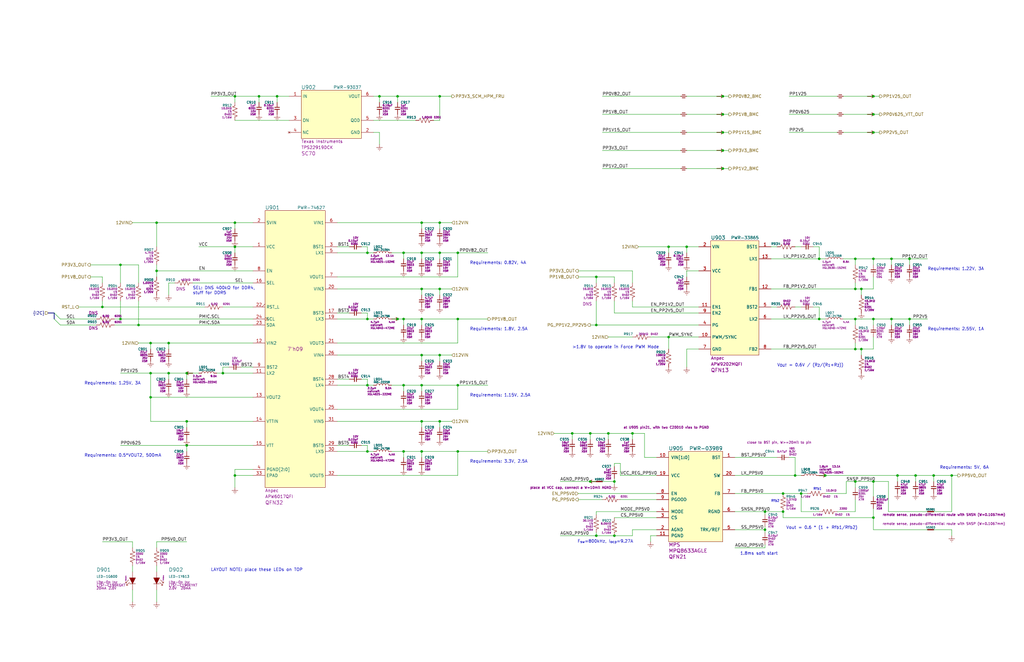
<source format=kicad_sch>
(kicad_sch (version 20231120) (generator "eeschema") (generator_version "8.0")
  (paper "B")
  (title_block (title "${PROJ}") (rev "${REV}") (company "${RPN}") (comment 1 "Power"))
  (junction (at 154.94 106.68))
  (junction (at 383.54 134.62))
  (junction (at 360.68 121.92))
  (junction (at 177.8 149.86))
  (junction (at 170.18 134.62))
  (junction (at 304.8 40.64))
  (junction (at 185.42 149.86))
  (junction (at 63.5 144.78))
  (junction (at 170.18 162.56))
  (junction (at 63.5 157.48))
  (junction (at 177.8 121.92))
  (junction (at 154.94 134.62))
  (junction (at 58.42 137.16))
  (junction (at 160.02 40.64))
  (junction (at 363.22 147.32))
  (junction (at 368.3 218.44))
  (junction (at 256.54 182.88))
  (junction (at 368.3 48.26))
  (junction (at 99.06 104.14))
  (junction (at 167.64 134.62))
  (junction (at 345.44 134.62))
  (junction (at 185.42 177.8))
  (junction (at 99.06 40.64))
  (junction (at 43.18 129.54))
  (junction (at 177.8 93.98))
  (junction (at 337.82 208.28))
  (junction (at 193.04 106.68))
  (junction (at 368.3 203.2))
  (junction (at 259.08 203.2))
  (junction (at 185.42 106.68))
  (junction (at 360.68 147.32))
  (junction (at 116.84 40.64))
  (junction (at 78.74 187.96))
  (junction (at 177.8 190.5))
  (junction (at 375.92 134.62))
  (junction (at 66.04 114.3))
  (junction (at 170.18 106.68))
  (junction (at 66.04 93.98))
  (junction (at 360.68 134.62))
  (junction (at 368.3 109.22))
  (junction (at 109.22 40.64))
  (junction (at 251.46 226.06))
  (junction (at 154.94 162.56))
  (junction (at 322.58 215.9))
  (junction (at 281.94 142.24))
  (junction (at 322.58 223.52))
  (junction (at 289.56 104.14))
  (junction (at 335.28 200.66))
  (junction (at 251.46 116.84))
  (junction (at 50.8 111.76))
  (junction (at 383.54 109.22))
  (junction (at 330.2 208.28))
  (junction (at 363.22 121.92))
  (junction (at 248.92 203.2))
  (junction (at 177.8 177.8))
  (junction (at 393.7 200.66))
  (junction (at 167.64 40.64))
  (junction (at 185.42 93.98))
  (junction (at 347.98 200.66))
  (junction (at 360.68 109.22))
  (junction (at 177.8 162.56))
  (junction (at 375.92 109.22))
  (junction (at 71.12 144.78))
  (junction (at 193.04 162.56))
  (junction (at 193.04 190.5))
  (junction (at 154.94 190.5))
  (junction (at 71.12 157.48))
  (junction (at 281.94 104.14))
  (junction (at 99.06 200.66))
  (junction (at 78.74 157.48))
  (junction (at 50.8 134.62))
  (junction (at 185.42 40.64))
  (junction (at 248.92 182.88))
  (junction (at 93.98 157.48))
  (junction (at 304.8 71.12))
  (junction (at 368.3 134.62))
  (junction (at 63.5 167.64))
  (junction (at 99.06 93.98))
  (junction (at 241.3 182.88))
  (junction (at 193.04 134.62))
  (junction (at 259.08 226.06))
  (junction (at 304.8 63.5))
  (junction (at 401.32 200.66))
  (junction (at 170.18 190.5))
  (junction (at 368.3 55.88))
  (junction (at 177.8 106.68))
  (junction (at 304.8 48.26))
  (junction (at 266.7 182.88))
  (junction (at 368.3 40.64))
  (junction (at 185.42 121.92))
  (junction (at 251.46 137.16))
  (junction (at 177.8 134.62))
  (junction (at 330.2 215.9))
  (junction (at 360.68 203.2))
  (junction (at 304.8 55.88))
  (junction (at 386.08 200.66))
  (junction (at 345.44 109.22))
  (junction (at 378.46 200.66))
  (junction (at 78.74 177.8))
  (bus_entry (at 22.86 134.62) (size 2.54 2.54))
  (bus_entry (at 22.86 132.08) (size 2.54 2.54))
  (wire (pts (xy 281.94 104.14) (xy 289.56 104.14)))
  (wire (pts (xy 368.3 218.44) (xy 368.3 223.52)))
  (wire (pts (xy 236.22 203.2) (xy 248.92 203.2)))
  (wire (pts (xy 259.08 132.08) (xy 294.64 132.08)))
  (wire (pts (xy 109.22 40.64) (xy 116.84 40.64)))
  (wire (pts (xy 50.8 187.96) (xy 78.74 187.96)))
  (wire (pts (xy 170.18 162.56) (xy 165.1 162.56)))
  (wire (pts (xy 360.68 203.2) (xy 360.68 205.74)))
  (wire (pts (xy 177.8 134.62) (xy 177.8 137.16)))
  (wire (pts (xy 337.82 104.14) (xy 335.28 104.14)))
  (wire (pts (xy 147.32 187.96) (xy 142.24 187.96)))
  (wire (pts (xy 50.8 157.48) (xy 63.5 157.48)))
  (wire (pts (xy 309.88 200.66) (xy 335.28 200.66)))
  (wire (pts (xy 309.88 208.28) (xy 330.2 208.28)))
  (wire (pts (xy 83.82 104.14) (xy 99.06 104.14)))
  (wire (pts (xy 266.7 129.54) (xy 294.64 129.54)))
  (wire (pts (xy 193.04 162.56) (xy 193.04 172.72)))
  (wire (pts (xy 177.8 162.56) (xy 177.8 165.1)))
  (wire (pts (xy 304.8 55.88) (xy 307.34 55.88)))
  (wire (pts (xy 368.3 134.62) (xy 375.92 134.62)))
  (wire (pts (xy 368.3 48.26) (xy 370.84 48.26)))
  (wire (pts (xy 360.68 203.2) (xy 356.87 203.2)))
  (wire (pts (xy 368.3 142.24) (xy 368.3 147.32)))
  (wire (pts (xy 325.12 134.62) (xy 345.44 134.62)))
  (wire (pts (xy 71.12 144.78) (xy 71.12 147.32)))
  (wire (pts (xy 116.84 40.64) (xy 116.84 43.18)))
  (wire (pts (xy 177.8 93.98) (xy 177.8 96.52)))
  (wire (pts (xy 157.48 134.62) (xy 154.94 134.62)))
  (wire (pts (xy 355.6 134.62) (xy 360.68 134.62)))
  (wire (pts (xy 88.9 40.64) (xy 99.06 40.64)))
  (wire (pts (xy 271.78 182.88) (xy 271.78 193.04)))
  (wire (pts (xy 193.04 190.5) (xy 205.74 190.5)))
  (wire (pts (xy 289.56 114.3) (xy 294.64 114.3)))
  (wire (pts (xy 177.8 106.68) (xy 170.18 106.68)))
  (wire (pts (xy 193.04 116.84) (xy 142.24 116.84)))
  (wire (pts (xy 165.1 190.5) (xy 170.18 190.5)))
  (wire (pts (xy 337.82 129.54) (xy 335.28 129.54)))
  (wire (pts (xy 154.94 106.68) (xy 142.24 106.68)))
  (wire (pts (xy 325.12 121.92) (xy 360.68 121.92)))
  (wire (pts (xy 157.48 162.56) (xy 154.94 162.56)))
  (wire (pts (xy 271.78 193.04) (xy 276.86 193.04)))
  (wire (pts (xy 374.65 215.9) (xy 391.16 215.9)))
  (wire (pts (xy 177.8 162.56) (xy 193.04 162.56)))
  (wire (pts (xy 378.46 200.66) (xy 378.46 203.2)))
  (wire (pts (xy 50.8 134.62) (xy 106.68 134.62)))
  (wire (pts (xy 266.7 182.88) (xy 271.78 182.88)))
  (wire (pts (xy 109.22 40.64) (xy 109.22 43.18)))
  (wire (pts (xy 274.32 226.06) (xy 274.32 228.6)))
  (wire (pts (xy 304.8 63.5) (xy 307.34 63.5)))
  (wire (pts (xy 185.42 93.98) (xy 185.42 96.52)))
  (wire (pts (xy 71.12 144.78) (xy 106.68 144.78)))
  (wire (pts (xy 355.6 48.26) (xy 368.3 48.26)))
  (wire (pts (xy 251.46 215.9) (xy 251.46 217.17)))
  (wire (pts (xy 374.65 203.2) (xy 374.65 215.9)))
  (wire (pts (xy 355.6 55.88) (xy 368.3 55.88)))
  (wire (pts (xy 289.56 114.3) (xy 289.56 116.84)))
  (wire (pts (xy 289.56 104.14) (xy 289.56 106.68)))
  (wire (pts (xy 251.46 226.06) (xy 259.08 226.06)))
  (wire (pts (xy 177.8 190.5) (xy 193.04 190.5)))
  (wire (pts (xy 368.3 109.22) (xy 368.3 111.76)))
  (wire (pts (xy 356.87 203.2) (xy 356.87 208.28)))
  (wire (pts (xy 25.4 134.62) (xy 40.64 134.62)))
  (wire (pts (xy 38.1 111.76) (xy 50.8 111.76)))
  (wire (pts (xy 154.94 132.08) (xy 154.94 134.62)))
  (wire (pts (xy 261.62 200.66) (xy 276.86 200.66)))
  (wire (pts (xy 360.68 147.32) (xy 363.22 147.32)))
  (wire (pts (xy 99.06 50.8) (xy 121.92 50.8)))
  (wire (pts (xy 325.12 104.14) (xy 327.66 104.14)))
  (wire (pts (xy 289.56 63.5) (xy 304.8 63.5)))
  (wire (pts (xy 345.44 129.54) (xy 345.44 134.62)))
  (wire (pts (xy 193.04 106.68) (xy 193.04 116.84)))
  (wire (pts (xy 309.88 231.14) (xy 322.58 231.14)))
  (wire (pts (xy 101.6 154.94) (xy 106.68 154.94)))
  (wire (pts (xy 289.56 48.26) (xy 304.8 48.26)))
  (wire (pts (xy 66.04 93.98) (xy 66.04 104.14)))
  (wire (pts (xy 170.18 134.62) (xy 170.18 137.16)))
  (wire (pts (xy 177.8 134.62) (xy 193.04 134.62)))
  (wire (pts (xy 368.3 223.52) (xy 391.16 223.52)))
  (wire (pts (xy 157.48 40.64) (xy 160.02 40.64)))
  (wire (pts (xy 251.46 116.84) (xy 251.46 119.38)))
  (wire (pts (xy 360.68 109.22) (xy 360.68 111.76)))
  (wire (pts (xy 368.3 218.44) (xy 330.2 218.44)))
  (wire (pts (xy 157.48 190.5) (xy 154.94 190.5)))
  (wire (pts (xy 93.98 154.94) (xy 96.52 154.94)))
  (wire (pts (xy 154.94 134.62) (xy 142.24 134.62)))
  (wire (pts (xy 154.94 187.96) (xy 152.4 187.96)))
  (wire (pts (xy 48.26 134.62) (xy 50.8 134.62)))
  (wire (pts (xy 193.04 134.62) (xy 205.74 134.62)))
  (wire (pts (xy 248.92 182.88) (xy 256.54 182.88)))
  (wire (pts (xy 170.18 190.5) (xy 170.18 193.04)))
  (wire (pts (xy 266.7 127) (xy 266.7 129.54)))
  (wire (pts (xy 259.08 226.06) (xy 266.7 226.06)))
  (wire (pts (xy 38.1 116.84) (xy 43.18 116.84)))
  (wire (pts (xy 342.9 104.14) (xy 345.44 104.14)))
  (wire (pts (xy 99.06 104.14) (xy 106.68 104.14)))
  (wire (pts (xy 147.32 132.08) (xy 142.24 132.08)))
  (wire (pts (xy 383.54 109.22) (xy 391.16 109.22)))
  (wire (pts (xy 185.42 40.64) (xy 185.42 50.8)))
  (wire (pts (xy 99.06 40.64) (xy 109.22 40.64)))
  (wire (pts (xy 335.28 200.66) (xy 337.82 200.66)))
  (wire (pts (xy 383.54 134.62) (xy 391.16 134.62)))
  (wire (pts (xy 347.98 200.66) (xy 378.46 200.66)))
  (wire (pts (xy 355.6 40.64) (xy 368.3 40.64)))
  (wire (pts (xy 58.42 127) (xy 58.42 137.16)))
  (wire (pts (xy 335.28 193.04) (xy 335.28 200.66)))
  (wire (pts (xy 33.02 129.54) (xy 43.18 129.54)))
  (wire (pts (xy 99.06 104.14) (xy 99.06 106.68)))
  (wire (pts (xy 332.74 40.64) (xy 353.06 40.64)))
  (wire (pts (xy 393.7 200.66) (xy 401.32 200.66)))
  (wire (pts (xy 289.56 147.32) (xy 294.64 147.32)))
  (wire (pts (xy 99.06 200.66) (xy 99.06 205.74)))
  (wire (pts (xy 401.32 200.66) (xy 403.86 200.66)))
  (wire (pts (xy 251.46 127) (xy 251.46 137.16)))
  (wire (pts (xy 233.68 182.88) (xy 241.3 182.88)))
  (wire (pts (xy 63.5 144.78) (xy 63.5 147.32)))
  (wire (pts (xy 353.06 215.9) (xy 360.68 215.9)))
  (wire (pts (xy 368.3 134.62) (xy 368.3 137.16)))
  (wire (pts (xy 185.42 177.8) (xy 185.42 180.34)))
  (wire (pts (xy 160.02 40.64) (xy 167.64 40.64)))
  (wire (pts (xy 375.92 109.22) (xy 375.92 111.76)))
  (wire (pts (xy 248.92 182.88) (xy 248.92 185.42)))
  (wire (pts (xy 58.42 144.78) (xy 63.5 144.78)))
  (wire (pts (xy 386.08 200.66) (xy 393.7 200.66)))
  (wire (pts (xy 259.08 218.44) (xy 276.86 218.44)))
  (wire (pts (xy 309.88 223.52) (xy 322.58 223.52)))
  (wire (pts (xy 167.64 134.62) (xy 165.1 134.62)))
  (wire (pts (xy 325.12 147.32) (xy 360.68 147.32)))
  (wire (pts (xy 251.46 215.9) (xy 276.86 215.9)))
  (wire (pts (xy 99.06 200.66) (xy 106.68 200.66)))
  (wire (pts (xy 193.04 144.78) (xy 142.24 144.78)))
  (wire (pts (xy 345.44 200.66) (xy 347.98 200.66)))
  (wire (pts (xy 259.08 195.58) (xy 261.62 195.58)))
  (wire (pts (xy 205.74 106.68) (xy 193.04 106.68)))
  (wire (pts (xy 330.2 215.9) (xy 330.2 218.44)))
  (wire (pts (xy 256.54 182.88) (xy 256.54 185.42)))
  (wire (pts (xy 185.42 106.68) (xy 177.8 106.68)))
  (wire (pts (xy 360.68 144.78) (xy 360.68 147.32)))
  (wire (pts (xy 259.08 195.58) (xy 259.08 196.85)))
  (wire (pts (xy 193.04 172.72) (xy 142.24 172.72)))
  (wire (pts (xy 66.04 111.76) (xy 66.04 114.3)))
  (wire (pts (xy 360.68 134.62) (xy 360.68 137.16)))
  (wire (pts (xy 375.92 109.22) (xy 383.54 109.22)))
  (wire (pts (xy 78.74 177.8) (xy 78.74 180.34)))
  (wire (pts (xy 368.3 203.2) (xy 368.3 209.55)))
  (bus (pts (xy 22.86 132.08) (xy 22.86 134.62)))
  (wire (pts (xy 160.02 55.88) (xy 160.02 60.96)))
  (wire (pts (xy 360.68 134.62) (xy 368.3 134.62)))
  (wire (pts (xy 58.42 137.16) (xy 106.68 137.16)))
  (wire (pts (xy 193.04 106.68) (xy 185.42 106.68)))
  (wire (pts (xy 251.46 137.16) (xy 294.64 137.16)))
  (wire (pts (xy 93.98 157.48) (xy 106.68 157.48)))
  (wire (pts (xy 177.8 190.5) (xy 177.8 193.04)))
  (wire (pts (xy 347.98 208.28) (xy 356.87 208.28)))
  (wire (pts (xy 93.98 129.54) (xy 106.68 129.54)))
  (wire (pts (xy 393.7 200.66) (xy 393.7 203.2)))
  (wire (pts (xy 261.62 195.58) (xy 261.62 200.66)))
  (wire (pts (xy 274.32 142.24) (xy 281.94 142.24)))
  (wire (pts (xy 304.8 71.12) (xy 307.34 71.12)))
  (wire (pts (xy 355.6 109.22) (xy 360.68 109.22)))
  (wire (pts (xy 322.58 223.52) (xy 322.58 222.25)))
  (wire (pts (xy 289.56 147.32) (xy 289.56 154.94)))
  (wire (pts (xy 147.32 160.02) (xy 142.24 160.02)))
  (wire (pts (xy 66.04 238.76) (xy 66.04 241.3)))
  (wire (pts (xy 345.44 104.14) (xy 345.44 109.22)))
  (wire (pts (xy 368.3 40.64) (xy 370.84 40.64)))
  (wire (pts (xy 43.18 129.54) (xy 86.36 129.54)))
  (wire (pts (xy 99.06 40.64) (xy 99.06 43.18)))
  (wire (pts (xy 170.18 162.56) (xy 170.18 165.1)))
  (wire (pts (xy 289.56 55.88) (xy 304.8 55.88)))
  (wire (pts (xy 185.42 149.86) (xy 185.42 152.4)))
  (wire (pts (xy 185.42 177.8) (xy 177.8 177.8)))
  (wire (pts (xy 332.74 48.26) (xy 353.06 48.26)))
  (wire (pts (xy 157.48 106.68) (xy 154.94 106.68)))
  (wire (pts (xy 281.94 142.24) (xy 294.64 142.24)))
  (wire (pts (xy 190.5 149.86) (xy 185.42 149.86)))
  (wire (pts (xy 368.3 109.22) (xy 375.92 109.22)))
  (wire (pts (xy 193.04 200.66) (xy 142.24 200.66)))
  (wire (pts (xy 254 48.26) (xy 287.02 48.26)))
  (wire (pts (xy 99.06 93.98) (xy 106.68 93.98)))
  (wire (pts (xy 325.12 109.22) (xy 345.44 109.22)))
  (wire (pts (xy 309.88 215.9) (xy 322.58 215.9)))
  (wire (pts (xy 177.8 121.92) (xy 142.24 121.92)))
  (wire (pts (xy 71.12 119.38) (xy 71.12 124.46)))
  (wire (pts (xy 248.92 203.2) (xy 251.46 203.2)))
  (wire (pts (xy 91.44 157.48) (xy 93.98 157.48)))
  (wire (pts (xy 193.04 190.5) (xy 193.04 200.66)))
  (wire (pts (xy 43.18 116.84) (xy 43.18 119.38)))
  (wire (pts (xy 368.3 116.84) (xy 368.3 121.92)))
  (wire (pts (xy 170.18 106.68) (xy 165.1 106.68)))
  (wire (pts (xy 261.62 210.82) (xy 276.86 210.82)))
  (wire (pts (xy 81.28 119.38) (xy 106.68 119.38)))
  (wire (pts (xy 25.4 137.16) (xy 40.64 137.16)))
  (wire (pts (xy 99.06 198.12) (xy 106.68 198.12)))
  (wire (pts (xy 63.5 157.48) (xy 63.5 167.64)))
  (wire (pts (xy 157.48 50.8) (xy 175.26 50.8)))
  (wire (pts (xy 383.54 134.62) (xy 383.54 137.16)))
  (wire (pts (xy 66.04 228.6) (xy 66.04 231.14)))
  (wire (pts (xy 66.04 228.6) (xy 78.74 228.6)))
  (wire (pts (xy 185.42 93.98) (xy 177.8 93.98)))
  (wire (pts (xy 243.84 114.3) (xy 266.7 114.3)))
  (wire (pts (xy 182.88 50.8) (xy 185.42 50.8)))
  (wire (pts (xy 154.94 104.14) (xy 154.94 106.68)))
  (wire (pts (xy 78.74 157.48) (xy 83.82 157.48)))
  (wire (pts (xy 363.22 147.32) (xy 363.22 149.86)))
  (wire (pts (xy 185.42 121.92) (xy 177.8 121.92)))
  (wire (pts (xy 177.8 149.86) (xy 177.8 152.4)))
  (wire (pts (xy 266.7 223.52) (xy 276.86 223.52)))
  (wire (pts (xy 154.94 132.08) (xy 152.4 132.08)))
  (wire (pts (xy 93.98 154.94) (xy 93.98 157.48)))
  (wire (pts (xy 368.3 203.2) (xy 374.65 203.2)))
  (wire (pts (xy 55.88 93.98) (xy 66.04 93.98)))
  (wire (pts (xy 177.8 93.98) (xy 142.24 93.98)))
  (wire (pts (xy 50.8 111.76) (xy 58.42 111.76)))
  (wire (pts (xy 71.12 157.48) (xy 71.12 160.02)))
  (wire (pts (xy 154.94 160.02) (xy 154.94 162.56)))
  (wire (pts (xy 185.42 40.64) (xy 190.5 40.64)))
  (wire (pts (xy 71.12 157.48) (xy 78.74 157.48)))
  (wire (pts (xy 322.58 229.87) (xy 322.58 231.14)))
  (wire (pts (xy 254 40.64) (xy 287.02 40.64)))
  (wire (pts (xy 193.04 134.62) (xy 193.04 144.78)))
  (wire (pts (xy 193.04 162.56) (xy 205.74 162.56)))
  (wire (pts (xy 177.8 149.86) (xy 142.24 149.86)))
  (wire (pts (xy 190.5 121.92) (xy 185.42 121.92)))
  (wire (pts (xy 337.82 208.28) (xy 340.36 208.28)))
  (wire (pts (xy 266.7 114.3) (xy 266.7 119.38)))
  (wire (pts (xy 254 55.88) (xy 287.02 55.88)))
  (wire (pts (xy 269.24 104.14) (xy 281.94 104.14)))
  (wire (pts (xy 78.74 187.96) (xy 78.74 190.5)))
  (wire (pts (xy 256.54 142.24) (xy 266.7 142.24)))
  (wire (pts (xy 243.84 116.84) (xy 251.46 116.84)))
  (wire (pts (xy 66.04 114.3) (xy 66.04 116.84)))
  (wire (pts (xy 248.92 182.88) (xy 241.3 182.88)))
  (wire (pts (xy 368.3 214.63) (xy 368.3 218.44)))
  (wire (pts (xy 170.18 106.68) (xy 170.18 109.22)))
  (wire (pts (xy 177.8 121.92) (xy 177.8 124.46)))
  (wire (pts (xy 66.04 93.98) (xy 99.06 93.98)))
  (wire (pts (xy 345.44 134.62) (xy 347.98 134.62)))
  (wire (pts (xy 254 203.2) (xy 259.08 203.2)))
  (wire (pts (xy 154.94 187.96) (xy 154.94 190.5)))
  (wire (pts (xy 177.8 134.62) (xy 170.18 134.62)))
  (wire (pts (xy 386.08 200.66) (xy 386.08 203.2)))
  (wire (pts (xy 345.44 109.22) (xy 347.98 109.22)))
  (wire (pts (xy 368.3 55.88) (xy 370.84 55.88)))
  (wire (pts (xy 177.8 106.68) (xy 177.8 109.22)))
  (wire (pts (xy 259.08 127) (xy 259.08 132.08)))
  (wire (pts (xy 281.94 142.24) (xy 281.94 147.32)))
  (wire (pts (xy 185.42 106.68) (xy 185.42 109.22)))
  (wire (pts (xy 281.94 104.14) (xy 281.94 106.68)))
  (wire (pts (xy 378.46 200.66) (xy 386.08 200.66)))
  (wire (pts (xy 360.68 109.22) (xy 368.3 109.22)))
  (wire (pts (xy 251.46 226.06) (xy 251.46 224.79)))
  (wire (pts (xy 330.2 208.28) (xy 337.82 208.28)))
  (wire (pts (xy 50.8 127) (xy 50.8 134.62)))
  (wire (pts (xy 259.08 204.47) (xy 259.08 203.2)))
  (wire (pts (xy 325.12 129.54) (xy 327.66 129.54)))
  (wire (pts (xy 363.22 121.92) (xy 360.68 121.92)))
  (wire (pts (xy 66.04 254) (xy 66.04 248.92)))
  (wire (pts (xy 236.22 226.06) (xy 251.46 226.06)))
  (wire (pts (xy 322.58 215.9) (xy 330.2 215.9)))
  (wire (pts (xy 55.88 254) (xy 55.88 248.92)))
  (wire (pts (xy 401.32 200.66) (xy 401.32 215.9)))
  (wire (pts (xy 266.7 182.88) (xy 266.7 185.42)))
  (wire (pts (xy 248.92 137.16) (xy 251.46 137.16)))
  (wire (pts (xy 160.02 40.64) (xy 160.02 43.18)))
  (wire (pts (xy 167.64 40.64) (xy 185.42 40.64)))
  (wire (pts (xy 322.58 223.52) (xy 322.58 224.79)))
  (wire (pts (xy 63.5 177.8) (xy 78.74 177.8)))
  (wire (pts (xy 177.8 177.8) (xy 177.8 180.34)))
  (wire (pts (xy 332.74 55.88) (xy 353.06 55.88)))
  (wire (pts (xy 190.5 177.8) (xy 185.42 177.8)))
  (wire (pts (xy 177.8 190.5) (xy 170.18 190.5)))
  (wire (pts (xy 63.5 157.48) (xy 71.12 157.48)))
  (wire (pts (xy 78.74 177.8) (xy 106.68 177.8)))
  (wire (pts (xy 289.56 40.64) (xy 304.8 40.64)))
  (bus (pts (xy 20.32 132.08) (xy 22.86 132.08)))
  (wire (pts (xy 289.56 104.14) (xy 294.64 104.14)))
  (wire (pts (xy 363.22 121.92) (xy 368.3 121.92)))
  (wire (pts (xy 289.56 71.12) (xy 304.8 71.12)))
  (wire (pts (xy 43.18 127) (xy 43.18 129.54)))
  (wire (pts (xy 401.32 223.52) (xy 401.32 226.06)))
  (wire (pts (xy 154.94 190.5) (xy 142.24 190.5)))
  (wire (pts (xy 309.88 193.04) (xy 327.66 193.04)))
  (wire (pts (xy 78.74 187.96) (xy 106.68 187.96)))
  (wire (pts (xy 360.68 119.38) (xy 360.68 121.92)))
  (wire (pts (xy 154.94 162.56) (xy 142.24 162.56)))
  (wire (pts (xy 63.5 167.64) (xy 63.5 177.8)))
  (wire (pts (xy 375.92 134.62) (xy 375.92 137.16)))
  (wire (pts (xy 177.8 177.8) (xy 142.24 177.8)))
  (wire (pts (xy 259.08 116.84) (xy 259.08 119.38)))
  (wire (pts (xy 167.64 40.64) (xy 167.64 43.18)))
  (wire (pts (xy 304.8 40.64) (xy 307.34 40.64)))
  (wire (pts (xy 99.06 93.98) (xy 99.06 96.52)))
  (wire (pts (xy 50.8 111.76) (xy 50.8 119.38)))
  (wire (pts (xy 241.3 182.88) (xy 241.3 185.42)))
  (wire (pts (xy 157.48 55.88) (xy 160.02 55.88)))
  (wire (pts (xy 63.5 144.78) (xy 71.12 144.78)))
  (wire (pts (xy 55.88 238.76) (xy 55.88 241.3)))
  (wire (pts (xy 177.8 162.56) (xy 170.18 162.56)))
  (wire (pts (xy 254 63.5) (xy 287.02 63.5)))
  (wire (pts (xy 190.5 93.98) (xy 185.42 93.98)))
  (wire (pts (xy 63.5 167.64) (xy 106.68 167.64)))
  (wire (pts (xy 154.94 104.14) (xy 152.4 104.14)))
  (wire (pts (xy 66.04 114.3) (xy 106.68 114.3)))
  (wire (pts (xy 243.84 208.28) (xy 276.86 208.28)))
  (wire (pts (xy 170.18 134.62) (xy 167.64 134.62)))
  (wire (pts (xy 304.8 48.26) (xy 307.34 48.26)))
  (wire (pts (xy 154.94 160.02) (xy 152.4 160.02)))
  (wire (pts (xy 48.26 137.16) (xy 58.42 137.16)))
  (wire (pts (xy 251.46 116.84) (xy 259.08 116.84)))
  (wire (pts (xy 259.08 203.2) (xy 259.08 201.93)))
  (wire (pts (xy 185.42 149.86) (xy 177.8 149.86)))
  (wire (pts (xy 393.7 215.9) (xy 401.32 215.9)))
  (wire (pts (xy 185.42 121.92) (xy 185.42 124.46)))
  (wire (pts (xy 254 71.12) (xy 287.02 71.12)))
  (wire (pts (xy 332.74 193.04) (xy 335.28 193.04)))
  (wire (pts (xy 363.22 147.32) (xy 368.3 147.32)))
  (wire (pts (xy 116.84 40.64) (xy 121.92 40.64)))
  (wire (pts (xy 383.54 109.22) (xy 383.54 111.76)))
  (wire (pts (xy 368.3 203.2) (xy 360.68 203.2)))
  (wire (pts (xy 342.9 129.54) (xy 345.44 129.54)))
  (wire (pts (xy 337.82 208.28) (xy 337.82 215.9)))
  (wire (pts (xy 337.82 215.9) (xy 345.44 215.9)))
  (wire (pts (xy 274.32 226.06) (xy 276.86 226.06)))
  (wire (pts (xy 254 210.82) (xy 243.84 210.82)))
  (wire (pts (xy 266.7 223.52) (xy 266.7 226.06)))
  (wire (pts (xy 393.7 223.52) (xy 401.32 223.52)))
  (wire (pts (xy 71.12 119.38) (xy 73.66 119.38)))
  (wire (pts (xy 360.68 210.82) (xy 360.68 215.9)))
  (wire (pts (xy 322.58 215.9) (xy 322.58 217.17)))
  (wire (pts (xy 43.18 228.6) (xy 55.88 228.6)))
  (wire (pts (xy 99.06 198.12) (xy 99.06 200.66)))
  (wire (pts (xy 147.32 104.14) (xy 142.24 104.14)))
  (wire (pts (xy 55.88 228.6) (xy 55.88 231.14)))
  (wire (pts (xy 256.54 182.88) (xy 266.7 182.88)))
  (wire (pts (xy 363.22 121.92) (xy 363.22 124.46)))
  (wire (pts (xy 375.92 134.62) (xy 383.54 134.62)))
  (wire (pts (xy 58.42 111.76) (xy 58.42 119.38)))
  (wire (pts (xy 78.74 157.48) (xy 78.74 160.02)))
  (text "Vout = 0.6 * (1 + Rfb1/Rfb2)" (at 331.47 223.52 0) (effects (font (size 1.27 1.27)) (justify left bottom)))
  (text "Rfb2" (at 325.12 212.09 0) (effects (font (size 1 1)) (justify left bottom)))
  (text "LAYOUT NOTE: place these LEDs on TOP" (at 88.9 241.3 0) (effects (font (size 1.27 1.27)) (justify left bottom)))
  (text "1.8ms soft start" (at 320.04 233.68 0) (effects (font (size 1.27 1.27))))
  (text "Requirements: 0.5*VOUT2, 500mA" (at 35.56 193.04 0) (effects (font (size 1.27 1.27)) (justify left bottom)))
  (text "Requirements: 0.82V, 4A" (at 198.12 111.76 0) (effects (font (size 1.27 1.27)) (justify left bottom)))
  (text "Requirements: 5V, 6A" (at 396.24 198.12 0) (effects (font (size 1.27 1.27)) (justify left bottom)))
  (text "Rfb1" (at 342.9 207.01 0) (effects (font (size 1 1)) (justify left bottom)))
  (text "Requirements: 1.8V, 2.5A" (at 198.12 139.7 0) (effects (font (size 1.27 1.27)) (justify left bottom)))
  (text "Requirements: 3.3V, 2.5A" (at 198.12 195.58 0) (effects (font (size 1.27 1.27)) (justify left bottom)))
  (text "Requirements: 1.15V, 2.5A" (at 198.12 167.64 0) (effects (font (size 1.27 1.27)) (justify left bottom)))
  (text "Requirements: 1.25V, 3A" (at 35.56 162.56 0) (effects (font (size 1.27 1.27)) (justify left bottom)))
  (text "Requirements: 2.55V, 1A" (at 391.16 139.7 0) (effects (font (size 1.27 1.27)) (justify left bottom)))
  (text "V_{OUT} = 0.6V / (R_{2}/(R_{1}+R_{2}))" (at 327.66 154.94 0) (effects (font (size 1.27 1.27)) (justify left bottom)))
  (text "Requirements: 1.22V, 3A" (at 391.16 114.3 0) (effects (font (size 1.27 1.27)) (justify left bottom)))
  (text "SEL: DNS 400kΩ for DDR4,\nstuff for DDR5" (at 81.28 124.46 0) (effects (font (size 1.27 1.27)) (justify left bottom)))
  (text "F_{sw}=800kHz, I_{ocp}=9.27A" (at 255.27 228.6 0) (effects (font (size 1.27 1.27))))
  (text ">1.8V to operate in Force PWM Mode" (at 241.3 147.32 0) (effects (font (size 1.27 1.27)) (justify left bottom)))
  (label "AGND_PP5V0" (at 236.22 203.2 0))
  (label "PP1V15_OUT" (at 205.74 162.56 180))
  (label "SNSP_PP5V0" (at 356.87 203.2 0))
  (label "LX_PP2V5_OUT" (at 330.2 134.62 0))
  (label "PWM_SYNC" (at 281.94 142.24 0))
  (label "EN" (at 83.82 114.3 0))
  (label "SDA" (at 27.94 137.16 0))
  (label "PP3V3_OUT" (at 254 63.5 0))
  (label "FB_PP2V5_OUT" (at 330.2 147.32 0))
  (label "PMIC.SDA" (at 83.82 137.16 0))
  (label "PP3V3_OUT" (at 88.9 40.64 0))
  (label "VCC_REG_PP5V0" (at 261.62 200.66 0))
  (label "FB_PP5V0" (at 312.42 208.28 0))
  (label "EN_PP1V2_OUT" (at 274.32 129.54 0))
  (label "PP1V25" (at 50.8 157.48 0))
  (label "BST4" (at 147.32 160.02 180))
  (label "PP2V5" (at 391.16 134.62 180))
  (label "VCC" (at 83.82 104.14 0))
  (label "SS_PP5V0" (at 312.42 223.52 0))
  (label "BST1" (at 147.32 104.14 180))
  (label "EN_PP2V5_OUT" (at 274.32 132.08 0))
  (label "AGND_PP5V0" (at 236.22 226.06 0))
  (label "PP5V0_OUT" (at 78.74 228.6 180))
  (label "PP3V3_OUT" (at 43.18 228.6 0))
  (label "LX_PP5V0" (at 312.42 200.66 0))
  (label "MODE_PP5V0" (at 261.62 215.9 0))
  (label "CS_PP5V0" (at 261.62 218.44 0))
  (label "SEL" (at 99.06 119.38 0))
  (label "PP1V8_OUT" (at 254 48.26 0))
  (label "SCL" (at 27.94 134.62 0))
  (label "LX_PP1V2_OUT" (at 330.2 109.22 0))
  (label "PP1V25" (at 332.74 40.64 0))
  (label "PP1V15_OUT" (at 254 55.88 0))
  (label "SNSN_PP5V0" (at 312.42 215.9 0))
  (label "BST2" (at 101.6 154.94 0))
  (label "PP0V82_OUT" (at 205.74 106.68 180))
  (label "PP0V625" (at 332.74 48.26 0))
  (label "BST_PP5V0" (at 312.42 193.04 0))
  (label "BST3" (at 147.32 132.08 180))
  (label "AGND_PP5V0" (at 309.88 231.14 0))
  (label "BST5" (at 147.32 187.96 180))
  (label "PP0V625" (at 50.8 187.96 0))
  (label "PP2V5" (at 332.74 55.88 0))
  (label "PMIC.SCL" (at 83.82 134.62 0))
  (label "PP0V82_OUT" (at 254 40.64 0))
  (label "PP1V2_OUT" (at 391.16 109.22 180))
  (label "PP1V2_OUT" (at 254 71.12 0))
  (label "FB_PP1V2_OUT" (at 330.2 121.92 0))
  (hierarchical_label "PP1V2_BMC" (shape output) (at 307.34 71.12 0))
  (hierarchical_label "PP3V3_OUT" (shape output) (at 205.74 190.5 0))
  (hierarchical_label "PP1V15_BMC" (shape output) (at 307.34 55.88 0))
  (hierarchical_label "12VIN" (shape input) (at 55.88 93.98 180))
  (hierarchical_label "PG_PP5V0" (shape output) (at 243.84 210.82 180))
  (hierarchical_label "PP1V25_OUT" (shape output) (at 370.84 40.64 0))
  (hierarchical_label "12VIN" (shape input) (at 190.5 93.98 0))
  (hierarchical_label "EN_PP5V0" (shape input) (at 243.84 208.28 180))
  (hierarchical_label "PP3V3_SCM_HPM_FRU" (shape output) (at 190.5 40.64 0))
  (hierarchical_label "PP1V8_OUT" (shape output) (at 205.74 134.62 0))
  (hierarchical_label "PP0V82_BMC" (shape output) (at 307.34 40.64 0))
  (hierarchical_label "12VIN" (shape input) (at 58.42 144.78 180))
  (hierarchical_label "{I2C}" (shape input) (at 20.32 132.08 180))
  (hierarchical_label "12VIN" (shape input) (at 190.5 149.86 0))
  (hierarchical_label "PP5V0_OUT" (shape output) (at 403.86 200.66 0))
  (hierarchical_label "12VIN" (shape input) (at 256.54 142.24 180))
  (hierarchical_label "PP2V5_OUT" (shape output) (at 370.84 55.88 0))
  (hierarchical_label "PP3V3_BMC" (shape output) (at 307.34 63.5 0))
  (hierarchical_label "PP1V8_OUT" (shape output) (at 243.84 116.84 180))
  (hierarchical_label "PP1V8_OUT" (shape output) (at 38.1 116.84 180))
  (hierarchical_label "PG_PP1V2_PP2V5" (shape output) (at 248.92 137.16 180))
  (hierarchical_label "PP3V3_OUT" (shape output) (at 38.1 111.76 180))
  (hierarchical_label "PP0V625_VTT_OUT" (shape output) (at 370.84 48.26 0))
  (hierarchical_label "12VIN" (shape input) (at 269.24 104.14 180))
  (hierarchical_label "12VIN" (shape input) (at 190.5 121.92 0))
  (hierarchical_label "PP1V8_BMC" (shape output) (at 307.34 48.26 0))
  (hierarchical_label "12VIN" (shape input) (at 233.68 182.88 180))
  (hierarchical_label "PP3V3_OUT" (shape output) (at 243.84 114.3 180))
  (hierarchical_label "12VIN" (shape input) (at 190.5 177.8 0))
  (hierarchical_label "RST_L" (shape output) (at 33.02 129.54 180))
  (symbol (lib_id "Power:GND") (at 177.8 101.6 0) (mirror y) (unit 1) (in_bom no) (on_board no)
    (property "Reference" "#PWR0923" (effects (hide yes)))
    (property "Value" "GND" (effects (hide yes)))
    (property "Description" "Power symbol creates a global label with name \"GND\"" (effects (hide yes)))
  )
  (symbol (lib_id "Netlist:NET-10002") (at 354.33 55.88 0) (unit 1) (in_bom no) (on_board no)
    (property "Reference" "NT909" (effects (hide yes)))
    (property "Value" "NET-10002" (effects (hide yes)))
    (property "Description" "Net tie, merges nets" (effects (hide yes)))
  )
  (symbol (lib_id "Power:GND") (at 170.18 142.24 0) (mirror y) (unit 1) (in_bom no) (on_board no)
    (property "Reference" "#PWR0920" (effects (hide yes)))
    (property "Value" "GND" (effects (hide yes)))
    (property "Description" "Power symbol creates a global label with name \"GND\"" (effects (hide yes)))
  )
  (symbol (lib_id "Power:GND") (at 99.06 205.74 0) (unit 1) (in_bom no) (on_board no)
    (property "Reference" "#PWR0913" (effects (hide yes)))
    (property "Value" "GND" (effects (hide yes)))
    (property "Description" "Power symbol creates a global label with name \"GND\"" (effects (hide yes)))
  )
  (symbol (lib_id "Inductors:IND-21558") (at 351.79 109.22 0) (unit 1)
    (property "Reference" "L906" (at 347.98 106.68 0) (effects (font (size 1 1)) (justify left)))
    (property "Value" "IND-21558" (at 347.98 107.95 0) (effects (font (size 0.8 0.8)) (justify left)))
    (property "Datasheet" "https://www.coilcraft.com/getmedia/165f8d43-db52-4929-bde5-71cb0b0110dc/xgl3530.pdf" (effects (hide yes)))
    (property "Description" "Inductor, 1.5µH, 8.8A, 13.3mΩ, 3.5x3.2mm" (effects (hide yes)))
    (property "val" "1.5µH" (at 346.71 110.49 0) (effects (font (size 0.8 0.8)) (justify left)))
    (property "Sim.Device" "L" (effects (hide yes)))
    (property "Sim.Pins" "1=+ 2=-" (effects (hide yes)))
    (property "Isat" "5.2A@30%" (effects (hide yes)))
    (property "Imax" "8.8A" (at 358.14 110.49 0) (effects (font (size 0.8 0.8)) (justify right)))
    (property "Sim.Params" "l=\"${val}\"" (effects (hide yes)))
    (property "height" "3.0mm" (effects (hide yes)))
    (property "mfr" "coilcraft" (at 346.71 111.76 0) (effects (font (size 0.8 0.8)) (justify left)))
    (property "mpn" "XGL3530-152ME" (at 346.71 113.03 0) (effects (font (size 0.8 0.8)) (justify left)))
    (property "pkg" "3.5x3.2mm" (effects (hide yes)))
    (property "tol" "20%" (effects (hide yes)))
    (property "dcr" "13.3mΩ" (effects (hide yes)))
  )
  (symbol (lib_id "Capacitors, ceramic, Murata:CCM-710BC") (at 259.08 199.39 0) (mirror y) (unit 1)
    (property "Reference" "C937" (at 257.81 196.85 0) (effects (font (size 1 1)) (justify left)))
    (property "Value" "CCM-710BC" (effects (hide yes)))
    (property "Description" "CAP, ceramic, 1µF, 0402, 25V, ±10%, X5R, 0.55 mm" (effects (hide yes)))
    (property "val" "1µF" (at 257.81 198.12 0) (effects (font (size 0.8 0.8)) (justify left)))
    (property "pkg" "0402" (at 257.81 199.39 0) (effects (font (size 0.8 0.8)) (justify left)))
    (property "mfr" "Murata" (effects (hide yes)))
    (property "Sim.Pins" "1=+ 2=-" (effects (hide yes)))
    (property "volt" "25V" (at 257.81 200.66 0) (effects (font (size 0.8 0.8)) (justify left)))
    (property "Sim.Device" "C" (effects (hide yes)))
    (property "type" "X5R" (at 257.81 201.93 0) (effects (font (size 0.8 0.8)) (justify left)))
    (property "Sim.Params" "c=${val}" (effects (hide yes)))
    (property "tol" "±10%" (effects (hide yes)))
    (property "height" "0.55mm" (effects (hide yes)))
    (property "mpn" "GRM155R61E105KA12" (effects (hide yes)))
  )
  (symbol (lib_id "Power:GND") (at 116.84 48.26 0) (mirror y) (unit 1) (in_bom no) (on_board no)
    (property "Reference" "#PWR0915" (effects (hide yes)))
    (property "Value" "GND" (effects (hide yes)))
    (property "Description" "Power symbol creates a global label with name \"GND\"" (effects (hide yes)))
  )
  (symbol (lib_id "LEDs:LED-1Y613") (at 66.04 245.11 270) (unit 1)
    (property "Reference" "D902" (at 71.12 241.3 90) (effects (font (size 1.524 1.524)) (justify left bottom)))
    (property "Value" "LED-1Y613" (at 71.12 243.84 90) (effects (font (size 1 1)) (justify left bottom)))
    (property "Datasheet" "https://optoelectronics.liteon.com/upload/download/DS-22-99-0192/LTST-C190KYKT.PDF" (effects (hide yes)))
    (property "Description" "LED, yellow, 20mA@2V, 18mcd over 130°, 0603" (effects (hide yes)))
    (property "height" "0.8mm" (effects (hide yes)))
    (property "color" "Yellow" (at 68.58 245.11 0) (effects (font (size 0.5 0.5)) (justify right bottom)))
    (property "amps" "20mA" (at 76.2 247.65 90) (effects (font (size 1 1)) (justify left top)))
    (property "Vf" "2.0V" (at 71.12 247.65 90) (effects (font (size 1 1)) (justify left top)))
    (property "mfr" "Lite-On Inc" (at 71.12 245.11 90) (effects (font (size 1 1)) (justify left top)))
    (property "mpn" "LTST-C190KYKT" (at 71.12 246.38 90) (effects (font (size 1 1)) (justify left top)))
    (property "pkg" "0603" (effects (hide yes)))
  )
  (symbol (lib_id "Power:GND") (at 256.54 190.5 0) (unit 1) (in_bom no) (on_board no)
    (property "Reference" "#PWR0940" (effects (hide yes)))
    (property "Value" "GND" (effects (hide yes)))
    (property "Description" "Power symbol creates a global label with name \"GND\"" (effects (hide yes)))
  )
  (symbol (lib_id "Resistors:RES-5140B") (at 363.22 153.67 0) (unit 1)
    (property "Reference" "R945" (at 364.49 151.13 0) (effects (font (size 1 1)) (justify left)))
    (property "Value" "RES-5140B" (effects (hide yes)))
    (property "Description" "RES, 14.0KΩ, 1%, 0402, 1/16W, <100V, 0.40mm" (effects (hide yes)))
    (property "val" "14.0KΩ" (at 364.49 152.4 0) (effects (font (size 0.8 0.8)) (justify left)))
    (property "tol" "1%" (at 364.49 153.67 0) (effects (font (size 0.8 0.8)) (justify left)))
    (property "Sim.Device" "R" (effects (hide yes)))
    (property "pkg" "0402" (at 364.49 154.94 0) (effects (font (size 0.8 0.8)) (justify left)))
    (property "Sim.Pins" "1=+ 2=-" (effects (hide yes)))
    (property "pwr" "1/16W" (at 364.49 156.21 0) (effects (font (size 0.8 0.8)) (justify left)))
    (property "Sim.Params" "r=\"${val}\"" (effects (hide yes)))
    (property "height" "0.40mm" (effects (hide yes)))
  )
  (symbol (lib_id "Capacitors, ceramic, Murata:CCM-747CB") (at 177.8 182.88 0) (unit 1)
    (property "Reference" "C928" (at 179.07 180.34 0) (effects (font (size 1 1)) (justify left)))
    (property "Value" "CCM-747CB" (effects (hide yes)))
    (property "Description" "CAP, ceramic, 4.7µF, 0603, 25V, ±10%, X5R, 0.95 mm" (effects (hide yes)))
    (property "val" "4.7µF" (at 179.07 181.61 0) (effects (font (size 0.8 0.8)) (justify left)))
    (property "pkg" "0603" (at 179.07 182.88 0) (effects (font (size 0.8 0.8)) (justify left)))
    (property "mfr" "Murata" (effects (hide yes)))
    (property "volt" "25V" (at 179.07 184.15 0) (effects (font (size 0.8 0.8)) (justify left)))
    (property "Sim.Pins" "1=+ 2=-" (effects (hide yes)))
    (property "Sim.Device" "C" (effects (hide yes)))
    (property "type" "X5R" (at 179.07 185.42 0) (effects (font (size 0.8 0.8)) (justify left)))
    (property "Sim.Params" "c=${val}" (effects (hide yes)))
    (property "tol" "±10%" (effects (hide yes)))
    (property "height" "0.95mm" (effects (hide yes)))
    (property "mpn" "GRM188R61E475KE11" (effects (hide yes)))
  )
  (symbol (lib_id "Capacitors, ceramic, Murata:CCM-610AA") (at 149.86 160.02 270) (mirror x) (unit 1)
    (property "Reference" "C914" (at 156.21 158.75 90) (effects (font (size 1 1)) (justify right)))
    (property "Value" "CCM-610AA" (effects (hide yes)))
    (property "Description" "CAP, ceramic, 0.10µF, 0201, 10V, ±20%, X5R, 0.33 mm" (effects (hide yes)))
    (property "val" "0.10µF" (at 151.13 157.48 90) (effects (font (size 0.8 0.8)) (justify right)))
    (property "pkg" "0201" (at 151.13 158.75 90) (effects (font (size 0.8 0.8)) (justify right)))
    (property "mfr" "Murata" (effects (hide yes)))
    (property "Sim.Pins" "1=+ 2=-" (effects (hide yes)))
    (property "volt" "10V" (at 151.13 156.21 90) (effects (font (size 0.8 0.8)) (justify right)))
    (property "Sim.Device" "C" (effects (hide yes)))
    (property "type" "X5R" (effects (hide yes)))
    (property "Sim.Params" "c=${val}" (effects (hide yes)))
    (property "tol" "±20%" (effects (hide yes)))
    (property "height" "0.33mm" (effects (hide yes)))
    (property "mpn" "GRM033R61A104ME15" (effects (hide yes)))
  )
  (symbol (lib_id "Capacitors, ceramic, Murata:CCM-710BC") (at 289.56 119.38 0) (mirror y) (unit 1)
    (property "Reference" "C942" (at 288.29 116.84 0) (effects (font (size 1 1)) (justify left)))
    (property "Value" "CCM-710BC" (effects (hide yes)))
    (property "Description" "CAP, ceramic, 1µF, 0402, 25V, ±10%, X5R, 0.55 mm" (effects (hide yes)))
    (property "val" "1µF" (at 288.29 118.11 0) (effects (font (size 0.8 0.8)) (justify left)))
    (property "pkg" "0402" (at 288.29 119.38 0) (effects (font (size 0.8 0.8)) (justify left)))
    (property "mfr" "Murata" (effects (hide yes)))
    (property "Sim.Pins" "1=+ 2=-" (effects (hide yes)))
    (property "volt" "25V" (at 288.29 120.65 0) (effects (font (size 0.8 0.8)) (justify left)))
    (property "Sim.Device" "C" (effects (hide yes)))
    (property "type" "X5R" (at 288.29 121.92 0) (effects (font (size 0.8 0.8)) (justify left)))
    (property "Sim.Params" "c=${val}" (effects (hide yes)))
    (property "tol" "±10%" (effects (hide yes)))
    (property "height" "0.55mm" (effects (hide yes)))
    (property "mpn" "GRM155R61E105KA12" (effects (hide yes)))
  )
  (symbol (lib_id "Power:PWR_FLAG") (at 78.74 157.48 0) (mirror y) (unit 1) (in_bom no) (on_board no)
    (property "Reference" "#FLG0901" (effects (hide yes)))
    (property "Value" "PWR_FLAG" (effects (hide yes)))
    (property "Description" "Special symbol for telling ERC where power comes from" (effects (hide yes)))
  )
  (symbol (lib_id "Power:PWR_FLAG") (at 304.8 48.26 0) (unit 1) (in_bom no) (on_board no)
    (property "Reference" "#FLG0905" (effects (hide yes)))
    (property "Value" "PWR_FLAG" (effects (hide yes)))
    (property "Description" "Special symbol for telling ERC where power comes from" (effects (hide yes)))
  )
  (symbol (lib_id "Power:GND") (at 185.42 157.48 0) (mirror y) (unit 1) (in_bom no) (on_board no)
    (property "Reference" "#PWR0934" (effects (hide yes)))
    (property "Value" "GND" (effects (hide yes)))
    (property "Description" "Power symbol creates a global label with name \"GND\"" (effects (hide yes)))
  )
  (symbol (lib_id "Resistors:RES-5453A") (at 360.68 140.97 0) (unit 1)
    (property "Reference" "R943" (at 361.95 138.43 0) (effects (font (size 1 1)) (justify left)))
    (property "Value" "RES-5453A" (effects (hide yes)))
    (property "Description" "RES, 45.3KΩ, 1%, 0201, 1/20W, <50V, 0.26mm" (effects (hide yes)))
    (property "val" "45.3KΩ" (at 361.95 139.7 0) (effects (font (size 0.8 0.8)) (justify left)))
    (property "tol" "1%" (at 361.95 140.97 0) (effects (font (size 0.8 0.8)) (justify left)))
    (property "pkg" "0201" (at 361.95 142.24 0) (effects (font (size 0.8 0.8)) (justify left)))
    (property "pwr" "1/20W" (at 361.95 143.51 0) (effects (font (size 0.8 0.8)) (justify left)))
    (property "height" "0.26mm" (effects (hide yes)))
    (property "Sim.Device" "R" (effects (hide yes)))
    (property "Sim.Pins" "1=+ 2=-" (effects (hide yes)))
    (property "Sim.Params" "r=\"${val}\"" (effects (hide yes)))
  )
  (symbol (lib_id "Power:GND") (at 71.12 124.46 0) (unit 1) (in_bom no) (on_board no)
    (property "Reference" "#PWR0905" (effects (hide yes)))
    (property "Value" "GND" (effects (hide yes)))
    (property "Description" "Power symbol creates a global label with name \"GND\"" (effects (hide yes)))
  )
  (symbol (lib_id "Capacitors, ceramic, Murata:CCM-822CC") (at 170.18 111.76 0) (unit 1)
    (property "Reference" "C918" (at 171.45 109.22 0) (effects (font (size 1 1)) (justify left)))
    (property "Value" "CCM-822CC" (effects (hide yes)))
    (property "Description" "CAP, ceramic, 22µF, 0603, 10V, ±20%, X5R, 1.00 mm" (effects (hide yes)))
    (property "val" "22µF" (at 171.45 110.49 0) (effects (font (size 0.8 0.8)) (justify left)))
    (property "pkg" "0603" (at 171.45 111.76 0) (effects (font (size 0.8 0.8)) (justify left)))
    (property "mfr" "Murata" (effects (hide yes)))
    (property "Sim.Pins" "1=+ 2=-" (effects (hide yes)))
    (property "volt" "10V" (at 171.45 113.03 0) (effects (font (size 0.8 0.8)) (justify left)))
    (property "Sim.Device" "C" (effects (hide yes)))
    (property "type" "X5R" (at 171.45 114.3 0) (effects (font (size 0.8 0.8)) (justify left)))
    (property "Sim.Params" "c=${val}" (effects (hide yes)))
    (property "tol" "±20%" (effects (hide yes)))
    (property "height" "1.00mm" (effects (hide yes)))
    (property "mpn" "GRM188R61A226ME15" (effects (hide yes)))
  )
  (symbol (lib_id "PMICs:PWR-03989") (at 293.37 209.55 0) (unit 1)
    (property "Reference" "U905" (at 281.94 189.23 0) (effects (font (size 1.524 1.524)) (justify left)))
    (property "Value" "PWR-03989" (at 304.8 189.23 0) (effects (font (size 1.524 1.524)) (justify right)))
    (property "Datasheet" "https://www.monolithicpower.com/en/documentview/productdocument/index/version/2/document_type/Datasheet/lang/en/sku/MPQ8633AGLE-Z/document_id/1052/" (effects (hide yes)))
    (property "Description" "IC, SMPS, buck, adj. Iout up to 12A, 4-16Vin, 2.7Vin with ext. bias, 0.6-5.5Vout, 0.6-1MHz Fsw, remote sense, QFN21" (effects (hide yes)))
    (property "mfr" "MPS" (at 281.94 229.87 0) (effects (font (size 1.524 1.524)) (justify left)))
    (property "mpn" "MPQ8633AGLE" (at 281.94 232.41 0) (effects (font (size 1.524 1.524)) (justify left)))
    (property "pkg" "QFN21" (at 281.94 234.95 0) (effects (font (size 1.524 1.524)) (justify left)))
    (property "height" "1.0mm" (effects (hide yes)))
  )
  (symbol (lib_id "Capacitors, ceramic, Murata:CCM-710BC") (at 99.06 99.06 0) (mirror y) (unit 1)
    (property "Reference" "C907" (at 97.79 96.52 0) (effects (font (size 1 1)) (justify left)))
    (property "Value" "CCM-710BC" (effects (hide yes)))
    (property "Description" "CAP, ceramic, 1µF, 0402, 25V, ±10%, X5R, 0.55 mm" (effects (hide yes)))
    (property "val" "1µF" (at 97.79 97.79 0) (effects (font (size 0.8 0.8)) (justify left)))
    (property "pkg" "0402" (at 97.79 99.06 0) (effects (font (size 0.8 0.8)) (justify left)))
    (property "mfr" "Murata" (effects (hide yes)))
    (property "Sim.Pins" "1=+ 2=-" (effects (hide yes)))
    (property "volt" "25V" (at 97.79 100.33 0) (effects (font (size 0.8 0.8)) (justify left)))
    (property "Sim.Device" "C" (effects (hide yes)))
    (property "type" "X5R" (at 97.79 101.6 0) (effects (font (size 0.8 0.8)) (justify left)))
    (property "Sim.Params" "c=${val}" (effects (hide yes)))
    (property "tol" "±10%" (effects (hide yes)))
    (property "height" "0.55mm" (effects (hide yes)))
    (property "mpn" "GRM155R61E105KA12" (effects (hide yes)))
  )
  (symbol (lib_id "Netlist:NET-10002") (at 288.29 48.26 0) (unit 1) (in_bom no) (on_board no)
    (property "Reference" "NT903" (effects (hide yes)))
    (property "Value" "NET-10002" (effects (hide yes)))
    (property "Description" "Net tie, merges nets" (effects (hide yes)))
  )
  (symbol (lib_id "Power:GND") (at 177.8 185.42 0) (mirror y) (unit 1) (in_bom no) (on_board no)
    (property "Reference" "#PWR0929" (effects (hide yes)))
    (property "Value" "GND" (effects (hide yes)))
    (property "Description" "Power symbol creates a global label with name \"GND\"" (effects (hide yes)))
  )
  (symbol (lib_id "Power:GND") (at 281.94 111.76 0) (unit 1) (in_bom no) (on_board no)
    (property "Reference" "#PWR0941" (effects (hide yes)))
    (property "Value" "GND" (effects (hide yes)))
    (property "Description" "Power symbol creates a global label with name \"GND\"" (effects (hide yes)))
  )
  (symbol (lib_id "Capacitors, ceramic, Murata:CCM-610AA") (at 160.02 45.72 0) (unit 1)
    (property "Reference" "C916" (at 161.29 43.18 0) (effects (font (size 1 1)) (justify left)))
    (property "Value" "CCM-610AA" (effects (hide yes)))
    (property "Description" "CAP, ceramic, 0.10µF, 0201, 10V, ±20%, X5R, 0.33 mm" (effects (hide yes)))
    (property "val" "0.10µF" (at 161.29 44.45 0) (effects (font (size 0.8 0.8)) (justify left)))
    (property "pkg" "0201" (at 161.29 45.72 0) (effects (font (size 0.8 0.8)) (justify left)))
    (property "mfr" "Murata" (effects (hide yes)))
    (property "volt" "10V" (at 161.29 46.99 0) (effects (font (size 0.8 0.8)) (justify left)))
    (property "Sim.Pins" "1=+ 2=-" (effects (hide yes)))
    (property "Sim.Device" "C" (effects (hide yes)))
    (property "type" "X5R" (at 161.29 48.26 0) (effects (font (size 0.8 0.8)) (justify left)))
    (property "Sim.Params" "c=${val}" (effects (hide yes)))
    (property "tol" "±20%" (effects (hide yes)))
    (property "height" "0.33mm" (effects (hide yes)))
    (property "mpn" "GRM033R61A104ME15" (effects (hide yes)))
  )
  (symbol (lib_id "Power:GND") (at 160.02 48.26 0) (mirror y) (unit 1) (in_bom no) (on_board no)
    (property "Reference" "#PWR0916" (effects (hide yes)))
    (property "Value" "GND" (effects (hide yes)))
    (property "Description" "Power symbol creates a global label with name \"GND\"" (effects (hide yes)))
  )
  (symbol (lib_id "Capacitors, ceramic, Murata:CCM-847DB") (at 378.46 205.74 0) (unit 1)
    (property "Reference" "C948" (at 379.73 203.2 0) (effects (font (size 1 1)) (justify left)))
    (property "Value" "CCM-847DB" (effects (hide yes)))
    (property "Description" "CAP, ceramic, 47µF, 0805, 10V, ±20%, X5R, 1.45 mm" (effects (hide yes)))
    (property "val" "47µF" (at 379.73 204.47 0) (effects (font (size 0.8 0.8)) (justify left)))
    (property "pkg" "0805" (at 379.73 205.74 0) (effects (font (size 0.8 0.8)) (justify left)))
    (property "mfr" "Murata" (effects (hide yes)))
    (property "volt" "10V" (at 379.73 207.01 0) (effects (font (size 0.8 0.8)) (justify left)))
    (property "Sim.Pins" "1=+ 2=-" (effects (hide yes)))
    (property "Sim.Device" "C" (effects (hide yes)))
    (property "type" "X5R" (at 379.73 208.28 0) (effects (font (size 0.8 0.8)) (justify left)))
    (property "Sim.Params" "c=${val}" (effects (hide yes)))
    (property "tol" "±20%" (effects (hide yes)))
    (property "height" "1.45mm" (effects (hide yes)))
    (property "mpn" "GRM21BR61A476ME15" (effects (hide yes)))
  )
  (symbol (lib_id "Capacitors, ceramic, Murata:CCM-822DE") (at 185.42 154.94 0) (unit 1)
    (property "Reference" "C933" (at 186.69 152.4 0) (effects (font (size 1 1)) (justify left)))
    (property "Value" "CCM-822DE" (effects (hide yes)))
    (property "Description" "CAP, ceramic, 22µF, 0805, 25V, ±20%, X5R, 1.45 mm" (effects (hide yes)))
    (property "val" "22µF" (at 186.69 153.67 0) (effects (font (size 0.8 0.8)) (justify left)))
    (property "pkg" "0805" (at 186.69 154.94 0) (effects (font (size 0.8 0.8)) (justify left)))
    (property "mfr" "Murata" (effects (hide yes)))
    (property "Sim.Pins" "1=+ 2=-" (effects (hide yes)))
    (property "volt" "25V" (at 186.69 156.21 0) (effects (font (size 0.8 0.8)) (justify left)))
    (property "Sim.Device" "C" (effects (hide yes)))
    (property "type" "X5R" (at 186.69 157.48 0) (effects (font (size 0.8 0.8)) (justify left)))
    (property "Sim.Params" "c=${val}" (effects (hide yes)))
    (property "tol" "±20%" (effects (hide yes)))
    (property "height" "1.45mm" (effects (hide yes)))
    (property "mpn" "GRM21BR61E226ME44" (effects (hide yes)))
  )
  (symbol (lib_id "Resistors:RES-5301B") (at 251.46 220.98 0) (mirror y) (unit 1)
    (property "Reference" "R921" (at 250.19 218.44 0) (effects (font (size 1 1)) (justify left)))
    (property "Value" "RES-5301B" (effects (hide yes)))
    (property "Description" "RES, 30.1KΩ, 1%, 0402, 1/16W, <100V, 0.40mm" (effects (hide yes)))
    (property "val" "30.1KΩ" (at 250.19 219.71 0) (effects (font (size 0.8 0.8)) (justify left)))
    (property "tol" "1%" (at 250.19 220.98 0) (effects (font (size 0.8 0.8)) (justify left)))
    (property "pkg" "0402" (at 250.19 222.25 0) (effects (font (size 0.8 0.8)) (justify left)))
    (property "pwr" "1/16W" (at 250.19 223.52 0) (effects (font (size 0.8 0.8)) (justify left)))
    (property "height" "0.40mm" (effects (hide yes)))
    (property "Sim.Device" "R" (effects (hide yes)))
    (property "Sim.Pins" "1=+ 2=-" (effects (hide yes)))
    (property "Sim.Params" "r=\"${val}\"" (effects (hide yes)))
  )
  (symbol (lib_id "Netlist:NET-10002") (at 288.29 63.5 0) (unit 1) (in_bom no) (on_board no)
    (property "Reference" "NT905" (effects (hide yes)))
    (property "Value" "NET-10002" (effects (hide yes)))
    (property "Description" "Net tie, merges nets" (effects (hide yes)))
  )
  (symbol (lib_id "Power:GND") (at 375.92 116.84 0) (mirror y) (unit 1) (in_bom no) (on_board no)
    (property "Reference" "#PWR0954" (effects (hide yes)))
    (property "Value" "GND" (effects (hide yes)))
    (property "Description" "Power symbol creates a global label with name \"GND\"" (effects (hide yes)))
  )
  (symbol (lib_id "Power:GND") (at 71.12 165.1 0) (unit 1) (in_bom no) (on_board no)
    (property "Reference" "#PWR0907" (effects (hide yes)))
    (property "Value" "GND" (effects (hide yes)))
    (property "Description" "Power symbol creates a global label with name \"GND\"" (effects (hide yes)))
  )
  (symbol (lib_id "Resistors:RES-4470A") (at 66.04 107.95 0) (mirror y) (unit 1)
    (property "Reference" "R907" (at 64.77 105.41 0) (effects (font (size 1 1)) (justify left)))
    (property "Value" "RES-4470A" (effects (hide yes)))
    (property "Description" "RES, 4.7KΩ, 1%, 0201, 1/20W, <50V, 0.26mm" (effects (hide yes)))
    (property "val" "4.7KΩ" (at 64.77 106.68 0) (effects (font (size 0.8 0.8)) (justify left)))
    (property "tol" "1%" (at 64.77 107.95 0) (effects (font (size 0.8 0.8)) (justify left)))
    (property "Sim.Device" "R" (effects (hide yes)))
    (property "pkg" "0201" (at 64.77 109.22 0) (effects (font (size 0.8 0.8)) (justify left)))
    (property "Sim.Pins" "1=+ 2=-" (effects (hide yes)))
    (property "pwr" "1/20W" (at 64.77 110.49 0) (effects (font (size 0.8 0.8)) (justify left)))
    (property "Sim.Params" "r=\"${val}\"" (effects (hide yes)))
    (property "height" "0.26mm" (effects (hide yes)))
  )
  (symbol (lib_id "Resistors:RES-7100A") (at 66.04 120.65 0) (mirror y) (unit 1)
    (property "Reference" "R908" (at 64.77 118.11 0) (effects (font (size 1 1)) (justify left)))
    (property "Value" "RES-7100A" (effects (hide yes)))
    (property "Description" "RES, 1.00MΩ, 1%, 0201, 1/20W, <50V, 0.26mm" (effects (hide yes)))
    (property "val" "1.00MΩ" (at 64.77 119.38 0) (effects (font (size 0.8 0.8)) (justify left)))
    (property "tol" "1%" (at 64.77 120.65 0) (effects (font (size 0.8 0.8)) (justify left)))
    (property "Sim.Device" "R" (effects (hide yes)))
    (property "pkg" "0201" (at 64.77 121.92 0) (effects (font (size 0.8 0.8)) (justify left)))
    (property "Sim.Pins" "1=+ 2=-" (effects (hide yes)))
    (property "pwr" "1/20W" (at 64.77 123.19 0) (effects (font (size 0.8 0.8)) (justify left)))
    (property "Sim.Params" "r=\"${val}\"" (effects (hide yes)))
    (property "height" "0.26mm" (effects (hide yes)))
  )
  (symbol (lib_id "Capacitors, ceramic, Murata:CCM-822DE") (at 185.42 127 0) (unit 1)
    (property "Reference" "C932" (at 186.69 124.46 0) (effects (font (size 1 1)) (justify left)))
    (property "Value" "CCM-822DE" (effects (hide yes)))
    (property "Description" "CAP, ceramic, 22µF, 0805, 25V, ±20%, X5R, 1.45 mm" (effects (hide yes)))
    (property "val" "22µF" (at 186.69 125.73 0) (effects (font (size 0.8 0.8)) (justify left)))
    (property "pkg" "0805" (at 186.69 127 0) (effects (font (size 0.8 0.8)) (justify left)))
    (property "mfr" "Murata" (effects (hide yes)))
    (property "Sim.Pins" "1=+ 2=-" (effects (hide yes)))
    (property "volt" "25V" (at 186.69 128.27 0) (effects (font (size 0.8 0.8)) (justify left)))
    (property "Sim.Device" "C" (effects (hide yes)))
    (property "type" "X5R" (at 186.69 129.54 0) (effects (font (size 0.8 0.8)) (justify left)))
    (property "Sim.Params" "c=${val}" (effects (hide yes)))
    (property "tol" "±20%" (effects (hide yes)))
    (property "height" "1.45mm" (effects (hide yes)))
    (property "mpn" "GRM21BR61E226ME44" (effects (hide yes)))
  )
  (symbol (lib_id "Capacitors, ceramic, Murata:CCM-747CB") (at 177.8 154.94 0) (unit 1)
    (property "Reference" "C926" (at 179.07 152.4 0) (effects (font (size 1 1)) (justify left)))
    (property "Value" "CCM-747CB" (effects (hide yes)))
    (property "Description" "CAP, ceramic, 4.7µF, 0603, 25V, ±10%, X5R, 0.95 mm" (effects (hide yes)))
    (property "val" "4.7µF" (at 179.07 153.67 0) (effects (font (size 0.8 0.8)) (justify left)))
    (property "pkg" "0603" (at 179.07 154.94 0) (effects (font (size 0.8 0.8)) (justify left)))
    (property "mfr" "Murata" (effects (hide yes)))
    (property "volt" "25V" (at 179.07 156.21 0) (effects (font (size 0.8 0.8)) (justify left)))
    (property "Sim.Pins" "1=+ 2=-" (effects (hide yes)))
    (property "Sim.Device" "C" (effects (hide yes)))
    (property "type" "X5R" (at 179.07 157.48 0) (effects (font (size 0.8 0.8)) (justify left)))
    (property "Sim.Params" "c=${val}" (effects (hide yes)))
    (property "tol" "±10%" (effects (hide yes)))
    (property "height" "0.95mm" (effects (hide yes)))
    (property "mpn" "GRM188R61E475KE11" (effects (hide yes)))
  )
  (symbol (lib_id "Power:GND") (at 248.92 190.5 0) (unit 1) (in_bom no) (on_board no)
    (property "Reference" "#PWR0937" (effects (hide yes)))
    (property "Value" "GND" (effects (hide yes)))
    (property "Description" "Power symbol creates a global label with name \"GND\"" (effects (hide yes)))
  )
  (symbol (lib_id "Power:GND") (at 99.06 101.6 0) (unit 1) (in_bom no) (on_board no)
    (property "Reference" "#PWR0911" (effects (hide yes)))
    (property "Value" "GND" (effects (hide yes)))
    (property "Description" "Power symbol creates a global label with name \"GND\"" (effects (hide yes)))
  )
  (symbol (lib_id "Capacitors, ceramic, Murata:CCM-647BA") (at 330.2 193.04 90) (unit 1)
    (property "Reference" "C944" (at 322.58 190.5 90) (effects (font (size 1 1)) (justify right)))
    (property "Value" "CCM-647BA" (effects (hide yes)))
    (property "Description" "CAP, ceramic, 0.47µF, 0402, 6.3V, ±10%, X6S, 0.55 mm" (effects (hide yes)))
    (property "val" "0.47µF" (at 327.66 190.5 90) (effects (font (size 0.8 0.8)) (justify right)))
    (property "pkg" "0402" (at 332.74 191.77 90) (effects (font (size 0.8 0.8)) (justify right)))
    (property "mfr" "Murata" (effects (hide yes)))
    (property "Sim.Pins" "1=+ 2=-" (effects (hide yes)))
    (property "volt" "6.3V" (at 332.74 190.5 90) (effects (font (size 0.8 0.8)) (justify right)))
    (property "Sim.Device" "C" (effects (hide yes)))
    (property "type" "X6S" (at 332.74 189.23 90) (effects (font (size 0.8 0.8)) (justify right)))
    (property "Sim.Params" "c=${val}" (effects (hide yes)))
    (property "tol" "±10%" (effects (hide yes)))
    (property "height" "0.55mm" (effects (hide yes)))
    (property "mpn" "GRM155C80J474KE19" (effects (hide yes)))
    (property "placement" "close to BST pin, W>=20mil to pin" (at 314.96 186.69 90) (effects (font (size 1 1)) (justify right)))
  )
  (symbol (lib_id "Power:GND") (at 177.8 129.54 0) (mirror y) (unit 1) (in_bom no) (on_board no)
    (property "Reference" "#PWR0925" (effects (hide yes)))
    (property "Value" "GND" (effects (hide yes)))
    (property "Description" "Power symbol creates a global label with name \"GND\"" (effects (hide yes)))
  )
  (symbol (lib_id "Power:PWR_FLAG") (at 304.8 63.5 0) (unit 1) (in_bom no) (on_board no)
    (property "Reference" "#FLG0907" (effects (hide yes)))
    (property "Value" "PWR_FLAG" (effects (hide yes)))
    (property "Description" "Special symbol for telling ERC where power comes from" (effects (hide yes)))
  )
  (symbol (lib_id "Capacitors, ceramic, Murata:CCM-822CC") (at 375.92 114.3 0) (unit 1)
    (property "Reference" "C952" (at 377.19 111.76 0) (effects (font (size 1 1)) (justify left)))
    (property "Value" "CCM-822CC" (effects (hide yes)))
    (property "Description" "CAP, ceramic, 22µF, 0603, 10V, ±20%, X5R, 1.00 mm" (effects (hide yes)))
    (property "val" "22µF" (at 377.19 113.03 0) (effects (font (size 0.8 0.8)) (justify left)))
    (property "pkg" "0603" (at 377.19 114.3 0) (effects (font (size 0.8 0.8)) (justify left)))
    (property "mfr" "Murata" (effects (hide yes)))
    (property "Sim.Pins" "1=+ 2=-" (effects (hide yes)))
    (property "volt" "10V" (at 377.19 115.57 0) (effects (font (size 0.8 0.8)) (justify left)))
    (property "Sim.Device" "C" (effects (hide yes)))
    (property "type" "X5R" (at 377.19 116.84 0) (effects (font (size 0.8 0.8)) (justify left)))
    (property "Sim.Params" "c=${val}" (effects (hide yes)))
    (property "tol" "±20%" (effects (hide yes)))
    (property "height" "1.00mm" (effects (hide yes)))
    (property "mpn" "GRM188R61A226ME15" (effects (hide yes)))
  )
  (symbol (lib_id "Capacitors, ceramic, Murata:CCM-610AA") (at 99.06 154.94 90) (unit 1)
    (property "Reference" "C909" (at 92.71 153.67 90) (effects (font (size 1 1)) (justify right)))
    (property "Value" "CCM-610AA" (effects (hide yes)))
    (property "Description" "CAP, ceramic, 0.10µF, 0201, 10V, ±20%, X5R, 0.33 mm" (effects (hide yes)))
    (property "val" "0.10µF" (at 97.79 152.4 90) (effects (font (size 0.8 0.8)) (justify right)))
    (property "pkg" "0201" (at 97.79 153.67 90) (effects (font (size 0.8 0.8)) (justify right)))
    (property "mfr" "Murata" (effects (hide yes)))
    (property "Sim.Pins" "1=+ 2=-" (effects (hide yes)))
    (property "volt" "10V" (at 97.79 151.13 90) (effects (font (size 0.8 0.8)) (justify right)))
    (property "Sim.Device" "C" (effects (hide yes)))
    (property "type" "X5R" (effects (hide yes)))
    (property "Sim.Params" "c=${val}" (effects (hide yes)))
    (property "tol" "±20%" (effects (hide yes)))
    (property "height" "0.33mm" (effects (hide yes)))
    (property "mpn" "GRM033R61A104ME15" (effects (hide yes)))
  )
  (symbol (lib_id "Capacitors, ceramic, Murata:CCM-610AE") (at 289.56 109.22 0) (mirror y) (unit 1)
    (property "Reference" "C941" (at 288.29 106.68 0) (effects (font (size 1 1)) (justify left)))
    (property "Value" "CCM-610AE" (effects (hide yes)))
    (property "Description" "CAP, ceramic, 0.10µF, 0201, 35V, ±20%, X5R, 0.33 mm" (effects (hide yes)))
    (property "val" "0.10µF" (at 288.29 107.95 0) (effects (font (size 0.8 0.8)) (justify left)))
    (property "pkg" "0201" (at 288.29 109.22 0) (effects (font (size 0.8 0.8)) (justify left)))
    (property "mfr" "Murata" (effects (hide yes)))
    (property "Sim.Pins" "1=+ 2=-" (effects (hide yes)))
    (property "volt" "35V" (at 288.29 110.49 0) (effects (font (size 0.8 0.8)) (justify left)))
    (property "Sim.Device" "C" (effects (hide yes)))
    (property "type" "X5R" (at 288.29 111.76 0) (effects (font (size 0.8 0.8)) (justify left)))
    (property "Sim.Params" "c=${val}" (effects (hide yes)))
    (property "tol" "±20%" (effects (hide yes)))
    (property "height" "0.33mm" (effects (hide yes)))
    (property "mpn" "GRM033R6YA104ME14" (effects (hide yes)))
  )
  (symbol (lib_id "Capacitors, ceramic, Murata:CCM-822CC") (at 375.92 139.7 0) (unit 1)
    (property "Reference" "C953" (at 377.19 137.16 0) (effects (font (size 1 1)) (justify left)))
    (property "Value" "CCM-822CC" (effects (hide yes)))
    (property "Description" "CAP, ceramic, 22µF, 0603, 10V, ±20%, X5R, 1.00 mm" (effects (hide yes)))
    (property "val" "22µF" (at 377.19 138.43 0) (effects (font (size 0.8 0.8)) (justify left)))
    (property "pkg" "0603" (at 377.19 139.7 0) (effects (font (size 0.8 0.8)) (justify left)))
    (property "mfr" "Murata" (effects (hide yes)))
    (property "volt" "10V" (at 377.19 140.97 0) (effects (font (size 0.8 0.8)) (justify left)))
    (property "Sim.Pins" "1=+ 2=-" (effects (hide yes)))
    (property "Sim.Device" "C" (effects (hide yes)))
    (property "type" "X5R" (at 377.19 142.24 0) (effects (font (size 0.8 0.8)) (justify left)))
    (property "Sim.Params" "c=${val}" (effects (hide yes)))
    (property "tol" "±20%" (effects (hide yes)))
    (property "height" "1.00mm" (effects (hide yes)))
    (property "mpn" "GRM188R61A226ME15" (effects (hide yes)))
  )
  (symbol (lib_id "Power:GND") (at 78.74 165.1 0) (unit 1) (in_bom no) (on_board no)
    (property "Reference" "#PWR0908" (effects (hide yes)))
    (property "Value" "GND" (effects (hide yes)))
    (property "Description" "Power symbol creates a global label with name \"GND\"" (effects (hide yes)))
  )
  (symbol (lib_id "PMICs:PWR-33865") (at 309.88 125.73 0) (unit 1)
    (property "Reference" "U903" (at 299.72 100.33 0) (effects (font (size 1.524 1.524)) (justify left)))
    (property "Value" "PWR-33865" (at 320.04 100.33 0) (effects (justify right)))
    (property "Description" "IC, 2-Ch buck, 3A for Ch1, 2A for Ch2, 4.5-18Vin, 1/1.35/1.8/2.5/3.3/5Vout, EN1/EN2" (effects (hide yes)))
    (property "mfr" "Anpec" (at 299.72 151.13 0) (effects (justify left)))
    (property "mpn" "APW9202MQFI" (at 299.72 153.67 0) (effects (justify left)))
    (property "pkg" "QFN13" (at 299.72 156.21 0) (effects (font (size 1.524 1.524)) (justify left)))
    (property "height" "0.6mm" (effects (hide yes)))
  )
  (symbol (lib_id "Netlist:NET-10102") (at 392.43 215.9 0) (unit 1) (in_bom no)
    (property "Reference" "NS901" (at 392.43 214.9475 0) (effects (font (size 0.8 0.8))))
    (property "Value" "NET-10102" (effects (hide yes)))
    (property "Description" "Net short, merges nets at a single point on the board" (effects (hide yes)))
    (property "placement" "remote sense, pseudo-differential route with SNSN (W=0.1067mm)" (at 372.11 217.17 0) (effects (font (size 1 1)) (justify left)))
  )
  (symbol (lib_id "Inductors:IND-21064") (at 161.29 106.68 0) (unit 1)
    (property "Reference" "L902" (at 157.48 104.14 0) (effects (font (size 1 1)) (justify left)))
    (property "Value" "IND-21064" (at 157.48 105.41 0) (effects (font (size 0.8 0.8)) (justify left)))
    (property "Datasheet" "https://www.coilcraft.com/getmedia/68c6d53c-572d-430a-a300-0b846e02622d/xgl4025.pdf" (effects (hide yes)))
    (property "Description" "Inductor, 1.0µH, 13.1A, 7.4mΩ, 4.0x4.0mm" (effects (hide yes)))
    (property "val" "1.0µH" (at 156.21 107.95 0) (effects (font (size 0.8 0.8)) (justify left)))
    (property "Sim.Device" "L" (effects (hide yes)))
    (property "Isat" "8.9A@30%" (effects (hide yes)))
    (property "Sim.Pins" "1=+ 2=-" (effects (hide yes)))
    (property "Imax" "13.1A" (at 162.56 107.95 0) (effects (font (size 0.8 0.8)) (justify left)))
    (property "Sim.Params" "l=\"${val}\"" (effects (hide yes)))
    (property "height" "2.5mm" (effects (hide yes)))
    (property "mfr" "coilcraft" (at 156.21 109.22 0) (effects (font (size 0.8 0.8)) (justify left)))
    (property "mpn" "XGL4025-102ME" (at 156.21 110.49 0) (effects (font (size 0.8 0.8)) (justify left)))
    (property "pkg" "4.0x4.0mm" (effects (hide yes)))
    (property "tol" "20%" (effects (hide yes)))
    (property "dcr" "7.4mΩ" (effects (hide yes)))
  )
  (symbol (lib_id "Power:PWR_FLAG") (at 368.3 55.88 0) (unit 1) (in_bom no) (on_board no)
    (property "Reference" "#FLG0912" (effects (hide yes)))
    (property "Value" "PWR_FLAG" (effects (hide yes)))
    (property "Description" "Special symbol for telling ERC where power comes from" (effects (hide yes)))
  )
  (symbol (lib_id "Power:GND") (at 63.5 152.4 0) (unit 1) (in_bom no) (on_board no)
    (property "Reference" "#PWR0902" (effects (hide yes)))
    (property "Value" "GND" (effects (hide yes)))
    (property "Description" "Power symbol creates a global label with name \"GND\"" (effects (hide yes)))
  )
  (symbol (lib_id "Capacitors, ceramic, Murata:CCM-822CC") (at 71.12 162.56 0) (mirror y) (unit 1)
    (property "Reference" "C903" (at 69.85 160.02 0) (effects (font (size 1 1)) (justify left)))
    (property "Value" "CCM-822CC" (effects (hide yes)))
    (property "Description" "CAP, ceramic, 22µF, 0603, 10V, ±20%, X5R, 1.00 mm" (effects (hide yes)))
    (property "val" "22µF" (at 69.85 161.29 0) (effects (font (size 0.8 0.8)) (justify left)))
    (property "pkg" "0603" (at 69.85 162.56 0) (effects (font (size 0.8 0.8)) (justify left)))
    (property "mfr" "Murata" (effects (hide yes)))
    (property "Sim.Pins" "1=+ 2=-" (effects (hide yes)))
    (property "volt" "10V" (at 69.85 163.83 0) (effects (font (size 0.8 0.8)) (justify left)))
    (property "Sim.Device" "C" (effects (hide yes)))
    (property "type" "X5R" (at 69.85 165.1 0) (effects (font (size 0.8 0.8)) (justify left)))
    (property "Sim.Params" "c=${val}" (effects (hide yes)))
    (property "tol" "±20%" (effects (hide yes)))
    (property "height" "1.00mm" (effects (hide yes)))
    (property "mpn" "GRM188R61A226ME15" (effects (hide yes)))
  )
  (symbol (lib_id "Power:GND") (at 378.46 208.28 0) (unit 1) (in_bom no) (on_board no)
    (property "Reference" "#PWR0962" (effects (hide yes)))
    (property "Value" "GND" (effects (hide yes)))
    (property "Description" "Power symbol creates a global label with name \"GND\"" (effects (hide yes)))
  )
  (symbol (lib_id "Power:GND") (at 241.3 190.5 0) (unit 1) (in_bom no) (on_board no)
    (property "Reference" "#PWR0936" (effects (hide yes)))
    (property "Value" "GND" (effects (hide yes)))
    (property "Description" "Power symbol creates a global label with name \"GND\"" (effects (hide yes)))
  )
  (symbol (lib_id "Power:GND") (at 78.74 195.58 0) (unit 1) (in_bom no) (on_board no)
    (property "Reference" "#PWR0910" (effects (hide yes)))
    (property "Value" "GND" (effects (hide yes)))
    (property "Description" "Power symbol creates a global label with name \"GND\"" (effects (hide yes)))
  )
  (symbol (lib_id "Resistors:RES-3330B") (at 66.04 234.95 0) (unit 1)
    (property "Reference" "R909" (at 67.31 232.41 0) (effects (font (size 1 1)) (justify left)))
    (property "Value" "RES-3330B" (effects (hide yes)))
    (property "Description" "RES, 330Ω, 1%, 0402, 1/16W, <100V, 0.40mm" (effects (hide yes)))
    (property "val" "330Ω" (at 67.31 233.68 0) (effects (font (size 0.8 0.8)) (justify left)))
    (property "tol" "1%" (at 67.31 234.95 0) (effects (font (size 0.8 0.8)) (justify left)))
    (property "pkg" "0402" (at 67.31 236.22 0) (effects (font (size 0.8 0.8)) (justify left)))
    (property "pwr" "1/16W" (at 67.31 237.49 0) (effects (font (size 0.8 0.8)) (justify left)))
    (property "height" "0.40mm" (effects (hide yes)))
    (property "Sim.Device" "R" (effects (hide yes)))
    (property "Sim.Pins" "1=+ 2=-" (effects (hide yes)))
    (property "Sim.Params" "r=\"${val}\"" (effects (hide yes)))
  )
  (symbol (lib_id "Power:GND") (at 274.32 228.6 0) (unit 1) (in_bom no) (on_board no)
    (property "Reference" "#PWR0960" (effects (hide yes)))
    (property "Value" "GND" (effects (hide yes)))
    (property "Description" "Power symbol creates a global label with name \"GND\"" (effects (hide yes)))
  )
  (symbol (lib_id "Capacitors, ceramic, Murata:CCM-710AD") (at 109.22 45.72 0) (mirror y) (unit 1)
    (property "Reference" "C910" (at 107.95 43.18 0) (effects (font (size 1 1)) (justify left)))
    (property "Value" "CCM-710AD" (effects (hide yes)))
    (property "Description" "CAP, ceramic, 1µF, 0201, 10V, ±20%, X5R, 0.39 mm" (effects (hide yes)))
    (property "val" "1µF" (at 107.95 44.45 0) (effects (font (size 0.8 0.8)) (justify left)))
    (property "pkg" "0201" (at 107.95 45.72 0) (effects (font (size 0.8 0.8)) (justify left)))
    (property "mfr" "Murata" (effects (hide yes)))
    (property "volt" "10V" (at 107.95 46.99 0) (effects (font (size 0.8 0.8)) (justify left)))
    (property "Sim.Pins" "1=+ 2=-" (effects (hide yes)))
    (property "Sim.Device" "C" (effects (hide yes)))
    (property "type" "X5R" (at 107.95 48.26 0) (effects (font (size 0.8 0.8)) (justify left)))
    (property "Sim.Params" "c=${val}" (effects (hide yes)))
    (property "tol" "±20%" (effects (hide yes)))
    (property "height" "0.39mm" (effects (hide yes)))
    (property "mpn" "GRM033R61A105ME15" (effects (hide yes)))
  )
  (symbol (lib_id "Netlist:NET-10002") (at 354.33 40.64 0) (unit 1) (in_bom no) (on_board no)
    (property "Reference" "NT907" (effects (hide yes)))
    (property "Value" "NET-10002" (effects (hide yes)))
    (property "Description" "Net tie, merges nets" (effects (hide yes)))
  )
  (symbol (lib_id "Power:GND") (at 66.04 254 0) (unit 1) (in_bom no) (on_board no)
    (property "Reference" "#PWR0904" (effects (hide yes)))
    (property "Value" "GND" (effects (hide yes)))
    (property "Description" "Power symbol creates a global label with name \"GND\"" (effects (hide yes)))
  )
  (symbol (lib_id "Power:GND") (at 66.04 124.46 0) (unit 1) (in_bom no) (on_board no)
    (property "Reference" "#PWR0903" (effects (hide yes)))
    (property "Value" "GND" (effects (hide yes)))
    (property "Description" "Power symbol creates a global label with name \"GND\"" (effects (hide yes)))
  )
  (symbol (lib_id "Power:GND") (at 167.64 48.26 0) (mirror y) (unit 1) (in_bom no) (on_board no)
    (property "Reference" "#PWR0918" (effects (hide yes)))
    (property "Value" "GND" (effects (hide yes)))
    (property "Description" "Power symbol creates a global label with name \"GND\"" (effects (hide yes)))
  )
  (symbol (lib_id "Power:PWR_FLAG") (at 304.8 55.88 0) (unit 1) (in_bom no) (on_board no)
    (property "Reference" "#FLG0906" (effects (hide yes)))
    (property "Value" "PWR_FLAG" (effects (hide yes)))
    (property "Description" "Special symbol for telling ERC where power comes from" (effects (hide yes)))
  )
  (symbol (lib_id "Power:GND") (at 170.18 170.18 0) (mirror y) (unit 1) (in_bom no) (on_board no)
    (property "Reference" "#PWR0921" (effects (hide yes)))
    (property "Value" "GND" (effects (hide yes)))
    (property "Description" "Power symbol creates a global label with name \"GND\"" (effects (hide yes)))
  )
  (symbol (lib_id "Power:PWR_FLAG") (at 167.64 134.62 0) (unit 1) (in_bom no) (on_board no)
    (property "Reference" "#FLG0902" (effects (hide yes)))
    (property "Value" "PWR_FLAG" (effects (hide yes)))
    (property "Description" "Special symbol for telling ERC where power comes from" (effects (hide yes)))
  )
  (symbol (lib_id "Capacitors, ceramic, Murata:CCM-822CC") (at 170.18 195.58 0) (unit 1)
    (property "Reference" "C921" (at 171.45 193.04 0) (effects (font (size 1 1)) (justify left)))
    (property "Value" "CCM-822CC" (effects (hide yes)))
    (property "Description" "CAP, ceramic, 22µF, 0603, 10V, ±20%, X5R, 1.00 mm" (effects (hide yes)))
    (property "val" "22µF" (at 171.45 194.31 0) (effects (font (size 0.8 0.8)) (justify left)))
    (property "pkg" "0603" (at 171.45 195.58 0) (effects (font (size 0.8 0.8)) (justify left)))
    (property "mfr" "Murata" (effects (hide yes)))
    (property "volt" "10V" (at 171.45 196.85 0) (effects (font (size 0.8 0.8)) (justify left)))
    (property "Sim.Pins" "1=+ 2=-" (effects (hide yes)))
    (property "Sim.Device" "C" (effects (hide yes)))
    (property "type" "X5R" (at 171.45 198.12 0) (effects (font (size 0.8 0.8)) (justify left)))
    (property "Sim.Params" "c=${val}" (effects (hide yes)))
    (property "tol" "±20%" (effects (hide yes)))
    (property "height" "1.00mm" (effects (hide yes)))
    (property "mpn" "GRM188R61A226ME15" (effects (hide yes)))
  )
  (symbol (lib_id "Capacitors, ceramic, Murata:CCM-822CC") (at 78.74 162.56 0) (mirror y) (unit 1)
    (property "Reference" "C904" (at 77.47 160.02 0) (effects (font (size 1 1)) (justify left)))
    (property "Value" "CCM-822CC" (effects (hide yes)))
    (property "Description" "CAP, ceramic, 22µF, 0603, 10V, ±20%, X5R, 1.00 mm" (effects (hide yes)))
    (property "val" "22µF" (at 77.47 161.29 0) (effects (font (size 0.8 0.8)) (justify left)))
    (property "pkg" "0603" (at 77.47 162.56 0) (effects (font (size 0.8 0.8)) (justify left)))
    (property "mfr" "Murata" (effects (hide yes)))
    (property "Sim.Pins" "1=+ 2=-" (effects (hide yes)))
    (property "volt" "10V" (at 77.47 163.83 0) (effects (font (size 0.8 0.8)) (justify left)))
    (property "Sim.Device" "C" (effects (hide yes)))
    (property "type" "X5R" (at 77.47 165.1 0) (effects (font (size 0.8 0.8)) (justify left)))
    (property "Sim.Params" "c=${val}" (effects (hide yes)))
    (property "tol" "±20%" (effects (hide yes)))
    (property "height" "1.00mm" (effects (hide yes)))
    (property "mpn" "GRM188R61A226ME15" (effects (hide yes)))
  )
  (symbol (lib_id "Capacitors, ceramic, Murata:CCM-822CC") (at 78.74 193.04 0) (mirror y) (unit 1)
    (property "Reference" "C906" (at 77.47 190.5 0) (effects (font (size 1 1)) (justify left)))
    (property "Value" "CCM-822CC" (effects (hide yes)))
    (property "Description" "CAP, ceramic, 22µF, 0603, 10V, ±20%, X5R, 1.00 mm" (effects (hide yes)))
    (property "val" "22µF" (at 77.47 191.77 0) (effects (font (size 0.8 0.8)) (justify left)))
    (property "pkg" "0603" (at 77.47 193.04 0) (effects (font (size 0.8 0.8)) (justify left)))
    (property "mfr" "Murata" (effects (hide yes)))
    (property "Sim.Pins" "1=+ 2=-" (effects (hide yes)))
    (property "volt" "10V" (at 77.47 194.31 0) (effects (font (size 0.8 0.8)) (justify left)))
    (property "Sim.Device" "C" (effects (hide yes)))
    (property "type" "X5R" (at 77.47 195.58 0) (effects (font (size 0.8 0.8)) (justify left)))
    (property "Sim.Params" "c=${val}" (effects (hide yes)))
    (property "tol" "±20%" (effects (hide yes)))
    (property "height" "1.00mm" (effects (hide yes)))
    (property "mpn" "GRM188R61A226ME15" (effects (hide yes)))
  )
  (symbol (lib_id "Resistors:RES-0000B") (at 331.47 129.54 90) (unit 1)
    (property "Reference" "R935" (at 325.12 128.27 90) (effects (font (size 1 1)) (justify right)))
    (property "Value" "RES-0000B" (effects (hide yes)))
    (property "Description" "RES, 0.0Ω, <20mΩ, 0402, 1.5A, <2A, 0.40mm" (effects (hide yes)))
    (property "val" "0.0Ω" (at 330.2 128.27 90) (effects (font (size 0.8 0.8)) (justify right)))
    (property "tol" "<20mΩ" (effects (hide yes)))
    (property "Sim.Device" "R" (effects (hide yes)))
    (property "pkg" "0402" (at 330.2 127 90) (effects (font (size 0.8 0.8)) (justify right)))
    (property "Sim.Pins" "1=+ 2=-" (effects (hide yes)))
    (property "pwr" "1.5A" (effects (hide yes)))
    (property "Sim.Params" "r=\"${val}\"" (effects (hide yes)))
    (property "height" "0.40mm" (effects (hide yes)))
  )
  (symbol (lib_id "Capacitors, ceramic, Murata:CCM-847DB") (at 393.7 205.74 0) (unit 1)
    (property "Reference" "C956" (at 394.97 203.2 0) (effects (font (size 1 1)) (justify left)))
    (property "Value" "CCM-847DB" (effects (hide yes)))
    (property "Description" "CAP, ceramic, 47µF, 0805, 10V, ±20%, X5R, 1.45 mm" (effects (hide yes)))
    (property "val" "47µF" (at 394.97 204.47 0) (effects (font (size 0.8 0.8)) (justify left)))
    (property "pkg" "0805" (at 394.97 205.74 0) (effects (font (size 0.8 0.8)) (justify left)))
    (property "mfr" "Murata" (effects (hide yes)))
    (property "volt" "10V" (at 394.97 207.01 0) (effects (font (size 0.8 0.8)) (justify left)))
    (property "Sim.Pins" "1=+ 2=-" (effects (hide yes)))
    (property "Sim.Device" "C" (effects (hide yes)))
    (property "type" "X5R" (at 394.97 208.28 0) (effects (font (size 0.8 0.8)) (justify left)))
    (property "Sim.Params" "c=${val}" (effects (hide yes)))
    (property "tol" "±20%" (effects (hide yes)))
    (property "height" "1.45mm" (effects (hide yes)))
    (property "mpn" "GRM21BR61A476ME15" (effects (hide yes)))
  )
  (symbol (lib_id "Resistors:RES-0000B") (at 331.47 104.14 90) (unit 1)
    (property "Reference" "R934" (at 325.12 102.87 90) (effects (font (size 1 1)) (justify right)))
    (property "Value" "RES-0000B" (effects (hide yes)))
    (property "Description" "RES, 0.0Ω, <20mΩ, 0402, 1.5A, <2A, 0.40mm" (effects (hide yes)))
    (property "val" "0.0Ω" (at 330.2 102.87 90) (effects (font (size 0.8 0.8)) (justify right)))
    (property "tol" "<20mΩ" (effects (hide yes)))
    (property "Sim.Device" "R" (effects (hide yes)))
    (property "pkg" "0402" (at 330.2 101.6 90) (effects (font (size 0.8 0.8)) (justify right)))
    (property "Sim.Pins" "1=+ 2=-" (effects (hide yes)))
    (property "pwr" "1.5A" (effects (hide yes)))
    (property "Sim.Params" "r=\"${val}\"" (effects (hide yes)))
    (property "height" "0.40mm" (effects (hide yes)))
  )
  (symbol (lib_id "Resistors:RES-4806B") (at 259.08 222.25 0) (mirror y) (unit 1)
    (property "Reference" "R922" (at 257.81 219.71 0) (effects (font (size 1 1)) (justify left)))
    (property "Value" "RES-4806B" (effects (hide yes)))
    (property "Description" "RES, 8.06KΩ, 1%, 0402, 1/16W, <100V, 0.40mm" (effects (hide yes)))
    (property "val" "8.06KΩ" (at 257.81 220.98 0) (effects (font (size 0.8 0.8)) (justify left)))
    (property "tol" "1%" (at 257.81 222.25 0) (effects (font (size 0.8 0.8)) (justify left)))
    (property "pkg" "0402" (at 257.81 223.52 0) (effects (font (size 0.8 0.8)) (justify left)))
    (property "pwr" "1/16W" (at 257.81 224.79 0) (effects (font (size 0.8 0.8)) (justify left)))
    (property "height" "0.40mm" (effects (hide yes)))
    (property "Sim.Device" "R" (effects (hide yes)))
    (property "Sim.Pins" "1=+ 2=-" (effects (hide yes)))
    (property "Sim.Params" "r=\"${val}\"" (effects (hide yes)))
  )
  (symbol (lib_id "Resistors:RES-3330B") (at 349.25 215.9 270) (unit 1)
    (property "Reference" "R926" (at 343.535 214.63 90) (effects (font (size 1 1))))
    (property "Value" "RES-3330B" (effects (hide yes)))
    (property "Description" "RES, 330Ω, 1%, 0402, 1/16W, <100V, 0.40mm" (effects (hide yes)))
    (property "val" "330Ω" (at 355.6 214.63 90) (effects (font (size 0.8 0.8))))
    (property "tol" "1%" (at 357.505 217.17 90) (effects (font (size 0.8 0.8))))
    (property "Sim.Device" "R" (effects (hide yes)))
    (property "pkg" "0402" (at 353.695 217.17 90) (effects (font (size 0.8 0.8))))
    (property "Sim.Pins" "1=+ 2=-" (effects (hide yes)))
    (property "pwr" "1/16W" (at 344.805 217.17 90) (effects (font (size 0.8 0.8))))
    (property "Sim.Params" "r=\"${val}\"" (effects (hide yes)))
    (property "height" "0.40mm" (effects (hide yes)))
  )
  (symbol (lib_id "Capacitors, ceramic, Murata:CCM-610BA") (at 322.58 219.71 0) (unit 1)
    (property "Reference" "C940" (at 323.85 217.17 0) (effects (font (size 1 1)) (justify left)))
    (property "Value" "CCM-610BA" (effects (hide yes)))
    (property "Description" "CAP, ceramic, 0.10µF, 0402, 25V, ±10%, X7R, 0.55 mm" (effects (hide yes)))
    (property "val" "0.10µF" (at 323.85 218.44 0) (effects (font (size 0.8 0.8)) (justify left)))
    (property "pkg" "0402" (at 323.85 219.71 0) (effects (font (size 0.8 0.8)) (justify left)))
    (property "volt" "25V" (at 323.85 220.98 0) (effects (font (size 0.8 0.8)) (justify left)))
    (property "type" "X7R" (at 323.85 222.25 0) (effects (font (size 0.8 0.8)) (justify left)))
    (property "tol" "±10%" (effects (hide yes)))
    (property "height" "0.55mm" (effects (hide yes)))
    (property "mpn" "GRM155R71E104KE14" (effects (hide yes)))
    (property "mfr" "Murata" (effects (hide yes)))
    (property "Sim.Pins" "1=+ 2=-" (effects (hide yes)))
    (property "Sim.Device" "C" (effects (hide yes)))
    (property "Sim.Params" "c=${val}" (effects (hide yes)))
  )
  (symbol (lib_id "Capacitors, ceramic, Murata:CCM-822CC") (at 170.18 139.7 0) (unit 1)
    (property "Reference" "C919" (at 171.45 137.16 0) (effects (font (size 1 1)) (justify left)))
    (property "Value" "CCM-822CC" (effects (hide yes)))
    (property "Description" "CAP, ceramic, 22µF, 0603, 10V, ±20%, X5R, 1.00 mm" (effects (hide yes)))
    (property "val" "22µF" (at 171.45 138.43 0) (effects (font (size 0.8 0.8)) (justify left)))
    (property "pkg" "0603" (at 171.45 139.7 0) (effects (font (size 0.8 0.8)) (justify left)))
    (property "mfr" "Murata" (effects (hide yes)))
    (property "Sim.Pins" "1=+ 2=-" (effects (hide yes)))
    (property "volt" "10V" (at 171.45 140.97 0) (effects (font (size 0.8 0.8)) (justify left)))
    (property "Sim.Device" "C" (effects (hide yes)))
    (property "type" "X5R" (at 171.45 142.24 0) (effects (font (size 0.8 0.8)) (justify left)))
    (property "Sim.Params" "c=${val}" (effects (hide yes)))
    (property "tol" "±20%" (effects (hide yes)))
    (property "height" "1.00mm" (effects (hide yes)))
    (property "mpn" "GRM188R61A226ME15" (effects (hide yes)))
  )
  (symbol (lib_id "Capacitors, ceramic, Murata:CCM-810CE") (at 256.54 187.96 0) (mirror y) (unit 1)
    (property "Reference" "C943" (at 255.27 185.42 0) (effects (font (size 1 1)) (justify left)))
    (property "Value" "CCM-810CE" (effects (hide yes)))
    (property "Description" "CAP, ceramic, 10µF, 0603, 25V, ±10%, X5R, 1.00 mm" (effects (hide yes)))
    (property "val" "10µF" (at 255.27 186.69 0) (effects (font (size 0.8 0.8)) (justify left)))
    (property "pkg" "0603" (at 255.27 187.96 0) (effects (font (size 0.8 0.8)) (justify left)))
    (property "mfr" "Murata" (effects (hide yes)))
    (property "Sim.Pins" "1=+ 2=-" (effects (hide yes)))
    (property "volt" "25V" (at 255.27 189.23 0) (effects (font (size 0.8 0.8)) (justify left)))
    (property "Sim.Device" "C" (effects (hide yes)))
    (property "type" "X5R" (at 255.27 190.5 0) (effects (font (size 0.8 0.8)) (justify left)))
    (property "Sim.Params" "c=${val}" (effects (hide yes)))
    (property "tol" "±10%" (effects (hide yes)))
    (property "height" "1.00mm" (effects (hide yes)))
    (property "mpn" "GRM188R61E106KA73" (effects (hide yes)))
  )
  (symbol (lib_id "Power:GND") (at 109.22 48.26 0) (mirror y) (unit 1) (in_bom no) (on_board no)
    (property "Reference" "#PWR0914" (effects (hide yes)))
    (property "Value" "GND" (effects (hide yes)))
    (property "Description" "Power symbol creates a global label with name \"GND\"" (effects (hide yes)))
  )
  (symbol (lib_id "Power:GND") (at 160.02 60.96 0) (mirror y) (unit 1) (in_bom no) (on_board no)
    (property "Reference" "#PWR0917" (effects (hide yes)))
    (property "Value" "GND" (effects (hide yes)))
    (property "Description" "Power symbol creates a global label with name \"GND\"" (effects (hide yes)))
  )
  (symbol (lib_id "Capacitors, ceramic, Murata:CCM-822CC") (at 185.42 111.76 0) (unit 1)
    (property "Reference" "C931" (at 186.69 109.22 0) (effects (font (size 1 1)) (justify left)))
    (property "Value" "CCM-822CC" (effects (hide yes)))
    (property "Description" "CAP, ceramic, 22µF, 0603, 10V, ±20%, X5R, 1.00 mm" (effects (hide yes)))
    (property "val" "22µF" (at 186.69 110.49 0) (effects (font (size 0.8 0.8)) (justify left)))
    (property "pkg" "0603" (at 186.69 111.76 0) (effects (font (size 0.8 0.8)) (justify left)))
    (property "mfr" "Murata" (effects (hide yes)))
    (property "Sim.Pins" "1=+ 2=-" (effects (hide yes)))
    (property "volt" "10V" (at 186.69 113.03 0) (effects (font (size 0.8 0.8)) (justify left)))
    (property "Sim.Device" "C" (effects (hide yes)))
    (property "type" "X5R" (at 186.69 114.3 0) (effects (font (size 0.8 0.8)) (justify left)))
    (property "Sim.Params" "c=${val}" (effects (hide yes)))
    (property "tol" "±20%" (effects (hide yes)))
    (property "height" "1.00mm" (effects (hide yes)))
    (property "mpn" "GRM188R61A226ME15" (effects (hide yes)))
  )
  (symbol (lib_id "Resistors:RES-5100B") (at 259.08 123.19 0) (mirror y) (unit 1)
    (property "Reference" "R915" (at 257.81 120.65 0) (effects (font (size 1 1)) (justify left)))
    (property "Value" "RES-5100B" (effects (hide yes)))
    (property "Description" "RES, 10.0KΩ, 1%, 0402, 1/16W, <100V, 0.40mm" (effects (hide yes)))
    (property "val" "10.0KΩ" (at 257.81 121.92 0) (effects (font (size 0.8 0.8)) (justify left)))
    (property "tol" "1%" (at 257.81 123.19 0) (effects (font (size 0.8 0.8)) (justify left)))
    (property "Sim.Device" "R" (effects (hide yes)))
    (property "pkg" "0402" (at 257.81 124.46 0) (effects (font (size 0.8 0.8)) (justify left)))
    (property "Sim.Pins" "1=+ 2=-" (effects (hide yes)))
    (property "pwr" "1/16W" (at 257.81 125.73 0) (effects (font (size 0.8 0.8)) (justify left)))
    (property "Sim.Params" "r=\"${val}\"" (effects (hide yes)))
    (property "height" "0.40mm" (effects (hide yes)))
  )
  (symbol (lib_id "Capacitors, ceramic, Murata:CCM-810CE") (at 241.3 187.96 0) (mirror y) (unit 1)
    (property "Reference" "C935" (at 240.03 185.42 0) (effects (font (size 1 1)) (justify left)))
    (property "Value" "CCM-810CE" (effects (hide yes)))
    (property "Description" "CAP, ceramic, 10µF, 0603, 25V, ±10%, X5R, 1.00 mm" (effects (hide yes)))
    (property "val" "10µF" (at 240.03 186.69 0) (effects (font (size 0.8 0.8)) (justify left)))
    (property "pkg" "0603" (at 240.03 187.96 0) (effects (font (size 0.8 0.8)) (justify left)))
    (property "mfr" "Murata" (effects (hide yes)))
    (property "Sim.Pins" "1=+ 2=-" (effects (hide yes)))
    (property "volt" "25V" (at 240.03 189.23 0) (effects (font (size 0.8 0.8)) (justify left)))
    (property "Sim.Device" "C" (effects (hide yes)))
    (property "type" "X5R" (at 240.03 190.5 0) (effects (font (size 0.8 0.8)) (justify left)))
    (property "Sim.Params" "c=${val}" (effects (hide yes)))
    (property "tol" "±10%" (effects (hide yes)))
    (property "height" "1.00mm" (effects (hide yes)))
    (property "mpn" "GRM188R61E106KA73" (effects (hide yes)))
  )
  (symbol (lib_id "PMICs:PWR-74627") (at 124.46 147.32 0) (unit 1)
    (property "Reference" "U901" (at 111.76 87.63 0) (effects (font (size 1.524 1.524)) (justify left)))
    (property "Value" "PWR-74627" (at 137.16 87.63 0) (effects (justify right)))
    (property "Description" "IC, PMIC, 5-ch bucks, 1-ch LDO for VTT, 4.5-16Vin, 750kHz/1.5MHz Fsw, I2C control, QFN32" (effects (hide yes)))
    (property "mfr" "Anpec" (at 111.76 207.01 0) (effects (justify left)))
    (property "mpn" "APW6017QFI" (at 111.76 209.55 0) (effects (justify left)))
    (property "pkg" "QFN32" (at 111.76 212.09 0) (effects (font (size 1.524 1.524)) (justify left)))
    (property "height" "0.6mm" (effects (hide yes)))
    (property "addr" "7'h09" (at 124.46 147.32 0) (effects (font (size 1.524 1.524))))
  )
  (symbol (lib_id "Power:GND") (at 289.56 121.92 0) (unit 1) (in_bom no) (on_board no)
    (property "Reference" "#PWR0945" (effects (hide yes)))
    (property "Value" "GND" (effects (hide yes)))
    (property "Description" "Power symbol creates a global label with name \"GND\"" (effects (hide yes)))
  )
  (symbol (lib_id "Power:PWR_FLAG") (at 347.98 200.66 0) (unit 1) (in_bom no) (on_board no)
    (property "Reference" "#FLG0913" (effects (hide yes)))
    (property "Value" "PWR_FLAG" (effects (hide yes)))
    (property "Description" "Special symbol for telling ERC where power comes from" (effects (hide yes)))
  )
  (symbol (lib_id "Power:PWR_FLAG") (at 304.8 40.64 0) (unit 1) (in_bom no) (on_board no)
    (property "Reference" "#FLG0904" (effects (hide yes)))
    (property "Value" "PWR_FLAG" (effects (hide yes)))
    (property "Description" "Special symbol for telling ERC where power comes from" (effects (hide yes)))
  )
  (symbol (lib_id "Capacitors, ceramic, Murata:CCM-747CB") (at 177.8 99.06 0) (unit 1)
    (property "Reference" "C922" (at 179.07 96.52 0) (effects (font (size 1 1)) (justify left)))
    (property "Value" "CCM-747CB" (effects (hide yes)))
    (property "Description" "CAP, ceramic, 4.7µF, 0603, 25V, ±10%, X5R, 0.95 mm" (effects (hide yes)))
    (property "val" "4.7µF" (at 179.07 97.79 0) (effects (font (size 0.8 0.8)) (justify left)))
    (property "pkg" "0603" (at 179.07 99.06 0) (effects (font (size 0.8 0.8)) (justify left)))
    (property "mfr" "Murata" (effects (hide yes)))
    (property "volt" "25V" (at 179.07 100.33 0) (effects (font (size 0.8 0.8)) (justify left)))
    (property "Sim.Pins" "1=+ 2=-" (effects (hide yes)))
    (property "Sim.Device" "C" (effects (hide yes)))
    (property "type" "X5R" (at 179.07 101.6 0) (effects (font (size 0.8 0.8)) (justify left)))
    (property "Sim.Params" "c=${val}" (effects (hide yes)))
    (property "tol" "±10%" (effects (hide yes)))
    (property "height" "0.95mm" (effects (hide yes)))
    (property "mpn" "GRM188R61E475KE11" (effects (hide yes)))
  )
  (symbol (lib_id "Netlist:NET-10102") (at 392.43 223.52 0) (unit 1) (in_bom no)
    (property "Reference" "NS903" (at 392.43 222.5675 0) (effects (font (size 0.8 0.8))))
    (property "Value" "NET-10102" (effects (hide yes)))
    (property "Description" "Net short, merges nets at a single point on the board" (effects (hide yes)))
    (property "placement" "remote sense, pseudo-differential route with SNSP (W=0.1067mm)" (at 372.11 220.98 0) (effects (font (size 1 1)) (justify left)))
  )
  (symbol (lib_id "Capacitors, ceramic, Murata:CCM-610AA") (at 340.36 104.14 270) (mirror x) (unit 1)
    (property "Reference" "C945" (at 346.71 102.87 90) (effects (font (size 1 1)) (justify right)))
    (property "Value" "CCM-610AA" (effects (hide yes)))
    (property "Description" "CAP, ceramic, 0.10µF, 0201, 10V, ±20%, X5R, 0.33 mm" (effects (hide yes)))
    (property "val" "0.10µF" (at 341.63 101.6 90) (effects (font (size 0.8 0.8)) (justify right)))
    (property "pkg" "0201" (at 341.63 102.87 90) (effects (font (size 0.8 0.8)) (justify right)))
    (property "mfr" "Murata" (effects (hide yes)))
    (property "Sim.Pins" "1=+ 2=-" (effects (hide yes)))
    (property "volt" "10V" (at 341.63 100.33 90) (effects (font (size 0.8 0.8)) (justify right)))
    (property "Sim.Device" "C" (effects (hide yes)))
    (property "type" "X5R" (effects (hide yes)))
    (property "Sim.Params" "c=${val}" (effects (hide yes)))
    (property "tol" "±20%" (effects (hide yes)))
    (property "height" "0.33mm" (effects (hide yes)))
    (property "mpn" "GRM033R61A104ME15" (effects (hide yes)))
  )
  (symbol (lib_id "Inductors:IND-24756") (at 351.79 134.62 0) (unit 1)
    (property "Reference" "L907" (at 347.98 132.08 0) (effects (font (size 1 1)) (justify left)))
    (property "Value" "IND-24756" (at 347.98 133.35 0) (effects (font (size 0.8 0.8)) (justify left)))
    (property "Datasheet" "https://www.coilcraft.com/getmedia/21a95fb2-d27c-4ef3-a232-0b0b8777d20e/xgl4040.pdf" (effects (hide yes)))
    (property "Description" "Inductor, 4.7µH, 4.4A, 22.2mΩ, 4.0x4.0mm" (effects (hide yes)))
    (property "val" "4.7µH" (at 346.71 135.89 0) (effects (font (size 0.8 0.8)) (justify left)))
    (property "Sim.Device" "L" (effects (hide yes)))
    (property "Sim.Pins" "1=+ 2=-" (effects (hide yes)))
    (property "Isat" "7.1A@30%" (effects (hide yes)))
    (property "Imax" "4.4A" (at 358.14 135.89 0) (effects (font (size 0.8 0.8)) (justify right)))
    (property "Sim.Params" "l=\"${val}\"" (effects (hide yes)))
    (property "height" "4.1mm" (effects (hide yes)))
    (property "mfr" "coilcraft" (at 346.71 137.16 0) (effects (font (size 0.8 0.8)) (justify left)))
    (property "mpn" "XGL4040-472ME" (at 346.71 138.43 0) (effects (font (size 0.8 0.8)) (justify left)))
    (property "pkg" "4.0x4.0mm" (effects (hide yes)))
    (property "tol" "20%" (effects (hide yes)))
    (property "dcr" "22.2mΩ" (effects (hide yes)))
  )
  (symbol (lib_id "Capacitors, ceramic, Murata:CCM-333AA") (at 368.3 114.3 0) (unit 1)
    (property "Reference" "C949" (at 369.57 111.76 0) (effects (font (size 1 1)) (justify left)))
    (property "Value" "CCM-333AA" (effects (hide yes)))
    (property "Description" "CAP, ceramic, 330pF, 0201, 25V, ±5%, C0G, 0.33 mm" (effects (hide yes)))
    (property "val" "330pF" (at 369.57 113.03 0) (effects (font (size 0.8 0.8)) (justify left)))
    (property "pkg" "0201" (at 369.57 114.3 0) (effects (font (size 0.8 0.8)) (justify left)))
    (property "volt" "25V" (at 369.57 115.57 0) (effects (font (size 0.8 0.8)) (justify left)))
    (property "type" "C0G" (at 369.57 116.84 0) (effects (font (size 0.8 0.8)) (justify left)))
    (property "tol" "±5%" (effects (hide yes)))
    (property "height" "0.33mm" (effects (hide yes)))
    (property "mpn" "GRM0335C1E331JA01" (effects (hide yes)))
    (property "mfr" "Murata" (effects (hide yes)))
    (property "Sim.Pins" "1=+ 2=-" (effects (hide yes)))
    (property "Sim.Device" "C" (effects (hide yes)))
    (property "Sim.Params" "c=${val}" (effects (hide yes)))
  )
  (symbol (lib_id "Capacitors, ceramic, Murata:CCM-747CB") (at 71.12 149.86 0) (mirror y) (unit 1)
    (property "Reference" "C902" (at 69.85 147.32 0) (effects (font (size 1 1)) (justify left)))
    (property "Value" "CCM-747CB" (effects (hide yes)))
    (property "Description" "CAP, ceramic, 4.7µF, 0603, 25V, ±10%, X5R, 0.95 mm" (effects (hide yes)))
    (property "val" "4.7µF" (at 69.85 148.59 0) (effects (font (size 0.8 0.8)) (justify left)))
    (property "pkg" "0603" (at 69.85 149.86 0) (effects (font (size 0.8 0.8)) (justify left)))
    (property "mfr" "Murata" (effects (hide yes)))
    (property "volt" "25V" (at 69.85 151.13 0) (effects (font (size 0.8 0.8)) (justify left)))
    (property "Sim.Pins" "1=+ 2=-" (effects (hide yes)))
    (property "Sim.Device" "C" (effects (hide yes)))
    (property "type" "X5R" (at 69.85 152.4 0) (effects (font (size 0.8 0.8)) (justify left)))
    (property "Sim.Params" "c=${val}" (effects (hide yes)))
    (property "tol" "±10%" (effects (hide yes)))
    (property "height" "0.95mm" (effects (hide yes)))
    (property "mpn" "GRM188R61E475KE11" (effects (hide yes)))
  )
  (symbol (lib_id "Power:GND") (at 363.22 157.48 0) (unit 1) (in_bom no) (on_board no)
    (property "Reference" "#PWR0950" (effects (hide yes)))
    (property "Value" "GND" (effects (hide yes)))
    (property "Description" "Power symbol creates a global label with name \"GND\"" (effects (hide yes)))
  )
  (symbol (lib_id "Capacitors, ceramic, Murata:CCM-747CB") (at 177.8 127 0) (unit 1)
    (property "Reference" "C924" (at 179.07 124.46 0) (effects (font (size 1 1)) (justify left)))
    (property "Value" "CCM-747CB" (effects (hide yes)))
    (property "Description" "CAP, ceramic, 4.7µF, 0603, 25V, ±10%, X5R, 0.95 mm" (effects (hide yes)))
    (property "val" "4.7µF" (at 179.07 125.73 0) (effects (font (size 0.8 0.8)) (justify left)))
    (property "pkg" "0603" (at 179.07 127 0) (effects (font (size 0.8 0.8)) (justify left)))
    (property "mfr" "Murata" (effects (hide yes)))
    (property "volt" "25V" (at 179.07 128.27 0) (effects (font (size 0.8 0.8)) (justify left)))
    (property "Sim.Pins" "1=+ 2=-" (effects (hide yes)))
    (property "Sim.Device" "C" (effects (hide yes)))
    (property "type" "X5R" (at 179.07 129.54 0) (effects (font (size 0.8 0.8)) (justify left)))
    (property "Sim.Params" "c=${val}" (effects (hide yes)))
    (property "tol" "±10%" (effects (hide yes)))
    (property "height" "0.95mm" (effects (hide yes)))
    (property "mpn" "GRM188R61E475KE11" (effects (hide yes)))
  )
  (symbol (lib_id "Power:GND") (at 393.7 208.28 0) (unit 1) (in_bom no) (on_board no)
    (property "Reference" "#PWR0964" (effects (hide yes)))
    (property "Value" "GND" (effects (hide yes)))
    (property "Description" "Power symbol creates a global label with name \"GND\"" (effects (hide yes)))
  )
  (symbol (lib_id "Power:GND") (at 170.18 198.12 0) (mirror y) (unit 1) (in_bom no) (on_board no)
    (property "Reference" "#PWR0922" (effects (hide yes)))
    (property "Value" "GND" (effects (hide yes)))
    (property "Description" "Power symbol creates a global label with name \"GND\"" (effects (hide yes)))
  )
  (symbol (lib_id "Capacitors, ceramic, Murata:CCM-822DE") (at 185.42 182.88 0) (unit 1)
    (property "Reference" "C934" (at 186.69 180.34 0) (effects (font (size 1 1)) (justify left)))
    (property "Value" "CCM-822DE" (effects (hide yes)))
    (property "Description" "CAP, ceramic, 22µF, 0805, 25V, ±20%, X5R, 1.45 mm" (effects (hide yes)))
    (property "val" "22µF" (at 186.69 181.61 0) (effects (font (size 0.8 0.8)) (justify left)))
    (property "pkg" "0805" (at 186.69 182.88 0) (effects (font (size 0.8 0.8)) (justify left)))
    (property "mfr" "Murata" (effects (hide yes)))
    (property "Sim.Pins" "1=+ 2=-" (effects (hide yes)))
    (property "volt" "25V" (at 186.69 184.15 0) (effects (font (size 0.8 0.8)) (justify left)))
    (property "Sim.Device" "C" (effects (hide yes)))
    (property "type" "X5R" (at 186.69 185.42 0) (effects (font (size 0.8 0.8)) (justify left)))
    (property "Sim.Params" "c=${val}" (effects (hide yes)))
    (property "tol" "±20%" (effects (hide yes)))
    (property "height" "1.45mm" (effects (hide yes)))
    (property "mpn" "GRM21BR61E226ME44" (effects (hide yes)))
  )
  (symbol (lib_id "Power:GND") (at 266.7 190.5 0) (unit 1) (in_bom no) (on_board no)
    (property "Reference" "#PWR0939" (effects (hide yes)))
    (property "Value" "GND" (effects (hide yes)))
    (property "Description" "Power symbol creates a global label with name \"GND\"" (effects (hide yes)))
  )
  (symbol (lib_id "Capacitors, ceramic, Murata:CCM-610AA") (at 149.86 104.14 270) (mirror x) (unit 1)
    (property "Reference" "C912" (at 156.21 102.87 90) (effects (font (size 1 1)) (justify right)))
    (property "Value" "CCM-610AA" (effects (hide yes)))
    (property "Description" "CAP, ceramic, 0.10µF, 0201, 10V, ±20%, X5R, 0.33 mm" (effects (hide yes)))
    (property "val" "0.10µF" (at 151.13 101.6 90) (effects (font (size 0.8 0.8)) (justify right)))
    (property "pkg" "0201" (at 151.13 102.87 90) (effects (font (size 0.8 0.8)) (justify right)))
    (property "mfr" "Murata" (effects (hide yes)))
    (property "Sim.Pins" "1=+ 2=-" (effects (hide yes)))
    (property "volt" "10V" (at 151.13 100.33 90) (effects (font (size 0.8 0.8)) (justify right)))
    (property "Sim.Device" "C" (effects (hide yes)))
    (property "type" "X5R" (effects (hide yes)))
    (property "Sim.Params" "c=${val}" (effects (hide yes)))
    (property "tol" "±20%" (effects (hide yes)))
    (property "height" "0.33mm" (effects (hide yes)))
    (property "mpn" "GRM033R61A104ME15" (effects (hide yes)))
  )
  (symbol (lib_id "Power:PWR_FLAG") (at 368.3 48.26 0) (unit 1) (in_bom no) (on_board no)
    (property "Reference" "#FLG0911" (effects (hide yes)))
    (property "Value" "PWR_FLAG" (effects (hide yes)))
    (property "Description" "Special symbol for telling ERC where power comes from" (effects (hide yes)))
  )
  (symbol (lib_id "Capacitors, ceramic, Murata:CCM-610AA") (at 149.86 187.96 270) (mirror x) (unit 1)
    (property "Reference" "C915" (at 156.21 186.69 90) (effects (font (size 1 1)) (justify right)))
    (property "Value" "CCM-610AA" (effects (hide yes)))
    (property "Description" "CAP, ceramic, 0.10µF, 0201, 10V, ±20%, X5R, 0.33 mm" (effects (hide yes)))
    (property "val" "0.10µF" (at 151.13 185.42 90) (effects (font (size 0.8 0.8)) (justify right)))
    (property "pkg" "0201" (at 151.13 186.69 90) (effects (font (size 0.8 0.8)) (justify right)))
    (property "mfr" "Murata" (effects (hide yes)))
    (property "Sim.Pins" "1=+ 2=-" (effects (hide yes)))
    (property "volt" "10V" (at 151.13 184.15 90) (effects (font (size 0.8 0.8)) (justify right)))
    (property "Sim.Device" "C" (effects (hide yes)))
    (property "type" "X5R" (effects (hide yes)))
    (property "Sim.Params" "c=${val}" (effects (hide yes)))
    (property "tol" "±20%" (effects (hide yes)))
    (property "height" "0.33mm" (effects (hide yes)))
    (property "mpn" "GRM033R61A104ME15" (effects (hide yes)))
  )
  (symbol (lib_id "Power:GND") (at 185.42 101.6 0) (mirror y) (unit 1) (in_bom no) (on_board no)
    (property "Reference" "#PWR0931" (effects (hide yes)))
    (property "Value" "GND" (effects (hide yes)))
    (property "Description" "Power symbol creates a global label with name \"GND\"" (effects (hide yes)))
  )
  (symbol (lib_id "Power:PWR_FLAG") (at 248.92 203.2 0) (mirror y) (unit 1) (in_bom no) (on_board no)
    (property "Reference" "#FLG0903" (effects (hide yes)))
    (property "Value" "PWR_FLAG" (effects (hide yes)))
    (property "Description" "Special symbol for telling ERC where power comes from" (effects (hide yes)))
  )
  (symbol (lib_id "Power:GND") (at 386.08 208.28 0) (unit 1) (in_bom no) (on_board no)
    (property "Reference" "#PWR0963" (effects (hide yes)))
    (property "Value" "GND" (effects (hide yes)))
    (property "Description" "Power symbol creates a global label with name \"GND\"" (effects (hide yes)))
  )
  (symbol (lib_id "Power:GND") (at 177.8 170.18 0) (mirror y) (unit 1) (in_bom no) (on_board no)
    (property "Reference" "#PWR0928" (effects (hide yes)))
    (property "Value" "GND" (effects (hide yes)))
    (property "Description" "Power symbol creates a global label with name \"GND\"" (effects (hide yes)))
  )
  (symbol (lib_id "Capacitors, ceramic, Murata:CCM-810CE") (at 99.06 109.22 0) (mirror y) (unit 1)
    (property "Reference" "C908" (at 97.79 106.68 0) (effects (font (size 1 1)) (justify left)))
    (property "Value" "CCM-810CE" (effects (hide yes)))
    (property "Description" "CAP, ceramic, 10µF, 0603, 25V, ±10%, X5R, 1.00 mm" (effects (hide yes)))
    (property "val" "10µF" (at 97.79 107.95 0) (effects (font (size 0.8 0.8)) (justify left)))
    (property "pkg" "0603" (at 97.79 109.22 0) (effects (font (size 0.8 0.8)) (justify left)))
    (property "mfr" "Murata" (effects (hide yes)))
    (property "Sim.Pins" "1=+ 2=-" (effects (hide yes)))
    (property "volt" "25V" (at 97.79 110.49 0) (effects (font (size 0.8 0.8)) (justify left)))
    (property "Sim.Device" "C" (effects (hide yes)))
    (property "type" "X5R" (at 97.79 111.76 0) (effects (font (size 0.8 0.8)) (justify left)))
    (property "Sim.Params" "c=${val}" (effects (hide yes)))
    (property "tol" "±10%" (effects (hide yes)))
    (property "height" "1.00mm" (effects (hide yes)))
    (property "mpn" "GRM188R61E106KA73" (effects (hide yes)))
  )
  (symbol (lib_id "Capacitors, ceramic, Murata:CCM-610AA") (at 116.84 45.72 0) (mirror y) (unit 1)
    (property "Reference" "C911" (at 115.57 43.18 0) (effects (font (size 1 1)) (justify left)))
    (property "Value" "CCM-610AA" (effects (hide yes)))
    (property "Description" "CAP, ceramic, 0.10µF, 0201, 10V, ±20%, X5R, 0.33 mm" (effects (hide yes)))
    (property "val" "0.10µF" (at 115.57 44.45 0) (effects (font (size 0.8 0.8)) (justify left)))
    (property "pkg" "0201" (at 115.57 45.72 0) (effects (font (size 0.8 0.8)) (justify left)))
    (property "mfr" "Murata" (effects (hide yes)))
    (property "volt" "10V" (at 115.57 46.99 0) (effects (font (size 0.8 0.8)) (justify left)))
    (property "Sim.Pins" "1=+ 2=-" (effects (hide yes)))
    (property "Sim.Device" "C" (effects (hide yes)))
    (property "type" "X5R" (at 115.57 48.26 0) (effects (font (size 0.8 0.8)) (justify left)))
    (property "Sim.Params" "c=${val}" (effects (hide yes)))
    (property "tol" "±20%" (effects (hide yes)))
    (property "height" "0.33mm" (effects (hide yes)))
    (property "mpn" "GRM033R61A104ME15" (effects (hide yes)))
  )
  (symbol (lib_id "Power:GND") (at 363.22 132.08 0) (unit 1) (in_bom no) (on_board no)
    (property "Reference" "#PWR0949" (effects (hide yes)))
    (property "Value" "GND" (effects (hide yes)))
    (property "Description" "Power symbol creates a global label with name \"GND\"" (effects (hide yes)))
  )
  (symbol (lib_id "Netlist:NET-10002") (at 288.29 40.64 0) (unit 1) (in_bom no) (on_board no)
    (property "Reference" "NT902" (effects (hide yes)))
    (property "Value" "NET-10002" (effects (hide yes)))
    (property "Description" "Net tie, merges nets" (effects (hide yes)))
  )
  (symbol (lib_id "Power:GND") (at 383.54 142.24 0) (mirror y) (unit 1) (in_bom no) (on_board no)
    (property "Reference" "#PWR0957" (effects (hide yes)))
    (property "Value" "GND" (effects (hide yes)))
    (property "Description" "Power symbol creates a global label with name \"GND\"" (effects (hide yes)))
  )
  (symbol (lib_id "Capacitors, ceramic, Murata:CCM-610BA") (at 322.58 227.33 0) (unit 1)
    (property "Reference" "C947" (at 323.85 224.79 0) (effects (font (size 1 1)) (justify left)))
    (property "Value" "CCM-610BA" (effects (hide yes)))
    (property "Description" "CAP, ceramic, 0.10µF, 0402, 25V, ±10%, X7R, 0.55 mm" (effects (hide yes)))
    (property "val" "0.10µF" (at 323.85 226.06 0) (effects (font (size 0.8 0.8)) (justify left)))
    (property "pkg" "0402" (at 323.85 227.33 0) (effects (font (size 0.8 0.8)) (justify left)))
    (property "volt" "25V" (at 323.85 228.6 0) (effects (font (size 0.8 0.8)) (justify left)))
    (property "type" "X7R" (at 323.85 229.87 0) (effects (font (size 0.8 0.8)) (justify left)))
    (property "tol" "±10%" (effects (hide yes)))
    (property "height" "0.55mm" (effects (hide yes)))
    (property "mpn" "GRM155R71E104KE14" (effects (hide yes)))
    (property "mfr" "Murata" (effects (hide yes)))
    (property "Sim.Pins" "1=+ 2=-" (effects (hide yes)))
    (property "Sim.Device" "C" (effects (hide yes)))
    (property "Sim.Params" "c=${val}" (effects (hide yes)))
  )
  (symbol (lib_id "Power:GND") (at 401.32 226.06 0) (unit 1) (in_bom no) (on_board no)
    (property "Reference" "#PWR0943" (effects (hide yes)))
    (property "Value" "GND" (effects (hide yes)))
    (property "Description" "Power symbol creates a global label with name \"GND\"" (effects (hide yes)))
  )
  (symbol (lib_id "Inductors:IND-24756") (at 161.29 134.62 0) (unit 1)
    (property "Reference" "L903" (at 157.48 132.08 0) (effects (font (size 1 1)) (justify left)))
    (property "Value" "IND-24756" (at 157.48 133.35 0) (effects (font (size 0.8 0.8)) (justify left)))
    (property "Datasheet" "https://www.coilcraft.com/getmedia/21a95fb2-d27c-4ef3-a232-0b0b8777d20e/xgl4040.pdf" (effects (hide yes)))
    (property "Description" "Inductor, 4.7µH, 4.4A, 22.2mΩ, 4.0x4.0mm" (effects (hide yes)))
    (property "val" "4.7µH" (at 156.21 135.89 0) (effects (font (size 0.8 0.8)) (justify left)))
    (property "Sim.Device" "L" (effects (hide yes)))
    (property "Sim.Pins" "1=+ 2=-" (effects (hide yes)))
    (property "Isat" "7.1A@30%" (effects (hide yes)))
    (property "Imax" "4.4A" (at 163.83 135.89 0) (effects (font (size 0.8 0.8)) (justify left)))
    (property "Sim.Params" "l=\"${val}\"" (effects (hide yes)))
    (property "height" "4.1mm" (effects (hide yes)))
    (property "mfr" "coilcraft" (at 156.21 137.16 0) (effects (font (size 0.8 0.8)) (justify left)))
    (property "mpn" "XGL4040-472ME" (at 156.21 138.43 0) (effects (font (size 0.8 0.8)) (justify left)))
    (property "pkg" "4.0x4.0mm" (effects (hide yes)))
    (property "tol" "20%" (effects (hide yes)))
    (property "dcr" "22.2mΩ" (effects (hide yes)))
  )
  (symbol (lib_id "Capacitors, ceramic, Murata:CCM-810CE") (at 248.92 187.96 0) (mirror y) (unit 1)
    (property "Reference" "C936" (at 247.65 185.42 0) (effects (font (size 1 1)) (justify left)))
    (property "Value" "CCM-810CE" (effects (hide yes)))
    (property "Description" "CAP, ceramic, 10µF, 0603, 25V, ±10%, X5R, 1.00 mm" (effects (hide yes)))
    (property "val" "10µF" (at 247.65 186.69 0) (effects (font (size 0.8 0.8)) (justify left)))
    (property "pkg" "0603" (at 247.65 187.96 0) (effects (font (size 0.8 0.8)) (justify left)))
    (property "mfr" "Murata" (effects (hide yes)))
    (property "Sim.Pins" "1=+ 2=-" (effects (hide yes)))
    (property "volt" "25V" (at 247.65 189.23 0) (effects (font (size 0.8 0.8)) (justify left)))
    (property "Sim.Device" "C" (effects (hide yes)))
    (property "type" "X5R" (at 247.65 190.5 0) (effects (font (size 0.8 0.8)) (justify left)))
    (property "Sim.Params" "c=${val}" (effects (hide yes)))
    (property "tol" "±10%" (effects (hide yes)))
    (property "height" "1.00mm" (effects (hide yes)))
    (property "mpn" "GRM188R61E106KA73" (effects (hide yes)))
  )
  (symbol (lib_id "Power:GND") (at 185.42 114.3 0) (mirror y) (unit 1) (in_bom no) (on_board no)
    (property "Reference" "#PWR0932" (effects (hide yes)))
    (property "Value" "GND" (effects (hide yes)))
    (property "Description" "Power symbol creates a global label with name \"GND\"" (effects (hide yes)))
  )
  (symbol (lib_id "Power:PWR_FLAG") (at 304.8 71.12 0) (unit 1) (in_bom no) (on_board no)
    (property "Reference" "#FLG0908" (effects (hide yes)))
    (property "Value" "PWR_FLAG" (effects (hide yes)))
    (property "Description" "Special symbol for telling ERC where power comes from" (effects (hide yes)))
  )
  (symbol (lib_id "Netlist:NET-10102") (at 252.73 203.2 0) (unit 1) (in_bom no)
    (property "Reference" "NS902" (at 252.73 202.2475 0) (effects (font (size 0.8 0.8))))
    (property "Value" "NET-10102" (effects (hide yes)))
    (property "Description" "Net short, merges nets at a single point on the board" (effects (hide yes)))
    (property "placement" "place at VCC cap, connect a W=10mil AGND" (at 223.52 205.74 0) (effects (font (size 1 1)) (justify left)))
  )
  (symbol (lib_id "Capacitors, ceramic, Murata:CCM-610AA") (at 149.86 132.08 270) (mirror x) (unit 1)
    (property "Reference" "C913" (at 156.21 130.81 90) (effects (font (size 1 1)) (justify right)))
    (property "Value" "CCM-610AA" (effects (hide yes)))
    (property "Description" "CAP, ceramic, 0.10µF, 0201, 10V, ±20%, X5R, 0.33 mm" (effects (hide yes)))
    (property "val" "0.10µF" (at 151.13 129.54 90) (effects (font (size 0.8 0.8)) (justify right)))
    (property "pkg" "0201" (at 151.13 130.81 90) (effects (font (size 0.8 0.8)) (justify right)))
    (property "mfr" "Murata" (effects (hide yes)))
    (property "Sim.Pins" "1=+ 2=-" (effects (hide yes)))
    (property "volt" "10V" (at 151.13 128.27 90) (effects (font (size 0.8 0.8)) (justify right)))
    (property "Sim.Device" "C" (effects (hide yes)))
    (property "type" "X5R" (effects (hide yes)))
    (property "Sim.Params" "c=${val}" (effects (hide yes)))
    (property "tol" "±20%" (effects (hide yes)))
    (property "height" "0.33mm" (effects (hide yes)))
    (property "mpn" "GRM033R61A104ME15" (effects (hide yes)))
  )
  (symbol (lib_id "Resistors:RES-0000A") (at 44.45 134.62 90) (unit 1)
    (property "Reference" "R902" (at 36.83 133.35 90) (effects (font (size 1 1)) (justify right)))
    (property "Value" "RES-0000A" (effects (hide yes)))
    (property "Description" "RES, 0.0Ω, <50mΩ, 0201, 0.5A, <1A, 0.26mm" (effects (hide yes)))
    (property "val" "0.0Ω" (at 43.18 133.35 90) (effects (font (size 0.8 0.8)) (justify right)))
    (property "tol" "<50mΩ" (effects (hide yes)))
    (property "Sim.Device" "R" (effects (hide yes)))
    (property "pkg" "0201" (at 48.26 133.35 90) (effects (font (size 0.8 0.8)) (justify right)))
    (property "Sim.Pins" "1=+ 2=-" (effects (hide yes)))
    (property "pwr" "0.5A" (effects (hide yes)))
    (property "Sim.Params" "r=\"${val}\"" (effects (hide yes)))
    (property "height" "0.26mm" (effects (hide yes)))
    (property "BOM" "DNS" (at 39.37 132.08 90))
  )
  (symbol (lib_id "LEDs:LED-1G600") (at 55.88 245.11 90) (mirror x) (unit 1)
    (property "Reference" "D901" (at 40.64 241.3 90) (effects (font (size 1.524 1.524)) (justify right bottom)))
    (property "Value" "LED-1G600" (at 40.64 243.84 90) (effects (font (size 1 1)) (justify right bottom)))
    (property "Datasheet" "https://optoelectronics.liteon.com/upload/download/DS22-2000-074/LTST-C190KGKT.PDF" (effects (hide yes)))
    (property "Description" "LED, green, 20mA@2V, 35mcd over 130°, 0603" (effects (hide yes)))
    (property "Sim.Library" "${RIVOS_SPICE_DIR}/LTST-C190KGKT.mod" (effects (hide yes)))
    (property "Sim.Pins" "1=A 2=K" (effects (hide yes)))
    (property "Sim.Name" "LTST-C190KGKT" (effects (hide yes)))
    (property "height" "0.8mm" (effects (hide yes)))
    (property "color" "Green" (at 53.34 245.11 0) (effects (font (size 0.5 0.5)) (justify right bottom)))
    (property "amps" "20mA" (at 40.64 247.65 90) (effects (font (size 1 1)) (justify right top)))
    (property "Vf" "2.0V" (at 45.72 247.65 90) (effects (font (size 1 1)) (justify right top)))
    (property "mfr" "Lite-On Inc" (at 40.64 245.11 90) (effects (font (size 1 1)) (justify right top)))
    (property "mpn" "LTST-C190KGKT" (at 40.64 246.38 90) (effects (font (size 1 1)) (justify right top)))
  )
  (symbol (lib_id "Power:GND") (at 281.94 154.94 0) (unit 1) (in_bom no) (on_board no)
    (property "Reference" "#PWR0942" (effects (hide yes)))
    (property "Value" "GND" (effects (hide yes)))
    (property "Description" "Power symbol creates a global label with name \"GND\"" (effects (hide yes)))
  )
  (symbol (lib_id "Power:GND") (at 177.8 142.24 0) (mirror y) (unit 1) (in_bom no) (on_board no)
    (property "Reference" "#PWR0926" (effects (hide yes)))
    (property "Value" "GND" (effects (hide yes)))
    (property "Description" "Power symbol creates a global label with name \"GND\"" (effects (hide yes)))
  )
  (symbol (lib_id "Resistors:RES-5100B") (at 50.8 123.19 0) (mirror y) (unit 1)
    (property "Reference" "R904" (at 49.53 120.65 0) (effects (font (size 1 1)) (justify left)))
    (property "Value" "RES-5100B" (effects (hide yes)))
    (property "Description" "RES, 10.0KΩ, 1%, 0402, 1/16W, <100V, 0.40mm" (effects (hide yes)))
    (property "val" "10.0KΩ" (at 49.53 121.92 0) (effects (font (size 0.8 0.8)) (justify left)))
    (property "tol" "1%" (at 49.53 123.19 0) (effects (font (size 0.8 0.8)) (justify left)))
    (property "Sim.Device" "R" (effects (hide yes)))
    (property "pkg" "0402" (at 49.53 124.46 0) (effects (font (size 0.8 0.8)) (justify left)))
    (property "Sim.Pins" "1=+ 2=-" (effects (hide yes)))
    (property "pwr" "1/16W" (at 49.53 125.73 0) (effects (font (size 0.8 0.8)) (justify left)))
    (property "Sim.Params" "r=\"${val}\"" (effects (hide yes)))
    (property "height" "0.40mm" (effects (hide yes)))
  )
  (symbol (lib_id "Capacitors, ceramic, Murata:CCM-810CE") (at 78.74 182.88 0) (mirror y) (unit 1)
    (property "Reference" "C905" (at 77.47 180.34 0) (effects (font (size 1 1)) (justify left)))
    (property "Value" "CCM-810CE" (effects (hide yes)))
    (property "Description" "CAP, ceramic, 10µF, 0603, 25V, ±10%, X5R, 1.00 mm" (effects (hide yes)))
    (property "val" "10µF" (at 77.47 181.61 0) (effects (font (size 0.8 0.8)) (justify left)))
    (property "pkg" "0603" (at 77.47 182.88 0) (effects (font (size 0.8 0.8)) (justify left)))
    (property "mfr" "Murata" (effects (hide yes)))
    (property "Sim.Pins" "1=+ 2=-" (effects (hide yes)))
    (property "volt" "25V" (at 77.47 184.15 0) (effects (font (size 0.8 0.8)) (justify left)))
    (property "Sim.Device" "C" (effects (hide yes)))
    (property "type" "X5R" (at 77.47 185.42 0) (effects (font (size 0.8 0.8)) (justify left)))
    (property "Sim.Params" "c=${val}" (effects (hide yes)))
    (property "tol" "±10%" (effects (hide yes)))
    (property "height" "1.00mm" (effects (hide yes)))
    (property "mpn" "GRM188R61E106KA73" (effects (hide yes)))
  )
  (symbol (lib_id "Inductors:IND-24756") (at 161.29 190.5 0) (unit 1)
    (property "Reference" "L905" (at 157.48 187.96 0) (effects (font (size 1 1)) (justify left)))
    (property "Value" "IND-24756" (at 157.48 189.23 0) (effects (font (size 0.8 0.8)) (justify left)))
    (property "Datasheet" "https://www.coilcraft.com/getmedia/21a95fb2-d27c-4ef3-a232-0b0b8777d20e/xgl4040.pdf" (effects (hide yes)))
    (property "Description" "Inductor, 4.7µH, 4.4A, 22.2mΩ, 4.0x4.0mm" (effects (hide yes)))
    (property "val" "4.7µH" (at 156.21 191.77 0) (effects (font (size 0.8 0.8)) (justify left)))
    (property "Sim.Device" "L" (effects (hide yes)))
    (property "Sim.Pins" "1=+ 2=-" (effects (hide yes)))
    (property "Isat" "7.1A@30%" (effects (hide yes)))
    (property "Imax" "4.4A" (at 163.83 191.77 0) (effects (font (size 0.8 0.8)) (justify left)))
    (property "Sim.Params" "l=\"${val}\"" (effects (hide yes)))
    (property "height" "4.1mm" (effects (hide yes)))
    (property "mfr" "coilcraft" (at 156.21 193.04 0) (effects (font (size 0.8 0.8)) (justify left)))
    (property "mpn" "XGL4040-472ME" (at 156.21 194.31 0) (effects (font (size 0.8 0.8)) (justify left)))
    (property "pkg" "4.0x4.0mm" (effects (hide yes)))
    (property "tol" "20%" (effects (hide yes)))
    (property "dcr" "22.2mΩ" (effects (hide yes)))
    (pin "2" (alternate "pwr_out"))
  )
  (symbol (lib_id "Resistors:RES-0000A") (at 257.81 210.82 90) (unit 1)
    (property "Reference" "R924" (at 250.19 209.55 90) (effects (font (size 1 1)) (justify right)))
    (property "Value" "RES-0000A" (effects (hide yes)))
    (property "Description" "RES, 0.0Ω, <50mΩ, 0201, 0.5A, <1A, 0.26mm" (effects (hide yes)))
    (property "val" "0.0Ω" (at 256.54 209.55 90) (effects (font (size 0.8 0.8)) (justify right)))
    (property "tol" "<50mΩ" (effects (hide yes)))
    (property "Sim.Device" "R" (effects (hide yes)))
    (property "pkg" "0201" (at 261.62 209.55 90) (effects (font (size 0.8 0.8)) (justify right)))
    (property "Sim.Pins" "1=+ 2=-" (effects (hide yes)))
    (property "pwr" "0.5A" (effects (hide yes)))
    (property "Sim.Params" "r=\"${val}\"" (effects (hide yes)))
    (property "height" "0.26mm" (effects (hide yes)))
  )
  (symbol (lib_id "Power:GND") (at 289.56 154.94 0) (unit 1) (in_bom no) (on_board no)
    (property "Reference" "#PWR0946" (effects (hide yes)))
    (property "Value" "GND" (effects (hide yes)))
    (property "Description" "Power symbol creates a global label with name \"GND\"" (effects (hide yes)))
  )
  (symbol (lib_id "Netlist:NET-10002") (at 354.33 48.26 0) (unit 1) (in_bom no) (on_board no)
    (property "Reference" "NT908" (effects (hide yes)))
    (property "Value" "NET-10002" (effects (hide yes)))
    (property "Description" "Net tie, merges nets" (effects (hide yes)))
  )
  (symbol (lib_id "Resistors:RES-6402A") (at 77.47 119.38 90) (unit 1)
    (property "Reference" "R910" (at 69.85 118.11 90) (effects (font (size 1 1)) (justify right)))
    (property "Value" "RES-6402A" (effects (hide yes)))
    (property "Description" "RES, 402KΩ, 1%, 0201, 1/20W, <50V, 0.26mm" (effects (hide yes)))
    (property "val" "402KΩ" (at 76.2 118.11 90) (effects (font (size 0.8 0.8)) (justify right)))
    (property "tol" "1%" (effects (hide yes)))
    (property "Sim.Device" "R" (effects (hide yes)))
    (property "pkg" "0201" (at 81.28 118.11 90) (effects (font (size 0.8 0.8)) (justify right)))
    (property "Sim.Pins" "1=+ 2=-" (effects (hide yes)))
    (property "pwr" "1/20W" (effects (hide yes)))
    (property "Sim.Params" "r=\"${val}\"" (effects (hide yes)))
    (property "height" "0.26mm" (effects (hide yes)))
    (property "BOM" "DNS" (at 76.2 121.92 90))
  )
  (symbol (lib_id "Netlist:NET-10002") (at 288.29 71.12 0) (unit 1) (in_bom no) (on_board no)
    (property "Reference" "NT906" (effects (hide yes)))
    (property "Value" "NET-10002" (effects (hide yes)))
    (property "Description" "Net tie, merges nets" (effects (hide yes)))
  )
  (symbol (lib_id "Power:GND") (at 71.12 152.4 0) (unit 1) (in_bom no) (on_board no)
    (property "Reference" "#PWR0906" (effects (hide yes)))
    (property "Value" "GND" (effects (hide yes)))
    (property "Description" "Power symbol creates a global label with name \"GND\"" (effects (hide yes)))
  )
  (symbol (lib_id "Resistors:RES-4137B") (at 330.2 212.09 0) (unit 1)
    (property "Reference" "R946" (at 331.47 209.55 0) (effects (font (size 1 1)) (justify left)))
    (property "Value" "RES-4137B" (effects (hide yes)))
    (property "Description" "RES, 1.37KΩ, 1%, 0402, 1/16W, <100V, 0.40mm" (effects (hide yes)))
    (property "val" "1.37KΩ" (at 331.47 210.82 0) (effects (font (size 0.8 0.8)) (justify left)))
    (property "tol" "1%" (at 331.47 212.09 0) (effects (font (size 0.8 0.8)) (justify left)))
    (property "pkg" "0402" (at 331.47 213.36 0) (effects (font (size 0.8 0.8)) (justify left)))
    (property "pwr" "1/16W" (at 331.47 214.63 0) (effects (font (size 0.8 0.8)) (justify left)))
    (property "height" "0.40mm" (effects (hide yes)))
    (property "Sim.Device" "R" (effects (hide yes)))
    (property "Sim.Pins" "1=+ 2=-" (effects (hide yes)))
    (property "Sim.Params" "r=\"${val}\"" (effects (hide yes)))
  )
  (symbol (lib_id "Power:GND") (at 78.74 185.42 0) (unit 1) (in_bom no) (on_board no)
    (property "Reference" "#PWR0909" (effects (hide yes)))
    (property "Value" "GND" (effects (hide yes)))
    (property "Description" "Power symbol creates a global label with name \"GND\"" (effects (hide yes)))
  )
  (symbol (lib_id "Capacitors, ceramic, Murata:CCM-847DB") (at 386.08 205.74 0) (unit 1)
    (property "Reference" "C951" (at 387.35 203.2 0) (effects (font (size 1 1)) (justify left)))
    (property "Value" "CCM-847DB" (effects (hide yes)))
    (property "Description" "CAP, ceramic, 47µF, 0805, 10V, ±20%, X5R, 1.45 mm" (effects (hide yes)))
    (property "val" "47µF" (at 387.35 204.47 0) (effects (font (size 0.8 0.8)) (justify left)))
    (property "pkg" "0805" (at 387.35 205.74 0) (effects (font (size 0.8 0.8)) (justify left)))
    (property "mfr" "Murata" (effects (hide yes)))
    (property "volt" "10V" (at 387.35 207.01 0) (effects (font (size 0.8 0.8)) (justify left)))
    (property "Sim.Pins" "1=+ 2=-" (effects (hide yes)))
    (property "Sim.Device" "C" (effects (hide yes)))
    (property "type" "X5R" (at 387.35 208.28 0) (effects (font (size 0.8 0.8)) (justify left)))
    (property "Sim.Params" "c=${val}" (effects (hide yes)))
    (property "tol" "±20%" (effects (hide yes)))
    (property "height" "1.45mm" (effects (hide yes)))
    (property "mpn" "GRM21BR61A476ME15" (effects (hide yes)))
  )
  (symbol (lib_id "Capacitors, ceramic, Murata:CCM-822DE") (at 63.5 149.86 0) (mirror y) (unit 1)
    (property "Reference" "C901" (at 62.23 147.32 0) (effects (font (size 1 1)) (justify left)))
    (property "Value" "CCM-822DE" (effects (hide yes)))
    (property "Description" "CAP, ceramic, 22µF, 0805, 25V, ±20%, X5R, 1.45 mm" (effects (hide yes)))
    (property "val" "22µF" (at 62.23 148.59 0) (effects (font (size 0.8 0.8)) (justify left)))
    (property "pkg" "0805" (at 62.23 149.86 0) (effects (font (size 0.8 0.8)) (justify left)))
    (property "mfr" "Murata" (effects (hide yes)))
    (property "Sim.Pins" "1=+ 2=-" (effects (hide yes)))
    (property "volt" "25V" (at 62.23 151.13 0) (effects (font (size 0.8 0.8)) (justify left)))
    (property "Sim.Device" "C" (effects (hide yes)))
    (property "type" "X5R" (at 62.23 152.4 0) (effects (font (size 0.8 0.8)) (justify left)))
    (property "Sim.Params" "c=${val}" (effects (hide yes)))
    (property "tol" "±20%" (effects (hide yes)))
    (property "height" "1.45mm" (effects (hide yes)))
    (property "mpn" "GRM21BR61E226ME44" (effects (hide yes)))
  )
  (symbol (lib_id "Capacitors, ceramic, Murata:CCM-312AA") (at 368.3 139.7 0) (unit 1)
    (property "Reference" "C950" (at 369.57 137.16 0) (effects (font (size 1 1)) (justify left)))
    (property "Value" "CCM-312AA" (effects (hide yes)))
    (property "Description" "CAP, ceramic, 120pF, 0201, 25V, ±10%, X7R, 0.33 mm" (effects (hide yes)))
    (property "val" "120pF" (at 369.57 138.43 0) (effects (font (size 0.8 0.8)) (justify left)))
    (property "pkg" "0201" (at 369.57 139.7 0) (effects (font (size 0.8 0.8)) (justify left)))
    (property "mfr" "Murata" (effects (hide yes)))
    (property "volt" "25V" (at 369.57 140.97 0) (effects (font (size 0.8 0.8)) (justify left)))
    (property "Sim.Pins" "1=+ 2=-" (effects (hide yes)))
    (property "Sim.Device" "C" (effects (hide yes)))
    (property "type" "X7R" (at 369.57 142.24 0) (effects (font (size 0.8 0.8)) (justify left)))
    (property "Sim.Params" "c=${val}" (effects (hide yes)))
    (property "tol" "±10%" (effects (hide yes)))
    (property "height" "0.33mm" (effects (hide yes)))
    (property "mpn" "GRM033R71E121KA01" (effects (hide yes)))
  )
  (symbol (lib_id "Power:GND") (at 289.56 111.76 0) (unit 1) (in_bom no) (on_board no)
    (property "Reference" "#PWR0944" (effects (hide yes)))
    (property "Value" "GND" (effects (hide yes)))
    (property "Description" "Power symbol creates a global label with name \"GND\"" (effects (hide yes)))
  )
  (symbol (lib_id "Power:GND") (at 170.18 114.3 0) (mirror y) (unit 1) (in_bom no) (on_board no)
    (property "Reference" "#PWR0919" (effects (hide yes)))
    (property "Value" "GND" (effects (hide yes)))
    (property "Description" "Power symbol creates a global label with name \"GND\"" (effects (hide yes)))
  )
  (symbol (lib_id "Inductors:IND-22259") (at 161.29 162.56 0) (unit 1)
    (property "Reference" "L904" (at 157.48 160.02 0) (effects (font (size 1 1)) (justify left)))
    (property "Value" "IND-22259" (at 157.48 161.29 0) (effects (font (size 0.8 0.8)) (justify left)))
    (property "Datasheet" "https://www.coilcraft.com/getmedia/68c6d53c-572d-430a-a300-0b846e02622d/xgl4025.pdf" (effects (hide yes)))
    (property "Description" "Inductor, 2.2µH, 9.0A, 14.7mΩ, 4.0x4.0mm" (effects (hide yes)))
    (property "val" "2.2µH" (at 154.94 163.83 0) (effects (font (size 0.8 0.8)) (justify left)))
    (property "Sim.Device" "L" (effects (hide yes)))
    (property "Isat" "6.3A@30%" (effects (hide yes)))
    (property "Sim.Pins" "1=+ 2=-" (effects (hide yes)))
    (property "Imax" "9.0A" (at 165.1 163.83 0) (effects (font (size 0.8 0.8)) (justify right)))
    (property "Sim.Params" "l=\"${val}\"" (effects (hide yes)))
    (property "height" "2.5mm" (effects (hide yes)))
    (property "mfr" "coilcraft" (at 154.94 165.1 0) (effects (font (size 0.8 0.8)) (justify left)))
    (property "mpn" "XGL4025-222ME" (at 154.94 166.37 0) (effects (font (size 0.8 0.8)) (justify left)))
    (property "pkg" "4.0x4.0mm" (effects (hide yes)))
    (property "tol" "20%" (effects (hide yes)))
    (property "dcr" "14.7mΩ" (effects (hide yes)))
  )
  (symbol (lib_id "Power:GND") (at 383.54 116.84 0) (mirror y) (unit 1) (in_bom no) (on_board no)
    (property "Reference" "#PWR0956" (effects (hide yes)))
    (property "Value" "GND" (effects (hide yes)))
    (property "Description" "Power symbol creates a global label with name \"GND\"" (effects (hide yes)))
  )
  (symbol (lib_id "Power:GND") (at 99.06 111.76 0) (unit 1) (in_bom no) (on_board no)
    (property "Reference" "#PWR0912" (effects (hide yes)))
    (property "Value" "GND" (effects (hide yes)))
    (property "Description" "Power symbol creates a global label with name \"GND\"" (effects (hide yes)))
  )
  (symbol (lib_id "Capacitors, ceramic, Murata:CCM-822DE") (at 281.94 109.22 0) (mirror y) (unit 1)
    (property "Reference" "C939" (at 280.67 106.68 0) (effects (font (size 1 1)) (justify left)))
    (property "Value" "CCM-822DE" (effects (hide yes)))
    (property "Description" "CAP, ceramic, 22µF, 0805, 25V, ±20%, X5R, 1.45 mm" (effects (hide yes)))
    (property "val" "22µF" (at 280.67 107.95 0) (effects (font (size 0.8 0.8)) (justify left)))
    (property "pkg" "0805" (at 280.67 109.22 0) (effects (font (size 0.8 0.8)) (justify left)))
    (property "mfr" "Murata" (effects (hide yes)))
    (property "Sim.Pins" "1=+ 2=-" (effects (hide yes)))
    (property "volt" "25V" (at 280.67 110.49 0) (effects (font (size 0.8 0.8)) (justify left)))
    (property "Sim.Device" "C" (effects (hide yes)))
    (property "type" "X5R" (at 280.67 111.76 0) (effects (font (size 0.8 0.8)) (justify left)))
    (property "Sim.Params" "c=${val}" (effects (hide yes)))
    (property "tol" "±20%" (effects (hide yes)))
    (property "height" "1.45mm" (effects (hide yes)))
    (property "mpn" "GRM21BR61E226ME44" (effects (hide yes)))
  )
  (symbol (lib_id "Power:GND") (at 185.42 185.42 0) (mirror y) (unit 1) (in_bom no) (on_board no)
    (property "Reference" "#PWR0935" (effects (hide yes)))
    (property "Value" "GND" (effects (hide yes)))
    (property "Description" "Power symbol creates a global label with name \"GND\"" (effects (hide yes)))
  )
  (symbol (lib_id "Capacitors, ceramic, Murata:CCM-822CC") (at 177.8 167.64 0) (unit 1)
    (property "Reference" "C927" (at 179.07 165.1 0) (effects (font (size 1 1)) (justify left)))
    (property "Value" "CCM-822CC" (effects (hide yes)))
    (property "Description" "CAP, ceramic, 22µF, 0603, 10V, ±20%, X5R, 1.00 mm" (effects (hide yes)))
    (property "val" "22µF" (at 179.07 166.37 0) (effects (font (size 0.8 0.8)) (justify left)))
    (property "pkg" "0603" (at 179.07 167.64 0) (effects (font (size 0.8 0.8)) (justify left)))
    (property "mfr" "Murata" (effects (hide yes)))
    (property "Sim.Pins" "1=+ 2=-" (effects (hide yes)))
    (property "volt" "10V" (at 179.07 168.91 0) (effects (font (size 0.8 0.8)) (justify left)))
    (property "Sim.Device" "C" (effects (hide yes)))
    (property "type" "X5R" (at 179.07 170.18 0) (effects (font (size 0.8 0.8)) (justify left)))
    (property "Sim.Params" "c=${val}" (effects (hide yes)))
    (property "tol" "±20%" (effects (hide yes)))
    (property "height" "1.00mm" (effects (hide yes)))
    (property "mpn" "GRM188R61A226ME15" (effects (hide yes)))
  )
  (symbol (lib_id "Capacitors, ceramic, Murata:CCM-710BC") (at 266.7 187.96 0) (mirror y) (unit 1)
    (property "Reference" "C938" (at 265.43 185.42 0) (effects (font (size 1 1)) (justify left)))
    (property "Value" "CCM-710BC" (effects (hide yes)))
    (property "Description" "CAP, ceramic, 1µF, 0402, 25V, ±10%, X5R, 0.55 mm" (effects (hide yes)))
    (property "val" "1µF" (at 265.43 186.69 0) (effects (font (size 0.8 0.8)) (justify left)))
    (property "pkg" "0402" (at 265.43 187.96 0) (effects (font (size 0.8 0.8)) (justify left)))
    (property "mfr" "Murata" (effects (hide yes)))
    (property "Sim.Pins" "1=+ 2=-" (effects (hide yes)))
    (property "volt" "25V" (at 265.43 189.23 0) (effects (font (size 0.8 0.8)) (justify left)))
    (property "Sim.Device" "C" (effects (hide yes)))
    (property "type" "X5R" (at 265.43 190.5 0) (effects (font (size 0.8 0.8)) (justify left)))
    (property "Sim.Params" "c=${val}" (effects (hide yes)))
    (property "tol" "±10%" (effects (hide yes)))
    (property "height" "0.55mm" (effects (hide yes)))
    (property "mpn" "GRM155R61E105KA12" (effects (hide yes)))
    (property "placement" "at U905 pin21, with two C20D10 vias to PGND" (at 262.89 180.34 0) (effects (font (size 1 1)) (justify right)))
  )
  (symbol (lib_id "Resistors:RES-5100B") (at 99.06 46.99 0) (mirror y) (unit 1)
    (property "Reference" "R912" (at 97.79 44.45 0) (effects (font (size 1 1)) (justify left)))
    (property "Value" "RES-5100B" (effects (hide yes)))
    (property "Description" "RES, 10.0KΩ, 1%, 0402, 1/16W, <100V, 0.40mm" (effects (hide yes)))
    (property "val" "10.0KΩ" (at 97.79 45.72 0) (effects (font (size 0.8 0.8)) (justify left)))
    (property "tol" "1%" (at 97.79 46.99 0) (effects (font (size 0.8 0.8)) (justify left)))
    (property "Sim.Device" "R" (effects (hide yes)))
    (property "pkg" "0402" (at 97.79 48.26 0) (effects (font (size 0.8 0.8)) (justify left)))
    (property "Sim.Pins" "1=+ 2=-" (effects (hide yes)))
    (property "pwr" "1/16W" (at 97.79 49.53 0) (effects (font (size 0.8 0.8)) (justify left)))
    (property "Sim.Params" "r=\"${val}\"" (effects (hide yes)))
    (property "height" "0.40mm" (effects (hide yes)))
  )
  (symbol (lib_id "Capacitors, ceramic, Murata:CCM-710AD") (at 167.64 45.72 0) (unit 1)
    (property "Reference" "C917" (at 168.91 43.18 0) (effects (font (size 1 1)) (justify left)))
    (property "Value" "CCM-710AD" (effects (hide yes)))
    (property "Description" "CAP, ceramic, 1µF, 0201, 10V, ±20%, X5R, 0.39 mm" (effects (hide yes)))
    (property "val" "1µF" (at 168.91 44.45 0) (effects (font (size 0.8 0.8)) (justify left)))
    (property "pkg" "0201" (at 168.91 45.72 0) (effects (font (size 0.8 0.8)) (justify left)))
    (property "mfr" "Murata" (effects (hide yes)))
    (property "volt" "10V" (at 168.91 46.99 0) (effects (font (size 0.8 0.8)) (justify left)))
    (property "Sim.Pins" "1=+ 2=-" (effects (hide yes)))
    (property "Sim.Device" "C" (effects (hide yes)))
    (property "type" "X5R" (at 168.91 48.26 0) (effects (font (size 0.8 0.8)) (justify left)))
    (property "Sim.Params" "c=${val}" (effects (hide yes)))
    (property "tol" "±20%" (effects (hide yes)))
    (property "height" "0.39mm" (effects (hide yes)))
    (property "mpn" "GRM033R61A105ME15" (effects (hide yes)))
  )
  (symbol (lib_id "Inductors:IND-22259") (at 87.63 157.48 0) (unit 1)
    (property "Reference" "L901" (at 83.82 154.94 0) (effects (font (size 1 1)) (justify left)))
    (property "Value" "IND-22259" (at 83.82 156.21 0) (effects (font (size 0.8 0.8)) (justify left)))
    (property "Datasheet" "https://www.coilcraft.com/getmedia/68c6d53c-572d-430a-a300-0b846e02622d/xgl4025.pdf" (effects (hide yes)))
    (property "Description" "Inductor, 2.2µH, 9.0A, 14.7mΩ, 4.0x4.0mm" (effects (hide yes)))
    (property "val" "2.2µH" (at 81.28 158.75 0) (effects (font (size 0.8 0.8)) (justify left)))
    (property "Sim.Device" "L" (effects (hide yes)))
    (property "Isat" "6.3A@30%" (effects (hide yes)))
    (property "Sim.Pins" "1=+ 2=-" (effects (hide yes)))
    (property "Imax" "9.0A" (at 91.44 158.75 0) (effects (font (size 0.8 0.8)) (justify right)))
    (property "Sim.Params" "l=\"${val}\"" (effects (hide yes)))
    (property "height" "2.5mm" (effects (hide yes)))
    (property "mfr" "coilcraft" (at 81.28 160.02 0) (effects (font (size 0.8 0.8)) (justify left)))
    (property "mpn" "XGL4025-222ME" (at 81.28 161.29 0) (effects (font (size 0.8 0.8)) (justify left)))
    (property "pkg" "4.0x4.0mm" (effects (hide yes)))
    (property "tol" "20%" (effects (hide yes)))
    (property "dcr" "14.7mΩ" (effects (hide yes)))
  )
  (symbol (lib_id "Power:GND") (at 177.8 157.48 0) (mirror y) (unit 1) (in_bom no) (on_board no)
    (property "Reference" "#PWR0927" (effects (hide yes)))
    (property "Value" "GND" (effects (hide yes)))
    (property "Description" "Power symbol creates a global label with name \"GND\"" (effects (hide yes)))
  )
  (symbol (lib_id "Capacitors, ceramic, Murata:CCM-822CC") (at 383.54 139.7 0) (unit 1)
    (property "Reference" "C955" (at 384.81 137.16 0) (effects (font (size 1 1)) (justify left)))
    (property "Value" "CCM-822CC" (effects (hide yes)))
    (property "Description" "CAP, ceramic, 22µF, 0603, 10V, ±20%, X5R, 1.00 mm" (effects (hide yes)))
    (property "val" "22µF" (at 384.81 138.43 0) (effects (font (size 0.8 0.8)) (justify left)))
    (property "pkg" "0603" (at 384.81 139.7 0) (effects (font (size 0.8 0.8)) (justify left)))
    (property "mfr" "Murata" (effects (hide yes)))
    (property "volt" "10V" (at 384.81 140.97 0) (effects (font (size 0.8 0.8)) (justify left)))
    (property "Sim.Pins" "1=+ 2=-" (effects (hide yes)))
    (property "Sim.Device" "C" (effects (hide yes)))
    (property "type" "X5R" (at 384.81 142.24 0) (effects (font (size 0.8 0.8)) (justify left)))
    (property "Sim.Params" "c=${val}" (effects (hide yes)))
    (property "tol" "±20%" (effects (hide yes)))
    (property "height" "1.00mm" (effects (hide yes)))
    (property "mpn" "GRM188R61A226ME15" (effects (hide yes)))
  )
  (symbol (lib_id "Resistors:RES-5100B") (at 344.17 208.28 270) (unit 1)
    (property "Reference" "R947" (at 338.455 207.01 90) (effects (font (size 1 1))))
    (property "Value" "RES-5100B" (effects (hide yes)))
    (property "Description" "RES, 10.0KΩ, 1%, 0402, 1/16W, <100V, 0.40mm" (effects (hide yes)))
    (property "val" "10.0KΩ" (at 350.52 207.01 90) (effects (font (size 0.8 0.8))))
    (property "tol" "1%" (at 352.425 209.55 90) (effects (font (size 0.8 0.8))))
    (property "Sim.Device" "R" (effects (hide yes)))
    (property "pkg" "0402" (at 348.615 209.55 90) (effects (font (size 0.8 0.8))))
    (property "Sim.Pins" "1=+ 2=-" (effects (hide yes)))
    (property "pwr" "1/16W" (at 339.725 209.55 90) (effects (font (size 0.8 0.8))))
    (property "Sim.Params" "r=\"${val}\"" (effects (hide yes)))
    (property "height" "0.40mm" (effects (hide yes)))
  )
  (symbol (lib_id "Power:GND") (at 259.08 204.47 0) (unit 1) (in_bom no) (on_board no)
    (property "Reference" "#PWR0938" (effects (hide yes)))
    (property "Value" "GND" (effects (hide yes)))
    (property "Description" "Power symbol creates a global label with name \"GND\"" (effects (hide yes)))
  )
  (symbol (lib_id "Resistors:RES-5100B") (at 58.42 123.19 0) (mirror y) (unit 1)
    (property "Reference" "R906" (at 57.15 120.65 0) (effects (font (size 1 1)) (justify left)))
    (property "Value" "RES-5100B" (effects (hide yes)))
    (property "Description" "RES, 10.0KΩ, 1%, 0402, 1/16W, <100V, 0.40mm" (effects (hide yes)))
    (property "val" "10.0KΩ" (at 57.15 121.92 0) (effects (font (size 0.8 0.8)) (justify left)))
    (property "tol" "1%" (at 57.15 123.19 0) (effects (font (size 0.8 0.8)) (justify left)))
    (property "Sim.Device" "R" (effects (hide yes)))
    (property "pkg" "0402" (at 57.15 124.46 0) (effects (font (size 0.8 0.8)) (justify left)))
    (property "Sim.Pins" "1=+ 2=-" (effects (hide yes)))
    (property "pwr" "1/16W" (at 57.15 125.73 0) (effects (font (size 0.8 0.8)) (justify left)))
    (property "Sim.Params" "r=\"${val}\"" (effects (hide yes)))
    (property "height" "0.40mm" (effects (hide yes)))
  )
  (symbol (lib_id "Resistors:RES-6200B") (at 270.51 142.24 90) (unit 1)
    (property "Reference" "R917" (at 262.89 140.97 90) (effects (font (size 1 1)) (justify right)))
    (property "Value" "RES-6200B" (effects (hide yes)))
    (property "Description" "RES, 200KΩ, 1%, 0402, 1/16W, <100V, 0.40mm" (effects (hide yes)))
    (property "val" "200KΩ" (at 269.24 140.97 90) (effects (font (size 0.8 0.8)) (justify right)))
    (property "tol" "1%" (effects (hide yes)))
    (property "Sim.Device" "R" (effects (hide yes)))
    (property "pkg" "0402" (at 274.32 140.97 90) (effects (font (size 0.8 0.8)) (justify right)))
    (property "Sim.Pins" "1=+ 2=-" (effects (hide yes)))
    (property "pwr" "1/16W" (effects (hide yes)))
    (property "Sim.Params" "r=\"${val}\"" (effects (hide yes)))
    (property "height" "0.40mm" (effects (hide yes)))
  )
  (symbol (lib_id "Resistors:RES-0000A") (at 44.45 137.16 90) (unit 1)
    (property "Reference" "R903" (at 36.83 135.89 90) (effects (font (size 1 1)) (justify right)))
    (property "Value" "RES-0000A" (effects (hide yes)))
    (property "Description" "RES, 0.0Ω, <50mΩ, 0201, 0.5A, <1A, 0.26mm" (effects (hide yes)))
    (property "val" "0.0Ω" (at 43.18 135.89 90) (effects (font (size 0.8 0.8)) (justify right)))
    (property "tol" "<50mΩ" (effects (hide yes)))
    (property "Sim.Device" "R" (effects (hide yes)))
    (property "pkg" "0201" (at 48.26 135.89 90) (effects (font (size 0.8 0.8)) (justify right)))
    (property "Sim.Pins" "1=+ 2=-" (effects (hide yes)))
    (property "pwr" "0.5A" (effects (hide yes)))
    (property "Sim.Params" "r=\"${val}\"" (effects (hide yes)))
    (property "height" "0.26mm" (effects (hide yes)))
    (property "BOM" "DNS" (at 39.37 138.43 90))
  )
  (symbol (lib_id "Power:PWR_FLAG") (at 368.3 40.64 0) (unit 1) (in_bom no) (on_board no)
    (property "Reference" "#FLG0910" (effects (hide yes)))
    (property "Value" "PWR_FLAG" (effects (hide yes)))
    (property "Description" "Special symbol for telling ERC where power comes from" (effects (hide yes)))
  )
  (symbol (lib_id "Inductors:IND-21064") (at 341.63 200.66 0) (unit 1)
    (property "Reference" "L908" (at 337.82 198.12 0) (effects (font (size 1 1)) (justify left)))
    (property "Value" "IND-21064" (at 337.82 199.39 0) (effects (font (size 0.8 0.8)) (justify left)))
    (property "Datasheet" "https://www.coilcraft.com/getmedia/68c6d53c-572d-430a-a300-0b846e02622d/xgl4025.pdf" (effects (hide yes)))
    (property "Description" "Inductor, 1.0µH, 13.1A, 7.4mΩ, 4.0x4.0mm" (effects (hide yes)))
    (property "val" "1.0µH" (at 345.44 196.85 0) (effects (font (size 0.8 0.8)) (justify left)))
    (property "Sim.Device" "L" (effects (hide yes)))
    (property "Sim.Pins" "1=+ 2=-" (effects (hide yes)))
    (property "Isat" "8.9A@30%" (effects (hide yes)))
    (property "Imax" "13.1A" (at 354.33 196.85 0) (effects (font (size 0.8 0.8)) (justify right)))
    (property "Sim.Params" "l=\"${val}\"" (effects (hide yes)))
    (property "height" "2.5mm" (effects (hide yes)))
    (property "mfr" "coilcraft" (at 345.44 198.12 0) (effects (font (size 0.8 0.8)) (justify left)))
    (property "mpn" "XGL4025-102ME" (at 345.44 199.39 0) (effects (font (size 0.8 0.8)) (justify left)))
    (property "pkg" "4.0x4.0mm" (effects (hide yes)))
    (property "tol" "20%" (effects (hide yes)))
    (property "dcr" "7.4mΩ" (effects (hide yes)))
  )
  (symbol (lib_id "Capacitors, ceramic, Murata:CCM-822CC") (at 383.54 114.3 0) (unit 1)
    (property "Reference" "C954" (at 384.81 111.76 0) (effects (font (size 1 1)) (justify left)))
    (property "Value" "CCM-822CC" (effects (hide yes)))
    (property "Description" "CAP, ceramic, 22µF, 0603, 10V, ±20%, X5R, 1.00 mm" (effects (hide yes)))
    (property "val" "22µF" (at 384.81 113.03 0) (effects (font (size 0.8 0.8)) (justify left)))
    (property "pkg" "0603" (at 384.81 114.3 0) (effects (font (size 0.8 0.8)) (justify left)))
    (property "mfr" "Murata" (effects (hide yes)))
    (property "Sim.Pins" "1=+ 2=-" (effects (hide yes)))
    (property "volt" "10V" (at 384.81 115.57 0) (effects (font (size 0.8 0.8)) (justify left)))
    (property "Sim.Device" "C" (effects (hide yes)))
    (property "type" "X5R" (at 384.81 116.84 0) (effects (font (size 0.8 0.8)) (justify left)))
    (property "Sim.Params" "c=${val}" (effects (hide yes)))
    (property "tol" "±20%" (effects (hide yes)))
    (property "height" "1.00mm" (effects (hide yes)))
    (property "mpn" "GRM188R61A226ME15" (effects (hide yes)))
  )
  (symbol (lib_id "Resistors:RES-5470A") (at 360.68 115.57 0) (unit 1)
    (property "Reference" "R942" (at 361.95 113.03 0) (effects (font (size 1 1)) (justify left)))
    (property "Value" "RES-5470A" (effects (hide yes)))
    (property "Description" "RES, 47KΩ, 1%, 0201, 1/20W, <50V, 0.26mm" (effects (hide yes)))
    (property "val" "47KΩ" (at 361.95 114.3 0) (effects (font (size 0.8 0.8)) (justify left)))
    (property "tol" "1%" (at 361.95 115.57 0) (effects (font (size 0.8 0.8)) (justify left)))
    (property "pkg" "0201" (at 361.95 116.84 0) (effects (font (size 0.8 0.8)) (justify left)))
    (property "pwr" "1/20W" (at 361.95 118.11 0) (effects (font (size 0.8 0.8)) (justify left)))
    (property "height" "0.26mm" (effects (hide yes)))
    (property "Sim.Device" "R" (effects (hide yes)))
    (property "Sim.Pins" "1=+ 2=-" (effects (hide yes)))
    (property "Sim.Params" "r=\"${val}\"" (effects (hide yes)))
  )
  (symbol (lib_id "Capacitors, ceramic, Murata:CCM-822CC") (at 177.8 195.58 0) (unit 1)
    (property "Reference" "C929" (at 179.07 193.04 0) (effects (font (size 1 1)) (justify left)))
    (property "Value" "CCM-822CC" (effects (hide yes)))
    (property "Description" "CAP, ceramic, 22µF, 0603, 10V, ±20%, X5R, 1.00 mm" (effects (hide yes)))
    (property "val" "22µF" (at 179.07 194.31 0) (effects (font (size 0.8 0.8)) (justify left)))
    (property "pkg" "0603" (at 179.07 195.58 0) (effects (font (size 0.8 0.8)) (justify left)))
    (property "mfr" "Murata" (effects (hide yes)))
    (property "volt" "10V" (at 179.07 196.85 0) (effects (font (size 0.8 0.8)) (justify left)))
    (property "Sim.Pins" "1=+ 2=-" (effects (hide yes)))
    (property "Sim.Device" "C" (effects (hide yes)))
    (property "type" "X5R" (at 179.07 198.12 0) (effects (font (size 0.8 0.8)) (justify left)))
    (property "Sim.Params" "c=${val}" (effects (hide yes)))
    (property "tol" "±20%" (effects (hide yes)))
    (property "height" "1.00mm" (effects (hide yes)))
    (property "mpn" "GRM188R61A226ME15" (effects (hide yes)))
  )
  (symbol (lib_id "Resistors:RES-6100A") (at 281.94 151.13 0) (mirror y) (unit 1)
    (property "Reference" "R920" (at 280.67 148.59 0) (effects (font (size 1 1)) (justify left)))
    (property "Value" "RES-6100A" (effects (hide yes)))
    (property "Description" "RES, 100KΩ, 1%, 0201, 1/20W, <50V, 0.26mm" (effects (hide yes)))
    (property "val" "100KΩ" (at 280.67 149.86 0) (effects (font (size 0.8 0.8)) (justify left)))
    (property "tol" "1%" (at 280.67 151.13 0) (effects (font (size 0.8 0.8)) (justify left)))
    (property "Sim.Device" "R" (effects (hide yes)))
    (property "pkg" "0201" (at 280.67 152.4 0) (effects (font (size 0.8 0.8)) (justify left)))
    (property "Sim.Pins" "1=+ 2=-" (effects (hide yes)))
    (property "pwr" "1/20W" (at 280.67 153.67 0) (effects (font (size 0.8 0.8)) (justify left)))
    (property "Sim.Params" "r=\"${val}\"" (effects (hide yes)))
    (property "height" "0.26mm" (effects (hide yes)))
  )
  (symbol (lib_id "Capacitors, ceramic, Murata:CCM-822CC") (at 170.18 167.64 0) (unit 1)
    (property "Reference" "C920" (at 171.45 165.1 0) (effects (font (size 1 1)) (justify left)))
    (property "Value" "CCM-822CC" (effects (hide yes)))
    (property "Description" "CAP, ceramic, 22µF, 0603, 10V, ±20%, X5R, 1.00 mm" (effects (hide yes)))
    (property "val" "22µF" (at 171.45 166.37 0) (effects (font (size 0.8 0.8)) (justify left)))
    (property "pkg" "0603" (at 171.45 167.64 0) (effects (font (size 0.8 0.8)) (justify left)))
    (property "mfr" "Murata" (effects (hide yes)))
    (property "Sim.Pins" "1=+ 2=-" (effects (hide yes)))
    (property "volt" "10V" (at 171.45 168.91 0) (effects (font (size 0.8 0.8)) (justify left)))
    (property "Sim.Device" "C" (effects (hide yes)))
    (property "type" "X5R" (at 171.45 170.18 0) (effects (font (size 0.8 0.8)) (justify left)))
    (property "Sim.Params" "c=${val}" (effects (hide yes)))
    (property "tol" "±20%" (effects (hide yes)))
    (property "height" "1.00mm" (effects (hide yes)))
    (property "mpn" "GRM188R61A226ME15" (effects (hide yes)))
  )
  (symbol (lib_id "Resistors:RES-5100B") (at 43.18 123.19 0) (mirror y) (unit 1)
    (property "Reference" "R901" (at 41.91 120.65 0) (effects (font (size 1 1)) (justify left)))
    (property "Value" "RES-5100B" (effects (hide yes)))
    (property "Description" "RES, 10.0KΩ, 1%, 0402, 1/16W, <100V, 0.40mm" (effects (hide yes)))
    (property "val" "10.0KΩ" (at 41.91 121.92 0) (effects (font (size 0.8 0.8)) (justify left)))
    (property "tol" "1%" (at 41.91 123.19 0) (effects (font (size 0.8 0.8)) (justify left)))
    (property "Sim.Device" "R" (effects (hide yes)))
    (property "pkg" "0402" (at 41.91 124.46 0) (effects (font (size 0.8 0.8)) (justify left)))
    (property "Sim.Pins" "1=+ 2=-" (effects (hide yes)))
    (property "pwr" "1/16W" (at 41.91 125.73 0) (effects (font (size 0.8 0.8)) (justify left)))
    (property "Sim.Params" "r=\"${val}\"" (effects (hide yes)))
    (property "height" "0.40mm" (effects (hide yes)))
  )
  (symbol (lib_id "Resistors:RES-5100B") (at 251.46 123.19 0) (mirror y) (unit 1)
    (property "Reference" "R914" (at 250.19 120.65 0) (effects (font (size 1 1)) (justify left)))
    (property "Value" "RES-5100B" (effects (hide yes)))
    (property "Description" "RES, 10.0KΩ, 1%, 0402, 1/16W, <100V, 0.40mm" (effects (hide yes)))
    (property "val" "10.0KΩ" (at 250.19 121.92 0) (effects (font (size 0.8 0.8)) (justify left)))
    (property "tol" "1%" (at 250.19 123.19 0) (effects (font (size 0.8 0.8)) (justify left)))
    (property "Sim.Device" "R" (effects (hide yes)))
    (property "pkg" "0402" (at 250.19 124.46 0) (effects (font (size 0.8 0.8)) (justify left)))
    (property "Sim.Pins" "1=+ 2=-" (effects (hide yes)))
    (property "pwr" "1/16W" (at 250.19 125.73 0) (effects (font (size 0.8 0.8)) (justify left)))
    (property "Sim.Params" "r=\"${val}\"" (effects (hide yes)))
    (property "height" "0.40mm" (effects (hide yes)))
    (property "BOM" "DNS" (at 247.65 128.27 0))
  )
  (symbol (lib_id "Power:GND") (at 55.88 254 0) (unit 1) (in_bom no) (on_board no)
    (property "Reference" "#PWR0901" (effects (hide yes)))
    (property "Value" "GND" (effects (hide yes)))
    (property "Description" "Power symbol creates a global label with name \"GND\"" (effects (hide yes)))
  )
  (symbol (lib_id "Capacitors, ceramic, Murata:CCM-510AC") (at 368.3 212.09 0) (unit 1)
    (property "Reference" "C958" (at 369.57 209.55 0) (effects (font (size 1 1)) (justify left)))
    (property "Value" "CCM-510AC" (effects (hide yes)))
    (property "Description" "CAP, ceramic, 0.010µF, 0201, 25V, ±20%, X5R, 0.33 mm" (effects (hide yes)))
    (property "val" "0.010µF" (at 369.57 210.82 0) (effects (font (size 0.8 0.8)) (justify left)))
    (property "pkg" "0201" (at 369.57 212.09 0) (effects (font (size 0.8 0.8)) (justify left)))
    (property "volt" "25V" (at 369.57 213.36 0) (effects (font (size 0.8 0.8)) (justify left)))
    (property "type" "X5R" (at 369.57 214.63 0) (effects (font (size 0.8 0.8)) (justify left)))
    (property "tol" "±20%" (effects (hide yes)))
    (property "height" "0.33mm" (effects (hide yes)))
    (property "mpn" "GRM033R61E103MA12" (effects (hide yes)))
    (property "mfr" "Murata" (effects (hide yes)))
    (property "Sim.Pins" "1=+ 2=-" (effects (hide yes)))
    (property "Sim.Device" "C" (effects (hide yes)))
    (property "Sim.Params" "c=${val}" (effects (hide yes)))
  )
  (symbol (lib_id "Power:GND") (at 177.8 114.3 0) (mirror y) (unit 1) (in_bom no) (on_board no)
    (property "Reference" "#PWR0924" (effects (hide yes)))
    (property "Value" "GND" (effects (hide yes)))
    (property "Description" "Power symbol creates a global label with name \"GND\"" (effects (hide yes)))
  )
  (symbol (lib_id "Capacitors, ceramic, Murata:CCM-610AA") (at 340.36 129.54 270) (mirror x) (unit 1)
    (property "Reference" "C946" (at 346.71 128.27 90) (effects (font (size 1 1)) (justify right)))
    (property "Value" "CCM-610AA" (effects (hide yes)))
    (property "Description" "CAP, ceramic, 0.10µF, 0201, 10V, ±20%, X5R, 0.33 mm" (effects (hide yes)))
    (property "val" "0.10µF" (at 341.63 127 90) (effects (font (size 0.8 0.8)) (justify right)))
    (property "pkg" "0201" (at 341.63 128.27 90) (effects (font (size 0.8 0.8)) (justify right)))
    (property "mfr" "Murata" (effects (hide yes)))
    (property "Sim.Pins" "1=+ 2=-" (effects (hide yes)))
    (property "volt" "10V" (at 341.63 125.73 90) (effects (font (size 0.8 0.8)) (justify right)))
    (property "Sim.Device" "C" (effects (hide yes)))
    (property "type" "X5R" (effects (hide yes)))
    (property "Sim.Params" "c=${val}" (effects (hide yes)))
    (property "tol" "±20%" (effects (hide yes)))
    (property "height" "0.33mm" (effects (hide yes)))
    (property "mpn" "GRM033R61A104ME15" (effects (hide yes)))
  )
  (symbol (lib_id "Power:GND") (at 185.42 129.54 0) (mirror y) (unit 1) (in_bom no) (on_board no)
    (property "Reference" "#PWR0933" (effects (hide yes)))
    (property "Value" "GND" (effects (hide yes)))
    (property "Description" "Power symbol creates a global label with name \"GND\"" (effects (hide yes)))
  )
  (symbol (lib_id "Capacitors, ceramic, Murata:CCM-822CC") (at 177.8 111.76 0) (unit 1)
    (property "Reference" "C923" (at 179.07 109.22 0) (effects (font (size 1 1)) (justify left)))
    (property "Value" "CCM-822CC" (effects (hide yes)))
    (property "Description" "CAP, ceramic, 22µF, 0603, 10V, ±20%, X5R, 1.00 mm" (effects (hide yes)))
    (property "val" "22µF" (at 179.07 110.49 0) (effects (font (size 0.8 0.8)) (justify left)))
    (property "pkg" "0603" (at 179.07 111.76 0) (effects (font (size 0.8 0.8)) (justify left)))
    (property "mfr" "Murata" (effects (hide yes)))
    (property "Sim.Pins" "1=+ 2=-" (effects (hide yes)))
    (property "volt" "10V" (at 179.07 113.03 0) (effects (font (size 0.8 0.8)) (justify left)))
    (property "Sim.Device" "C" (effects (hide yes)))
    (property "type" "X5R" (at 179.07 114.3 0) (effects (font (size 0.8 0.8)) (justify left)))
    (property "Sim.Params" "c=${val}" (effects (hide yes)))
    (property "tol" "±20%" (effects (hide yes)))
    (property "height" "1.00mm" (effects (hide yes)))
    (property "mpn" "GRM188R61A226ME15" (effects (hide yes)))
  )
  (symbol (lib_id "Resistors:RES-5453A") (at 363.22 128.27 0) (unit 1)
    (property "Reference" "R944" (at 364.49 125.73 0) (effects (font (size 1 1)) (justify left)))
    (property "Value" "RES-5453A" (effects (hide yes)))
    (property "Description" "RES, 45.3KΩ, 1%, 0201, 1/20W, <50V, 0.26mm" (effects (hide yes)))
    (property "val" "45.3KΩ" (at 364.49 127 0) (effects (font (size 0.8 0.8)) (justify left)))
    (property "tol" "1%" (at 364.49 128.27 0) (effects (font (size 0.8 0.8)) (justify left)))
    (property "pkg" "0201" (at 364.49 129.54 0) (effects (font (size 0.8 0.8)) (justify left)))
    (property "pwr" "1/20W" (at 364.49 130.81 0) (effects (font (size 0.8 0.8)) (justify left)))
    (property "height" "0.26mm" (effects (hide yes)))
    (property "Sim.Device" "R" (effects (hide yes)))
    (property "Sim.Pins" "1=+ 2=-" (effects (hide yes)))
    (property "Sim.Params" "r=\"${val}\"" (effects (hide yes)))
  )
  (symbol (lib_id "Resistors:RES-3330B") (at 55.88 234.95 0) (unit 1)
    (property "Reference" "R905" (at 57.15 232.41 0) (effects (font (size 1 1)) (justify left)))
    (property "Value" "RES-3330B" (effects (hide yes)))
    (property "Description" "RES, 330Ω, 1%, 0402, 1/16W, <100V, 0.40mm" (effects (hide yes)))
    (property "val" "330Ω" (at 57.15 233.68 0) (effects (font (size 0.8 0.8)) (justify left)))
    (property "tol" "1%" (at 57.15 234.95 0) (effects (font (size 0.8 0.8)) (justify left)))
    (property "pkg" "0402" (at 57.15 236.22 0) (effects (font (size 0.8 0.8)) (justify left)))
    (property "pwr" "1/16W" (at 57.15 237.49 0) (effects (font (size 0.8 0.8)) (justify left)))
    (property "height" "0.40mm" (effects (hide yes)))
    (property "Sim.Device" "R" (effects (hide yes)))
    (property "Sim.Pins" "1=+ 2=-" (effects (hide yes)))
    (property "Sim.Params" "r=\"${val}\"" (effects (hide yes)))
  )
  (symbol (lib_id "Resistors:RES-4100A") (at 179.07 50.8 90) (unit 1)
    (property "Reference" "R913" (at 171.45 49.53 90) (effects (font (size 1 1)) (justify right)))
    (property "Value" "RES-4100A" (effects (hide yes)))
    (property "Description" "RES, 1.00KΩ, 1%, 0201, 1/20W, <50V, 0.26mm" (effects (hide yes)))
    (property "val" "1.00KΩ" (at 177.8 49.53 90) (effects (font (size 0.8 0.8)) (justify right)))
    (property "tol" "1%" (effects (hide yes)))
    (property "Sim.Device" "R" (effects (hide yes)))
    (property "pkg" "0201" (at 182.88 49.53 90) (effects (font (size 0.8 0.8)) (justify right)))
    (property "Sim.Pins" "1=+ 2=-" (effects (hide yes)))
    (property "pwr" "1/20W" (effects (hide yes)))
    (property "Sim.Params" "r=\"${val}\"" (effects (hide yes)))
    (property "height" "0.26mm" (effects (hide yes)))
  )
  (symbol (lib_id "PMICs:PWR-93037") (at 139.7 48.26 0) (unit 1)
    (property "Reference" "U902" (at 127 36.83 0) (effects (font (size 1.524 1.524)) (justify left)))
    (property "Value" "PWR-93037" (at 152.4 36.83 0) (effects (justify right)))
    (property "Datasheet" "https://www.ti.com/lit/ds/symlink/tps22919.pdf" (effects (hide yes)))
    (property "Description" "IC, load switch, 1.6-5.5Vin, 1.5A Imax, 90mΩ Ron, adj. output discharge" (effects (hide yes)))
    (property "mfr" "Texas Instruments" (at 127 59.69 0) (effects (justify left)))
    (property "mpn" "TPS22919DCK" (at 127 62.23 0) (effects (justify left)))
    (property "pkg" "SC70" (at 127 64.77 0) (effects (font (size 1.524 1.524)) (justify left)))
    (property "height" "1.1mm" (effects (hide yes)))
  )
  (symbol (lib_id "Power:GND") (at 177.8 198.12 0) (mirror y) (unit 1) (in_bom no) (on_board no)
    (property "Reference" "#PWR0930" (effects (hide yes)))
    (property "Value" "GND" (effects (hide yes)))
    (property "Description" "Power symbol creates a global label with name \"GND\"" (effects (hide yes)))
  )
  (symbol (lib_id "Capacitors, ceramic, Murata:CCM-822CC") (at 177.8 139.7 0) (unit 1)
    (property "Reference" "C925" (at 179.07 137.16 0) (effects (font (size 1 1)) (justify left)))
    (property "Value" "CCM-822CC" (effects (hide yes)))
    (property "Description" "CAP, ceramic, 22µF, 0603, 10V, ±20%, X5R, 1.00 mm" (effects (hide yes)))
    (property "val" "22µF" (at 179.07 138.43 0) (effects (font (size 0.8 0.8)) (justify left)))
    (property "pkg" "0603" (at 179.07 139.7 0) (effects (font (size 0.8 0.8)) (justify left)))
    (property "mfr" "Murata" (effects (hide yes)))
    (property "Sim.Pins" "1=+ 2=-" (effects (hide yes)))
    (property "volt" "10V" (at 179.07 140.97 0) (effects (font (size 0.8 0.8)) (justify left)))
    (property "Sim.Device" "C" (effects (hide yes)))
    (property "type" "X5R" (at 179.07 142.24 0) (effects (font (size 0.8 0.8)) (justify left)))
    (property "Sim.Params" "c=${val}" (effects (hide yes)))
    (property "tol" "±20%" (effects (hide yes)))
    (property "height" "1.00mm" (effects (hide yes)))
    (property "mpn" "GRM188R61A226ME15" (effects (hide yes)))
  )
  (symbol (lib_id "Resistors:RES-0000A") (at 90.17 129.54 90) (unit 1)
    (property "Reference" "R911" (at 82.55 128.27 90) (effects (font (size 1 1)) (justify right)))
    (property "Value" "RES-0000A" (effects (hide yes)))
    (property "Description" "RES, 0.0Ω, <50mΩ, 0201, 0.5A, <1A, 0.26mm" (effects (hide yes)))
    (property "val" "0.0Ω" (at 88.9 128.27 90) (effects (font (size 0.8 0.8)) (justify right)))
    (property "tol" "<50mΩ" (effects (hide yes)))
    (property "Sim.Device" "R" (effects (hide yes)))
    (property "pkg" "0201" (at 93.98 128.27 90) (effects (font (size 0.8 0.8)) (justify right)))
    (property "Sim.Pins" "1=+ 2=-" (effects (hide yes)))
    (property "pwr" "0.5A" (effects (hide yes)))
    (property "Sim.Params" "r=\"${val}\"" (effects (hide yes)))
    (property "height" "0.26mm" (effects (hide yes)))
  )
  (symbol (lib_id "Capacitors, ceramic, Murata:CCM-822DE") (at 185.42 99.06 0) (unit 1)
    (property "Reference" "C930" (at 186.69 96.52 0) (effects (font (size 1 1)) (justify left)))
    (property "Value" "CCM-822DE" (effects (hide yes)))
    (property "Description" "CAP, ceramic, 22µF, 0805, 25V, ±20%, X5R, 1.45 mm" (effects (hide yes)))
    (property "val" "22µF" (at 186.69 97.79 0) (effects (font (size 0.8 0.8)) (justify left)))
    (property "pkg" "0805" (at 186.69 99.06 0) (effects (font (size 0.8 0.8)) (justify left)))
    (property "mfr" "Murata" (effects (hide yes)))
    (property "Sim.Pins" "1=+ 2=-" (effects (hide yes)))
    (property "volt" "25V" (at 186.69 100.33 0) (effects (font (size 0.8 0.8)) (justify left)))
    (property "Sim.Device" "C" (effects (hide yes)))
    (property "type" "X5R" (at 186.69 101.6 0) (effects (font (size 0.8 0.8)) (justify left)))
    (property "Sim.Params" "c=${val}" (effects (hide yes)))
    (property "tol" "±20%" (effects (hide yes)))
    (property "height" "1.45mm" (effects (hide yes)))
    (property "mpn" "GRM21BR61E226ME44" (effects (hide yes)))
  )
  (symbol (lib_id "Resistors:RES-5100B") (at 266.7 123.19 0) (mirror y) (unit 1)
    (property "Reference" "R916" (at 265.43 120.65 0) (effects (font (size 1 1)) (justify left)))
    (property "Value" "RES-5100B" (effects (hide yes)))
    (property "Description" "RES, 10.0KΩ, 1%, 0402, 1/16W, <100V, 0.40mm" (effects (hide yes)))
    (property "val" "10.0KΩ" (at 265.43 121.92 0) (effects (font (size 0.8 0.8)) (justify left)))
    (property "tol" "1%" (at 265.43 123.19 0) (effects (font (size 0.8 0.8)) (justify left)))
    (property "Sim.Device" "R" (effects (hide yes)))
    (property "pkg" "0402" (at 265.43 124.46 0) (effects (font (size 0.8 0.8)) (justify left)))
    (property "Sim.Pins" "1=+ 2=-" (effects (hide yes)))
    (property "pwr" "1/16W" (at 265.43 125.73 0) (effects (font (size 0.8 0.8)) (justify left)))
    (property "Sim.Params" "r=\"${val}\"" (effects (hide yes)))
    (property "height" "0.40mm" (effects (hide yes)))
  )
  (symbol (lib_id "Power:GND") (at 375.92 142.24 0) (mirror y) (unit 1) (in_bom no) (on_board no)
    (property "Reference" "#PWR0955" (effects (hide yes)))
    (property "Value" "GND" (effects (hide yes)))
    (property "Description" "Power symbol creates a global label with name \"GND\"" (effects (hide yes)))
  )
  (symbol (lib_id "Netlist:NET-10002") (at 288.29 55.88 0) (unit 1) (in_bom no) (on_board no)
    (property "Reference" "NT904" (effects (hide yes)))
    (property "Value" "NET-10002" (effects (hide yes)))
    (property "Description" "Net tie, merges nets" (effects (hide yes)))
  )
  (symbol (lib_id "Capacitors, ceramic, Murata:CCM-410AA") (at 360.68 208.28 0) (unit 1)
    (property "Reference" "C959" (at 361.95 205.74 0) (effects (font (size 1 1)) (justify left)))
    (property "Value" "CCM-410AA" (effects (hide yes)))
    (property "Description" "CAP, ceramic, 1000pF, 0201, 25V, ±10%, X7R, 0.33 mm" (effects (hide yes)))
    (property "val" "1000pF" (at 361.95 207.01 0) (effects (font (size 0.8 0.8)) (justify left)))
    (property "pkg" "0201" (at 361.95 208.28 0) (effects (font (size 0.8 0.8)) (justify left)))
    (property "volt" "25V" (at 361.95 209.55 0) (effects (font (size 0.8 0.8)) (justify left)))
    (property "type" "X7R" (at 361.95 210.82 0) (effects (font (size 0.8 0.8)) (justify left)))
    (property "tol" "±10%" (effects (hide yes)))
    (property "height" "0.33mm" (effects (hide yes)))
    (property "mpn" "GRM033R71E102KA01" (effects (hide yes)))
    (property "mfr" "Murata" (effects (hide yes)))
    (property "Sim.Pins" "1=+ 2=-" (effects (hide yes)))
    (property "Sim.Device" "C" (effects (hide yes)))
    (property "Sim.Params" "c=${val}" (effects (hide yes)))
  )
)
</source>
